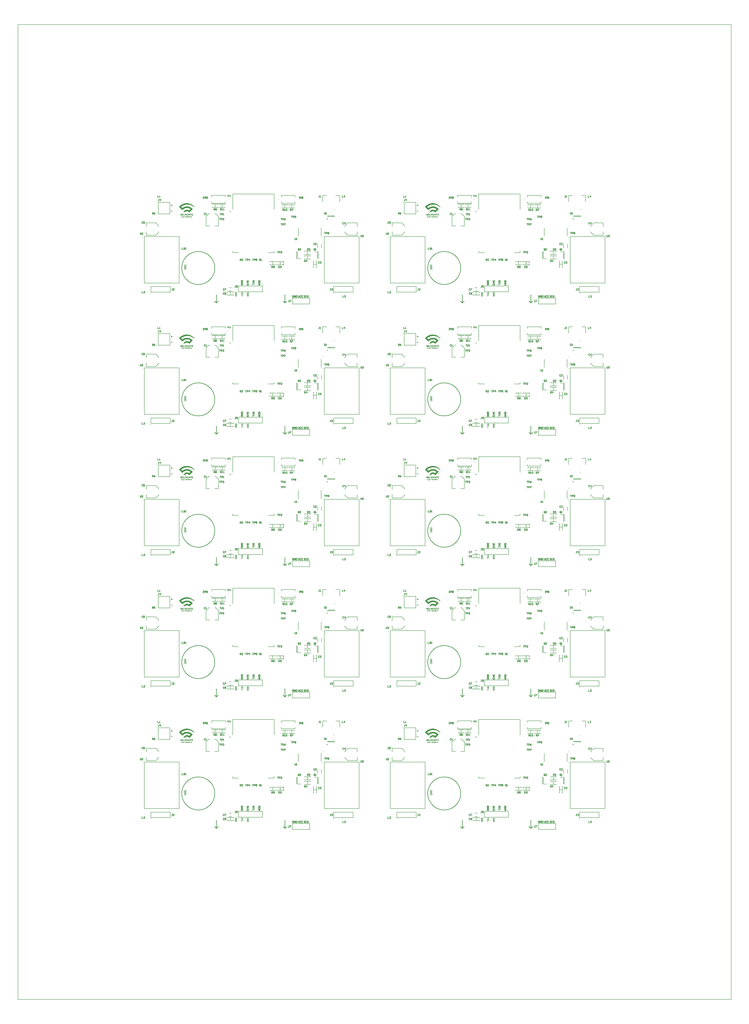
<source format=gto>
%FSTAX23Y23*%
%MOIN*%
%SFA1B1*%

%IPPOS*%
%ADD10C,0.009840*%
%ADD11C,0.007870*%
%ADD12C,0.010000*%
%ADD13C,0.005910*%
%ADD14C,0.003940*%
%ADD15C,0.005000*%
%ADD16C,0.008000*%
%LNcontrolboardv1-1*%
%LPD*%
G36*
X0292Y04663D02*
X02927D01*
Y04662*
X02932*
Y04661*
X02938*
Y0466*
X02941*
Y04659*
X02945*
Y04659*
X02948*
Y04658*
X0295*
Y04657*
X02954*
Y04656*
X02956*
Y04655*
X02958*
Y04655*
X0296*
Y04654*
X02962*
Y04653*
X02965*
Y04652*
X02966*
Y04652*
X02969*
Y04651*
X0297*
Y0465*
X02972*
Y04649*
X02974*
Y04648*
X02976*
Y04648*
X02977*
Y04647*
X02979*
Y04646*
X0298*
Y04645*
X02982*
Y04644*
X02983*
Y04644*
X02985*
Y04643*
X02987*
Y04642*
X02987*
Y04641*
X02989*
Y04641*
X02991*
Y0464*
X02992*
Y04639*
X02993*
Y04638*
X02994*
Y04637*
X02996*
Y04637*
X02997*
Y04636*
X02998*
Y04635*
X02999*
Y04634*
X03001*
Y04633*
X03002*
Y04633*
X03003*
Y04632*
X03004*
Y04631*
X03005*
Y0463*
X03006*
Y0463*
X03008*
Y04629*
X03009*
Y04628*
X03009*
Y04627*
X03011*
Y04626*
X03012*
Y04626*
X03013*
Y04625*
X03014*
Y04624*
X03015*
Y04623*
X03016*
Y04622*
X03017*
Y04622*
X03018*
Y04621*
X03019*
Y0462*
X0302*
Y04619*
X03021*
Y04619*
X03022*
Y04618*
X03023*
Y04617*
X03024*
Y04616*
X03024*
Y04615*
X03026*
Y04615*
X03027*
Y04614*
X03027*
Y04613*
X03028*
Y04612*
X03029*
Y04611*
X0303*
Y04611*
X03031*
Y0461*
X03031*
Y04609*
X03032*
Y04608*
X03033*
Y04608*
X03034*
Y04607*
X03035*
Y04606*
X03035*
Y04605*
X03036*
Y04604*
X03037*
Y04603*
X03038*
Y04601*
X03038*
Y04599*
X03038*
Y04597*
X03037*
Y04597*
X03036*
Y04596*
X03035*
Y04595*
X03031*
Y04596*
X0303*
Y04597*
X03028*
Y04597*
X03027*
Y04598*
X03027*
Y04599*
X03026*
Y046*
X03025*
Y046*
X03024*
Y04601*
X03023*
Y04602*
X03022*
Y04603*
X03021*
Y04604*
X0302*
Y04604*
X0302*
Y04605*
X03019*
Y04606*
X03017*
Y04607*
X03016*
Y04608*
X03016*
Y04608*
X03015*
Y04609*
X03013*
Y0461*
X03013*
Y04611*
X03012*
Y04611*
X0301*
Y04612*
X03009*
Y04613*
X03008*
Y04614*
X03007*
Y04615*
X03005*
Y04615*
X03005*
Y04616*
X03003*
Y04617*
X03002*
Y04618*
X03001*
Y04619*
X02999*
Y04619*
X02998*
Y0462*
X02996*
Y04621*
X02994*
Y04622*
X02993*
Y04622*
X02991*
Y04623*
X0299*
Y04624*
X02988*
Y04625*
X02987*
Y04626*
X02985*
Y04626*
X02983*
Y04627*
X02981*
Y04628*
X02979*
Y04629*
X02976*
Y0463*
X02975*
Y0463*
X02972*
Y04631*
X0297*
Y04632*
X02967*
Y04633*
X02965*
Y04633*
X02961*
Y04634*
X02958*
Y04635*
X02954*
Y04636*
X0295*
Y04637*
X02946*
Y04637*
X02939*
Y04638*
X02929*
Y04639*
X02912*
Y04638*
X02902*
Y04637*
X02896*
Y04637*
X02891*
Y04636*
X02887*
Y04635*
X02883*
Y04634*
X0288*
Y04633*
X02877*
Y04633*
X02873*
Y04632*
X0287*
Y04631*
X02868*
Y0463*
X02866*
Y0463*
X02863*
Y04629*
X02861*
Y04628*
X02859*
Y04627*
X02857*
Y04626*
X02855*
Y04626*
X02853*
Y04625*
X02851*
Y04624*
X0285*
Y04623*
X02848*
Y04622*
X02846*
Y04622*
X02844*
Y04621*
X02843*
Y0462*
X02841*
Y04619*
X0284*
Y04619*
X02839*
Y04618*
X02837*
Y04617*
X02836*
Y04616*
X02834*
Y04615*
X02833*
Y04615*
X02832*
Y04614*
X0283*
Y04613*
X02829*
Y04612*
X02828*
Y04611*
X02826*
Y04611*
X02826*
Y0461*
X02824*
Y04609*
X02823*
Y04608*
X02822*
Y04608*
X02821*
Y04607*
X02819*
Y04606*
X02818*
Y04605*
X02818*
Y04604*
X02816*
Y04604*
X02815*
Y04603*
X02815*
Y04602*
X02814*
Y04601*
X02813*
Y046*
X02812*
Y046*
X02813*
Y04599*
X02814*
Y04598*
X02815*
Y04597*
X02815*
Y04597*
X02816*
Y04596*
X02817*
Y04595*
X02818*
Y04594*
X02818*
Y04593*
X02819*
Y04593*
X0282*
Y04592*
X02821*
Y04591*
X02822*
Y0459*
X02822*
Y04589*
X02823*
Y04589*
X02824*
Y04588*
X02825*
Y04587*
X02826*
Y04586*
X02826*
Y04586*
X02827*
Y04585*
X02828*
Y04584*
X02829*
Y04583*
X02829*
Y04582*
X0283*
Y04582*
X02831*
Y04581*
X02832*
Y0458*
X02834*
Y04581*
X02835*
Y04582*
X02837*
Y04582*
X02837*
Y04583*
X02839*
Y04584*
X0284*
Y04585*
X0284*
Y04586*
X02842*
Y04586*
X02843*
Y04587*
X02844*
Y04588*
X02846*
Y04589*
X02847*
Y04589*
X02848*
Y0459*
X0285*
Y04591*
X02851*
Y04592*
X02852*
Y04593*
X02854*
Y04593*
X02855*
Y04594*
X02857*
Y04595*
X02859*
Y04596*
X02861*
Y04597*
X02862*
Y04597*
X02864*
Y04598*
X02866*
Y04599*
X02869*
Y046*
X02871*
Y046*
X02873*
Y04601*
X02875*
Y04602*
X02877*
Y04603*
X02881*
Y04604*
X02884*
Y04604*
X02888*
Y04605*
X02893*
Y04606*
X02899*
Y04607*
X02925*
Y04606*
X02932*
Y04605*
X02936*
Y04604*
X0294*
Y04604*
X02943*
Y04603*
X02946*
Y04602*
X02948*
Y04601*
X02951*
Y046*
X02953*
Y046*
X02955*
Y04599*
X02958*
Y04598*
X02959*
Y04597*
X02961*
Y04597*
X02963*
Y04596*
X02965*
Y04595*
X02966*
Y04594*
X02967*
Y04593*
X02969*
Y04593*
X0297*
Y04592*
X02972*
Y04591*
X02973*
Y0459*
X02974*
Y04589*
X02976*
Y04589*
X02977*
Y04588*
X02978*
Y04587*
X0298*
Y04586*
X02981*
Y04586*
X02982*
Y04585*
X02983*
Y04584*
X02984*
Y04583*
X02985*
Y04582*
X02987*
Y04582*
X02987*
Y04581*
X02988*
Y0458*
X0299*
Y04579*
X02991*
Y04578*
X02991*
Y04578*
X02992*
Y04577*
X02994*
Y04576*
X02994*
Y04575*
X02995*
Y04575*
X02996*
Y04574*
X02997*
Y04573*
X02998*
Y04572*
X02999*
Y04571*
X03*
Y04571*
X03001*
Y0457*
X03002*
Y04569*
X03002*
Y04568*
X03003*
Y04567*
X03004*
Y04567*
X03005*
Y04566*
X03005*
Y04565*
X03006*
Y04564*
X03007*
Y04564*
X03008*
Y04563*
X03009*
Y04559*
X03008*
Y04558*
X03007*
Y04557*
X03006*
Y04556*
X03005*
Y04556*
X03005*
Y04555*
X03004*
Y04554*
X03003*
Y04553*
X03002*
Y04553*
X03002*
Y04552*
X03001*
Y04551*
X03*
Y0455*
X02999*
Y04549*
X02998*
Y04549*
X02998*
Y04548*
X02997*
Y04547*
X02996*
Y04546*
X02995*
Y04545*
X02994*
Y04545*
X02994*
Y04544*
X02993*
Y04543*
X02992*
Y04542*
X02991*
Y04542*
X02991*
Y04541*
X0299*
Y0454*
X02989*
Y04539*
X02988*
Y04538*
X02987*
Y04538*
X02987*
Y04537*
X02986*
Y04536*
X02985*
Y04535*
X02984*
Y04534*
X02983*
Y04534*
X02983*
Y04533*
X02982*
Y04532*
X02981*
Y04531*
X0298*
Y04531*
X0298*
Y0453*
X02979*
Y04529*
X02978*
Y04528*
X02977*
Y04527*
X02976*
Y04527*
X02976*
Y04526*
X02975*
Y04525*
X02974*
Y04524*
X02973*
Y04523*
X02972*
Y04523*
X02972*
Y04522*
X02971*
Y04521*
X0297*
Y0452*
X02969*
Y0452*
X02969*
Y04519*
X02968*
Y04518*
X02967*
Y04517*
X02966*
Y04516*
X02965*
Y04516*
X02965*
Y04515*
X02964*
Y04514*
X02963*
Y04513*
X02962*
Y04512*
X02961*
Y04512*
X02961*
Y04511*
X0296*
Y0451*
X02959*
Y04509*
X02958*
Y04509*
X02958*
Y04508*
X02957*
Y04507*
X02956*
Y04506*
X02955*
Y04505*
X02954*
Y04505*
X02954*
Y04504*
X02952*
Y04503*
X0295*
Y04504*
X0295*
Y04505*
X02949*
Y04505*
X02948*
Y04506*
X02947*
Y04507*
X02947*
Y04508*
X02946*
Y04509*
X02945*
Y04509*
X02943*
Y0451*
X02943*
Y04511*
X02942*
Y04512*
X02941*
Y04512*
X0294*
Y04513*
X02939*
Y04514*
X02939*
Y04515*
X02938*
Y04516*
X02936*
Y04516*
X02936*
Y04517*
X02935*
Y04518*
X02933*
Y04519*
X02932*
Y0452*
X0293*
Y0452*
X02928*
Y04521*
X02926*
Y04522*
X02924*
Y04523*
X02921*
Y04523*
X02914*
Y04524*
X02912*
Y04523*
X02904*
Y04523*
X029*
Y04522*
X02898*
Y04521*
X02895*
Y0452*
X02894*
Y0452*
X02892*
Y04519*
X02891*
Y04518*
X02889*
Y04517*
X02888*
Y04516*
X02887*
Y04516*
X02886*
Y04515*
X02884*
Y04514*
X02884*
Y04513*
X02883*
Y04512*
X02882*
Y04512*
X02881*
Y04511*
X0288*
Y0451*
X02879*
Y04509*
X02878*
Y04509*
X02876*
Y04508*
X02869*
Y04509*
X02866*
Y04509*
X02865*
Y0451*
X02864*
Y04511*
X02863*
Y04512*
X02862*
Y04511*
X02861*
Y0451*
X0286*
Y04509*
X02859*
Y04509*
X02858*
Y04508*
X02857*
Y04507*
X02856*
Y04506*
X02855*
Y04505*
X02855*
Y04503*
X02854*
Y04501*
X02853*
Y04499*
X02852*
Y04498*
X02851*
Y04497*
X02849*
Y04501*
X0285*
Y04503*
X02851*
Y04505*
X02848*
Y04504*
X02844*
Y04505*
X02843*
Y04506*
X02844*
Y04507*
X02845*
Y04508*
X02849*
Y04509*
X02853*
Y04509*
X02854*
Y0451*
X02855*
Y04511*
X02856*
Y04512*
X02857*
Y04512*
X02858*
Y04513*
X02859*
Y04514*
X0286*
Y04515*
X02859*
Y04517*
X02859*
Y04524*
X02859*
Y04527*
X0286*
Y04528*
X02861*
Y04529*
X02862*
Y04531*
X02862*
Y04531*
X02864*
Y04532*
X02865*
Y04533*
X02866*
Y04534*
X02866*
Y04534*
X02867*
Y04535*
X02868*
Y04536*
X02869*
Y04537*
X0287*
Y04538*
X02871*
Y04538*
X02873*
Y04539*
X02873*
Y0454*
X02875*
Y04541*
X02876*
Y04542*
X02877*
Y04542*
X02879*
Y04543*
X02881*
Y04544*
X02882*
Y04545*
X02884*
Y04545*
X02886*
Y04546*
X02888*
Y04547*
X02891*
Y04548*
X02893*
Y04549*
X02896*
Y04549*
X029*
Y0455*
X02909*
Y04551*
X02917*
Y0455*
X02923*
Y04549*
X02927*
Y04549*
X0293*
Y04548*
X02932*
Y04547*
X02936*
Y04546*
X02937*
Y04545*
X02939*
Y04545*
X02941*
Y04544*
X02943*
Y04543*
X02944*
Y04542*
X02946*
Y04542*
X02947*
Y04541*
X02949*
Y0454*
X0295*
Y04539*
X0295*
Y0454*
X02951*
Y04541*
X02952*
Y04542*
X02953*
Y04542*
X02954*
Y04543*
X02954*
Y04544*
X02955*
Y04545*
X02956*
Y04545*
X02957*
Y04546*
X02958*
Y04547*
X02958*
Y04548*
X02959*
Y04549*
X0296*
Y04549*
X02961*
Y0455*
X02961*
Y04551*
X02962*
Y04552*
X02963*
Y04553*
X02964*
Y04553*
X02965*
Y04554*
X02965*
Y04555*
X02966*
Y04556*
X02967*
Y04556*
X02968*
Y04557*
X02969*
Y04558*
X02969*
Y04559*
X0297*
Y0456*
X02971*
Y04561*
X02969*
Y04562*
X02969*
Y04563*
X02967*
Y04564*
X02966*
Y04564*
X02965*
Y04565*
X02964*
Y04566*
X02962*
Y04567*
X02961*
Y04567*
X02959*
Y04568*
X02958*
Y04569*
X02957*
Y0457*
X02955*
Y04571*
X02954*
Y04571*
X02951*
Y04572*
X0295*
Y04573*
X02947*
Y04574*
X02946*
Y04575*
X02943*
Y04575*
X02941*
Y04576*
X02939*
Y04577*
X02936*
Y04578*
X02932*
Y04578*
X02928*
Y04579*
X02925*
Y0458*
X02914*
Y04581*
X02912*
Y0458*
X029*
Y04579*
X02895*
Y04578*
X02891*
Y04578*
X02888*
Y04577*
X02884*
Y04576*
X02882*
Y04575*
X02881*
Y04575*
X02878*
Y04574*
X02876*
Y04573*
X02874*
Y04572*
X02872*
Y04571*
X0287*
Y04571*
X02869*
Y0457*
X02867*
Y04569*
X02866*
Y04568*
X02865*
Y04567*
X02863*
Y04567*
X02862*
Y04566*
X0286*
Y04565*
X02859*
Y04564*
X02858*
Y04564*
X02857*
Y04563*
X02855*
Y04562*
X02855*
Y04561*
X02853*
Y0456*
X02852*
Y0456*
X02851*
Y04559*
X02851*
Y04558*
X02849*
Y04557*
X02848*
Y04556*
X02848*
Y04556*
X02847*
Y04555*
X02845*
Y04554*
X02844*
Y04553*
X02844*
Y04553*
X02843*
Y04552*
X02842*
Y04551*
X02841*
Y0455*
X0284*
Y04549*
X0284*
Y04549*
X02839*
Y04548*
X02838*
Y04547*
X02837*
Y04546*
X02836*
Y04545*
X02835*
Y04545*
X02834*
Y04544*
X02833*
Y04543*
X02831*
Y04544*
X02829*
Y04545*
X02829*
Y04545*
X02828*
Y04546*
X02827*
Y04547*
X02826*
Y04548*
X02826*
Y04549*
X02825*
Y04549*
X02824*
Y0455*
X02823*
Y04551*
X02822*
Y04552*
X02822*
Y04553*
X02821*
Y04553*
X0282*
Y04554*
X02819*
Y04555*
X02818*
Y04556*
X02818*
Y04556*
X02817*
Y04557*
X02816*
Y04558*
X02815*
Y04559*
X02815*
Y0456*
X02814*
Y0456*
X02813*
Y04561*
X02812*
Y04562*
X02811*
Y04563*
X02811*
Y04564*
X0281*
Y04564*
X02809*
Y04565*
X02808*
Y04566*
X02807*
Y04567*
X02807*
Y04567*
X02806*
Y04568*
X02805*
Y04569*
X02804*
Y0457*
X02804*
Y04571*
X02803*
Y04571*
X02802*
Y04572*
X02801*
Y04573*
X028*
Y04574*
X028*
Y04575*
X02799*
Y04575*
X02798*
Y04576*
X02797*
Y04577*
X02796*
Y04578*
X02796*
Y04578*
X02795*
Y04579*
X02794*
Y0458*
X02793*
Y04581*
X02793*
Y04582*
X02792*
Y04582*
X02791*
Y04583*
X0279*
Y04584*
X02789*
Y04585*
X02789*
Y04586*
X02788*
Y04586*
X02787*
Y04587*
X02786*
Y04588*
X02785*
Y04589*
X02785*
Y04589*
X02784*
Y0459*
X02783*
Y04591*
X02782*
Y04592*
X02782*
Y04593*
X02781*
Y04593*
X0278*
Y04594*
X02779*
Y04595*
X02778*
Y04596*
X02778*
Y04597*
X02777*
Y04597*
X02776*
Y04598*
X02775*
Y04599*
X02774*
Y04602*
X02775*
Y04603*
X02776*
Y04604*
X02777*
Y04604*
X02778*
Y04605*
X02778*
Y04606*
X02779*
Y04607*
X0278*
Y04608*
X02781*
Y04608*
X02782*
Y04609*
X02782*
Y0461*
X02783*
Y04611*
X02784*
Y04611*
X02785*
Y04612*
X02785*
Y04613*
X02786*
Y04614*
X02787*
Y04615*
X02789*
Y04615*
X02789*
Y04616*
X0279*
Y04617*
X02791*
Y04618*
X02792*
Y04619*
X02793*
Y04619*
X02794*
Y0462*
X02795*
Y04621*
X02796*
Y04622*
X02797*
Y04622*
X02798*
Y04623*
X02799*
Y04624*
X028*
Y04625*
X02801*
Y04626*
X02802*
Y04626*
X02804*
Y04627*
X02804*
Y04628*
X02805*
Y04629*
X02807*
Y0463*
X02807*
Y0463*
X02808*
Y04631*
X0281*
Y04632*
X02811*
Y04633*
X02812*
Y04633*
X02813*
Y04634*
X02815*
Y04635*
X02815*
Y04636*
X02817*
Y04637*
X02818*
Y04637*
X02819*
Y04638*
X02821*
Y04639*
X02822*
Y0464*
X02823*
Y04641*
X02825*
Y04641*
X02826*
Y04642*
X02828*
Y04643*
X02829*
Y04644*
X02831*
Y04644*
X02832*
Y04645*
X02834*
Y04646*
X02836*
Y04647*
X02837*
Y04648*
X02839*
Y04648*
X0284*
Y04649*
X02843*
Y0465*
X02844*
Y04651*
X02846*
Y04652*
X02848*
Y04652*
X02851*
Y04653*
X02852*
Y04654*
X02855*
Y04655*
X02857*
Y04655*
X02859*
Y04656*
X02862*
Y04657*
X02865*
Y04658*
X02868*
Y04659*
X02871*
Y04659*
X02875*
Y0466*
X02879*
Y04661*
X02884*
Y04662*
X02889*
Y04663*
X02897*
Y04663*
X0292*
Y04663*
G37*
G54D15*
X0Y0D02*
X12286D01*
Y16786*
X0*
Y0*
G36*
X02903Y04479D02*
X02904D01*
Y0445*
X02896*
Y04465*
X02895*
Y04465*
X02895*
Y04463*
X02894*
Y04461*
X02893*
Y04461*
X02892*
Y04459*
X02892*
Y04457*
X02891*
Y04456*
X0289*
Y04455*
X02889*
Y04454*
X02888*
Y04455*
X02887*
Y04456*
X02886*
Y04457*
X02885*
Y04459*
X02884*
Y0446*
X02884*
Y04461*
X02883*
Y04463*
X02882*
Y04465*
X02881*
Y04465*
X02881*
Y0445*
X02873*
Y04479*
X02873*
Y0448*
X02881*
Y04479*
X02881*
Y04478*
X02882*
Y04476*
X02883*
Y04475*
X02884*
Y04474*
X02884*
Y04472*
X02885*
Y04471*
X02886*
Y0447*
X02887*
Y04469*
Y04468*
X02888*
Y04467*
X02888*
Y04468*
X02889*
Y04468*
X0289*
Y0447*
X02891*
Y04472*
X02892*
Y04472*
X02892*
Y04474*
X02893*
Y04476*
X02894*
Y04476*
X02895*
Y04478*
X02895*
Y04479*
X02896*
Y0448*
X02903*
Y04479*
G37*
G36*
X02966D02*
X02967D01*
Y0445*
X0296*
Y04451*
X02959*
Y04452*
X02958*
Y04454*
X02958*
Y04454*
X02957*
Y04456*
X02956*
Y04457*
X02955*
Y04458*
X02954*
Y04459*
Y0446*
X02954*
Y04461*
X02953*
Y04462*
X02952*
Y04463*
X02951*
Y04465*
X0295*
Y04466*
X02949*
Y0445*
X02942*
Y0448*
X0295*
Y04479*
X0295*
Y04478*
X02951*
Y04476*
X02952*
Y04475*
X02953*
Y04474*
X02954*
Y04472*
X02954*
Y04472*
X02955*
Y0447*
X02956*
Y04469*
X02957*
Y04468*
X02958*
Y04466*
X02958*
Y04465*
X02959*
Y0448*
X02966*
Y04479*
G37*
G36*
X03013Y04473D02*
X03002D01*
Y04468*
X03013*
Y04461*
X03002*
Y04457*
X03013*
Y0445*
X02994*
Y0448*
X03013*
Y04473*
G37*
G36*
X02992D02*
X02985D01*
Y04472*
X02984*
Y0445*
X02977*
Y04473*
X02969*
Y04474*
Y0448*
X02992*
Y04473*
G37*
G36*
X02858Y04457D02*
X0287D01*
Y0445*
X02851*
Y04457*
Y04457*
Y0448*
X02858*
Y04457*
G37*
G36*
X02846Y04473D02*
X02834D01*
Y04468*
X02845*
Y04461*
X02834*
Y04457*
X02846*
Y0445*
X02827*
Y04472*
Y04473*
Y0448*
X02846*
Y04473*
G37*
G36*
X02815Y04479D02*
X02818D01*
Y04479*
X02819*
Y04478*
X0282*
Y04477*
X02821*
Y04476*
X02822*
Y04475*
X02822*
Y04472*
X02823*
Y0447*
X02822*
Y04467*
X02822*
Y04465*
X02822*
Y04464*
X02823*
Y04462*
X02824*
Y04456*
X02823*
Y04454*
X02822*
Y04453*
X02822*
Y04452*
X02821*
Y04451*
X02819*
Y0445*
X02818*
Y0445*
X028*
Y0448*
X02815*
Y04479*
G37*
G36*
X02925D02*
X02928D01*
Y04479*
X0293*
Y04478*
X02932*
Y04477*
X02932*
Y04476*
X02933*
Y04476*
X02934*
Y04475*
X02935*
Y04474*
X02936*
Y04473*
X02936*
Y04472*
X02937*
Y0447*
X02938*
Y04467*
X02939*
Y04461*
X02938*
Y04459*
X02937*
Y04457*
X02936*
Y04456*
X02936*
Y04454*
X02935*
Y04454*
X02934*
Y04453*
X02933*
Y04452*
X02932*
Y04451*
X02931*
Y0445*
X02929*
Y0445*
X02927*
Y04449*
X02919*
Y0445*
X02917*
Y0445*
X02915*
Y04451*
X02914*
Y04452*
X02913*
Y04453*
X02912*
Y04454*
X02911*
Y04454*
X0291*
Y04455*
X0291*
Y04457*
X02909*
Y04458*
X02908*
Y04461*
X02907*
Y04468*
X02908*
Y04471*
X02909*
Y04472*
X0291*
Y04473*
X0291*
Y04474*
X02911*
Y04476*
X02912*
Y04476*
X02914*
Y04477*
X02914*
Y04478*
X02916*
Y04479*
X02917*
Y04479*
X02921*
Y0448*
X02925*
Y04479*
G37*
G36*
X02994Y04439D02*
X02997D01*
Y04438*
X02998*
Y04437*
X02998*
Y04436*
X02999*
Y04435*
X02998*
Y04434*
X02998*
Y04433*
X02996*
Y04432*
X02995*
Y04433*
X02994*
Y04434*
X02994*
Y04435*
X02991*
Y04434*
X02991*
Y04432*
X02991*
Y04432*
X02994*
Y04431*
X02996*
Y0443*
X02997*
Y04429*
X02998*
Y04428*
X02999*
Y04427*
X03*
Y04422*
X02999*
Y04421*
X02998*
Y0442*
X02997*
Y04419*
X02995*
Y04418*
X0299*
Y04419*
X02988*
Y0442*
X02987*
Y04421*
X02986*
Y04422*
X02985*
Y04424*
X02986*
Y04424*
X02987*
Y04425*
X02989*
Y04424*
X0299*
Y04424*
X02991*
Y04423*
X02994*
Y04424*
X02995*
Y04424*
Y04425*
X02994*
Y04426*
X02993*
Y04427*
X02991*
Y04428*
X02989*
Y04428*
X02987*
Y04429*
X02987*
Y04431*
X02986*
Y04436*
X02987*
Y04437*
X02987*
Y04438*
X02988*
Y04439*
X0299*
Y04439*
X02994*
Y04439*
G37*
G36*
X02977D02*
X0298D01*
Y04438*
X0298*
Y04437*
X02981*
Y04436*
X02983*
Y04435*
X02983*
Y04434*
X02983*
Y04433*
X02982*
Y04432*
X0298*
Y04432*
X02979*
Y04433*
X02977*
Y04434*
X02976*
Y04435*
X02973*
Y04434*
X02972*
Y04433*
X02971*
Y04432*
X0297*
Y04432*
X02969*
Y04426*
X0297*
Y04425*
X02971*
Y04424*
X02972*
Y04424*
X02973*
Y04423*
X02976*
Y04424*
X02977*
Y04424*
X02979*
Y04426*
X0298*
Y04425*
X02982*
Y04424*
X02983*
Y04423*
X02983*
Y04422*
X02982*
Y04421*
X02981*
Y04421*
X0298*
Y0442*
X02979*
Y04419*
X02977*
Y04418*
X02972*
Y04419*
X0297*
Y0442*
X02969*
Y04421*
X02968*
Y04421*
X02967*
Y04422*
X02966*
Y04423*
X02965*
Y04424*
X02965*
Y04427*
X02964*
Y04431*
X02965*
Y04433*
X02965*
Y04435*
X02966*
Y04435*
X02967*
Y04436*
X02968*
Y04437*
X02969*
Y04438*
X0297*
Y04439*
X02972*
Y04439*
X02977*
Y04439*
G37*
G36*
X02872D02*
X02873D01*
Y04438*
X02875*
Y04437*
X02876*
Y04436*
X02877*
Y04435*
X02877*
Y04433*
X02876*
Y04432*
X02874*
Y04432*
X02873*
Y04432*
X02873*
Y04433*
X02872*
Y04434*
X0287*
Y04435*
X02868*
Y04434*
X02866*
Y04433*
X02865*
Y04432*
X02864*
Y04431*
X02863*
Y04427*
X02864*
Y04425*
X02865*
Y04424*
X02866*
Y04424*
X02868*
Y04423*
X0287*
Y04424*
X02872*
Y04424*
X02873*
Y04425*
X02873*
Y04426*
X02875*
Y04425*
X02876*
Y04424*
X02877*
Y04422*
X02877*
Y04421*
X02876*
Y04421*
X02875*
Y0442*
X02873*
Y04419*
X02872*
Y04418*
X02866*
Y04419*
X02864*
Y0442*
X02862*
Y04421*
X02862*
Y04421*
X02861*
Y04422*
X0286*
Y04424*
X02859*
Y04425*
X02859*
Y04432*
X02859*
Y04434*
X0286*
Y04435*
X02861*
Y04436*
X02862*
Y04437*
X02862*
Y04438*
X02864*
Y04439*
X02866*
Y04439*
X02872*
Y04439*
G37*
G36*
X02953Y04419D02*
X02949D01*
Y0442*
X02948*
Y04421*
X02947*
Y04422*
X02947*
Y04424*
X02946*
Y04424*
X02945*
Y04426*
X02944*
Y04427*
X02943*
Y04428*
X02943*
Y0443*
X02942*
Y04419*
X02936*
Y04439*
X02942*
Y04439*
X02943*
Y04437*
X02943*
Y04436*
X02944*
Y04435*
X02945*
Y04433*
X02946*
Y04432*
X02947*
Y04431*
X02947*
Y0443*
X02948*
Y04439*
X02953*
Y04419*
G37*
G36*
X02961D02*
X02957D01*
Y04423*
Y04424*
Y04439*
X02961*
Y04419*
G37*
G36*
X02907Y04439D02*
X02909D01*
Y04438*
X0291*
Y04437*
X0291*
Y04436*
X02911*
Y04435*
X02912*
Y0443*
X02911*
Y04428*
X0291*
Y04428*
X0291*
Y04427*
X02909*
Y04426*
X0291*
Y04424*
X0291*
Y04423*
X02911*
Y04422*
X02912*
Y04421*
X02913*
Y04419*
X02907*
Y04421*
X02906*
Y04421*
X02906*
Y04423*
X02905*
Y04424*
X02904*
Y04425*
X02902*
Y04419*
X02896*
Y04424*
Y04424*
Y04439*
X02907*
Y04439*
G37*
G36*
X02895Y04435D02*
Y04435D01*
X02889*
Y04419*
X02884*
Y04435*
X02879*
Y04439*
X02895*
Y04435*
G37*
G36*
X02857Y04435D02*
X02849D01*
Y04432*
X02856*
Y04427*
X02849*
Y04424*
X02857*
Y04419*
X02844*
Y04439*
X02857*
Y04435*
G37*
G36*
X02834Y04424D02*
X02842D01*
Y04419*
X02829*
Y04439*
X02834*
Y04424*
G37*
G36*
X02826Y04435D02*
X02818D01*
Y04432*
X02826*
Y04427*
X02818*
Y04424*
X02826*
Y04419*
X02814*
Y04439*
X02826*
Y04435*
G37*
G36*
X02927Y04439D02*
X02928D01*
Y04438*
X0293*
Y04437*
X02931*
Y04436*
X02932*
Y04435*
X02932*
Y04435*
X02933*
Y04433*
X02934*
Y04425*
X02933*
Y04424*
X02932*
Y04422*
X02932*
Y04421*
X02931*
Y04421*
X0293*
Y0442*
X02928*
Y04419*
X02927*
Y04418*
X02921*
Y04419*
X02919*
Y0442*
X02917*
Y04421*
X02917*
Y04421*
X02916*
Y04422*
X02915*
Y04424*
X02914*
Y04425*
X02914*
Y04432*
X02914*
Y04434*
X02915*
Y04435*
X02916*
Y04436*
X02917*
Y04437*
X02917*
Y04438*
X02919*
Y04439*
X02921*
Y04439*
X02927*
Y04439*
G37*
G36*
X07157Y04663D02*
X07164D01*
Y04662*
X07169*
Y04661*
X07175*
Y0466*
X07178*
Y04659*
X07182*
Y04659*
X07185*
Y04658*
X07188*
Y04657*
X07191*
Y04656*
X07193*
Y04655*
X07195*
Y04655*
X07197*
Y04654*
X07199*
Y04653*
X07202*
Y04652*
X07203*
Y04652*
X07206*
Y04651*
X07207*
Y0465*
X0721*
Y04649*
X07211*
Y04648*
X07213*
Y04648*
X07214*
Y04647*
X07216*
Y04646*
X07217*
Y04645*
X07219*
Y04644*
X07221*
Y04644*
X07222*
Y04643*
X07224*
Y04642*
X07224*
Y04641*
X07226*
Y04641*
X07228*
Y0464*
X07229*
Y04639*
X0723*
Y04638*
X07232*
Y04637*
X07233*
Y04637*
X07234*
Y04636*
X07235*
Y04635*
X07236*
Y04634*
X07238*
Y04633*
X07239*
Y04633*
X0724*
Y04632*
X07241*
Y04631*
X07243*
Y0463*
X07243*
Y0463*
X07245*
Y04629*
X07246*
Y04628*
X07246*
Y04627*
X07248*
Y04626*
X07249*
Y04626*
X0725*
Y04625*
X07251*
Y04624*
X07252*
Y04623*
X07253*
Y04622*
X07254*
Y04622*
X07255*
Y04621*
X07256*
Y0462*
X07257*
Y04619*
X07258*
Y04619*
X07259*
Y04618*
X0726*
Y04617*
X07261*
Y04616*
X07261*
Y04615*
X07263*
Y04615*
X07264*
Y04614*
X07265*
Y04613*
X07265*
Y04612*
X07266*
Y04611*
X07267*
Y04611*
X07268*
Y0461*
X07268*
Y04609*
X07269*
Y04608*
X0727*
Y04608*
X07271*
Y04607*
X07272*
Y04606*
X07272*
Y04605*
X07273*
Y04604*
X07274*
Y04603*
X07275*
Y04601*
X07276*
Y04599*
X07275*
Y04597*
X07274*
Y04597*
X07273*
Y04596*
X07272*
Y04595*
X07268*
Y04596*
X07267*
Y04597*
X07265*
Y04597*
X07265*
Y04598*
X07264*
Y04599*
X07263*
Y046*
X07262*
Y046*
X07261*
Y04601*
X0726*
Y04602*
X07259*
Y04603*
X07258*
Y04604*
X07257*
Y04604*
X07257*
Y04605*
X07256*
Y04606*
X07254*
Y04607*
X07254*
Y04608*
X07253*
Y04608*
X07252*
Y04609*
X0725*
Y0461*
X0725*
Y04611*
X07249*
Y04611*
X07247*
Y04612*
X07246*
Y04613*
X07245*
Y04614*
X07244*
Y04615*
X07243*
Y04615*
X07242*
Y04616*
X0724*
Y04617*
X07239*
Y04618*
X07238*
Y04619*
X07236*
Y04619*
X07235*
Y0462*
X07233*
Y04621*
X07232*
Y04622*
X0723*
Y04622*
X07228*
Y04623*
X07227*
Y04624*
X07225*
Y04625*
X07224*
Y04626*
X07222*
Y04626*
X0722*
Y04627*
X07218*
Y04628*
X07216*
Y04629*
X07213*
Y0463*
X07212*
Y0463*
X0721*
Y04631*
X07207*
Y04632*
X07204*
Y04633*
X07202*
Y04633*
X07199*
Y04634*
X07195*
Y04635*
X07191*
Y04636*
X07188*
Y04637*
X07183*
Y04637*
X07177*
Y04638*
X07166*
Y04639*
X07149*
Y04638*
X07139*
Y04637*
X07133*
Y04637*
X07128*
Y04636*
X07124*
Y04635*
X0712*
Y04634*
X07117*
Y04633*
X07114*
Y04633*
X07111*
Y04632*
X07107*
Y04631*
X07105*
Y0463*
X07103*
Y0463*
X071*
Y04629*
X07098*
Y04628*
X07096*
Y04627*
X07094*
Y04626*
X07092*
Y04626*
X0709*
Y04625*
X07089*
Y04624*
X07087*
Y04623*
X07085*
Y04622*
X07083*
Y04622*
X07081*
Y04621*
X0708*
Y0462*
X07078*
Y04619*
X07077*
Y04619*
X07076*
Y04618*
X07074*
Y04617*
X07073*
Y04616*
X07071*
Y04615*
X0707*
Y04615*
X07069*
Y04614*
X07067*
Y04613*
X07066*
Y04612*
X07065*
Y04611*
X07063*
Y04611*
X07063*
Y0461*
X07061*
Y04609*
X0706*
Y04608*
X07059*
Y04608*
X07058*
Y04607*
X07056*
Y04606*
X07056*
Y04605*
X07055*
Y04604*
X07053*
Y04604*
X07052*
Y04603*
X07052*
Y04602*
X07051*
Y04601*
X0705*
Y046*
X07049*
Y046*
X0705*
Y04599*
X07051*
Y04598*
X07052*
Y04597*
X07052*
Y04597*
X07053*
Y04596*
X07054*
Y04595*
X07055*
Y04594*
X07056*
Y04593*
X07056*
Y04593*
X07057*
Y04592*
X07058*
Y04591*
X07059*
Y0459*
X07059*
Y04589*
X0706*
Y04589*
X07061*
Y04588*
X07062*
Y04587*
X07063*
Y04586*
X07063*
Y04586*
X07064*
Y04585*
X07065*
Y04584*
X07066*
Y04583*
X07067*
Y04582*
X07067*
Y04582*
X07068*
Y04581*
X07069*
Y0458*
X07071*
Y04581*
X07072*
Y04582*
X07074*
Y04582*
X07074*
Y04583*
X07076*
Y04584*
X07077*
Y04585*
X07078*
Y04586*
X07079*
Y04586*
X0708*
Y04587*
X07081*
Y04588*
X07083*
Y04589*
X07084*
Y04589*
X07085*
Y0459*
X07087*
Y04591*
X07088*
Y04592*
X07089*
Y04593*
X07091*
Y04593*
X07092*
Y04594*
X07094*
Y04595*
X07096*
Y04596*
X07098*
Y04597*
X071*
Y04597*
X07101*
Y04598*
X07103*
Y04599*
X07106*
Y046*
X07108*
Y046*
X0711*
Y04601*
X07112*
Y04602*
X07114*
Y04603*
X07118*
Y04604*
X07122*
Y04604*
X07125*
Y04605*
X0713*
Y04606*
X07136*
Y04607*
X07162*
Y04606*
X07169*
Y04605*
X07173*
Y04604*
X07177*
Y04604*
X0718*
Y04603*
X07183*
Y04602*
X07185*
Y04601*
X07188*
Y046*
X0719*
Y046*
X07192*
Y04599*
X07195*
Y04598*
X07196*
Y04597*
X07199*
Y04597*
X072*
Y04596*
X07202*
Y04595*
X07203*
Y04594*
X07204*
Y04593*
X07206*
Y04593*
X07207*
Y04592*
X07209*
Y04591*
X0721*
Y0459*
X07211*
Y04589*
X07213*
Y04589*
X07214*
Y04588*
X07215*
Y04587*
X07217*
Y04586*
X07218*
Y04586*
X07219*
Y04585*
X07221*
Y04584*
X07221*
Y04583*
X07222*
Y04582*
X07224*
Y04582*
X07224*
Y04581*
X07225*
Y0458*
X07227*
Y04579*
X07228*
Y04578*
X07228*
Y04578*
X07229*
Y04577*
X07231*
Y04576*
X07232*
Y04575*
X07232*
Y04575*
X07233*
Y04574*
X07234*
Y04573*
X07235*
Y04572*
X07236*
Y04571*
X07237*
Y04571*
X07238*
Y0457*
X07239*
Y04569*
X07239*
Y04568*
X0724*
Y04567*
X07241*
Y04567*
X07242*
Y04566*
X07243*
Y04565*
X07243*
Y04564*
X07244*
Y04564*
X07245*
Y04563*
X07246*
Y04559*
X07245*
Y04558*
X07244*
Y04557*
X07243*
Y04556*
X07243*
Y04556*
X07242*
Y04555*
X07241*
Y04554*
X0724*
Y04553*
X07239*
Y04553*
X07239*
Y04552*
X07238*
Y04551*
X07237*
Y0455*
X07236*
Y04549*
X07235*
Y04549*
X07235*
Y04548*
X07234*
Y04547*
X07233*
Y04546*
X07232*
Y04545*
X07232*
Y04545*
X07231*
Y04544*
X0723*
Y04543*
X07229*
Y04542*
X07228*
Y04542*
X07228*
Y04541*
X07227*
Y0454*
X07226*
Y04539*
X07225*
Y04538*
X07224*
Y04538*
X07224*
Y04537*
X07223*
Y04536*
X07222*
Y04535*
X07221*
Y04534*
X07221*
Y04534*
X0722*
Y04533*
X07219*
Y04532*
X07218*
Y04531*
X07217*
Y04531*
X07217*
Y0453*
X07216*
Y04529*
X07215*
Y04528*
X07214*
Y04527*
X07213*
Y04527*
X07213*
Y04526*
X07212*
Y04525*
X07211*
Y04524*
X0721*
Y04523*
X0721*
Y04523*
X07209*
Y04522*
X07208*
Y04521*
X07207*
Y0452*
X07206*
Y0452*
X07206*
Y04519*
X07205*
Y04518*
X07204*
Y04517*
X07203*
Y04516*
X07202*
Y04516*
X07202*
Y04515*
X07201*
Y04514*
X072*
Y04513*
X07199*
Y04512*
X07199*
Y04512*
X07198*
Y04511*
X07197*
Y0451*
X07196*
Y04509*
X07195*
Y04509*
X07195*
Y04508*
X07194*
Y04507*
X07193*
Y04506*
X07192*
Y04505*
X07191*
Y04505*
X07191*
Y04504*
X07189*
Y04503*
X07188*
Y04504*
X07187*
Y04505*
X07186*
Y04505*
X07185*
Y04506*
X07184*
Y04507*
X07184*
Y04508*
X07183*
Y04509*
X07182*
Y04509*
X0718*
Y0451*
X0718*
Y04511*
X07179*
Y04512*
X07178*
Y04512*
X07177*
Y04513*
X07177*
Y04514*
X07176*
Y04515*
X07175*
Y04516*
X07173*
Y04516*
X07173*
Y04517*
X07172*
Y04518*
X0717*
Y04519*
X07169*
Y0452*
X07167*
Y0452*
X07166*
Y04521*
X07163*
Y04522*
X07161*
Y04523*
X07158*
Y04523*
X07151*
Y04524*
X07149*
Y04523*
X07141*
Y04523*
X07137*
Y04522*
X07135*
Y04521*
X07133*
Y0452*
X07131*
Y0452*
X07129*
Y04519*
X07128*
Y04518*
X07126*
Y04517*
X07125*
Y04516*
X07124*
Y04516*
X07123*
Y04515*
X07122*
Y04514*
X07121*
Y04513*
X0712*
Y04512*
X07119*
Y04512*
X07118*
Y04511*
X07117*
Y0451*
X07116*
Y04509*
X07115*
Y04509*
X07113*
Y04508*
X07106*
Y04509*
X07103*
Y04509*
X07102*
Y0451*
X07101*
Y04511*
X071*
Y04512*
X07099*
Y04511*
X07098*
Y0451*
X07097*
Y04509*
X07096*
Y04509*
X07095*
Y04508*
X07094*
Y04507*
X07093*
Y04506*
X07092*
Y04505*
X07092*
Y04503*
X07091*
Y04501*
X0709*
Y04499*
X07089*
Y04498*
X07089*
Y04497*
X07086*
Y04501*
X07087*
Y04503*
X07088*
Y04505*
X07085*
Y04504*
X07081*
Y04505*
X0708*
Y04506*
X07081*
Y04507*
X07082*
Y04508*
X07086*
Y04509*
X0709*
Y04509*
X07091*
Y0451*
X07092*
Y04511*
X07093*
Y04512*
X07094*
Y04512*
X07095*
Y04513*
X07096*
Y04514*
X07097*
Y04515*
X07096*
Y04517*
X07096*
Y04524*
X07096*
Y04527*
X07097*
Y04528*
X07098*
Y04529*
X07099*
Y04531*
X071*
Y04531*
X07101*
Y04532*
X07102*
Y04533*
X07103*
Y04534*
X07103*
Y04534*
X07104*
Y04535*
X07105*
Y04536*
X07106*
Y04537*
X07107*
Y04538*
X07108*
Y04538*
X0711*
Y04539*
X07111*
Y0454*
X07112*
Y04541*
X07113*
Y04542*
X07114*
Y04542*
X07116*
Y04543*
X07118*
Y04544*
X07119*
Y04545*
X07122*
Y04545*
X07123*
Y04546*
X07125*
Y04547*
X07128*
Y04548*
X0713*
Y04549*
X07133*
Y04549*
X07137*
Y0455*
X07146*
Y04551*
X07155*
Y0455*
X0716*
Y04549*
X07164*
Y04549*
X07167*
Y04548*
X07169*
Y04547*
X07173*
Y04546*
X07174*
Y04545*
X07177*
Y04545*
X07178*
Y04544*
X0718*
Y04543*
X07181*
Y04542*
X07183*
Y04542*
X07184*
Y04541*
X07186*
Y0454*
X07187*
Y04539*
X07188*
Y0454*
X07188*
Y04541*
X07189*
Y04542*
X0719*
Y04542*
X07191*
Y04543*
X07191*
Y04544*
X07192*
Y04545*
X07193*
Y04545*
X07194*
Y04546*
X07195*
Y04547*
X07195*
Y04548*
X07196*
Y04549*
X07197*
Y04549*
X07198*
Y0455*
X07199*
Y04551*
X07199*
Y04552*
X072*
Y04553*
X07201*
Y04553*
X07202*
Y04554*
X07202*
Y04555*
X07203*
Y04556*
X07204*
Y04556*
X07205*
Y04557*
X07206*
Y04558*
X07206*
Y04559*
X07207*
Y0456*
X07208*
Y04561*
X07206*
Y04562*
X07206*
Y04563*
X07204*
Y04564*
X07203*
Y04564*
X07202*
Y04565*
X07201*
Y04566*
X07199*
Y04567*
X07198*
Y04567*
X07196*
Y04568*
X07195*
Y04569*
X07194*
Y0457*
X07192*
Y04571*
X07191*
Y04571*
X07188*
Y04572*
X07187*
Y04573*
X07184*
Y04574*
X07183*
Y04575*
X0718*
Y04575*
X07178*
Y04576*
X07176*
Y04577*
X07173*
Y04578*
X07169*
Y04578*
X07166*
Y04579*
X07162*
Y0458*
X07151*
Y04581*
X07149*
Y0458*
X07137*
Y04579*
X07132*
Y04578*
X07128*
Y04578*
X07125*
Y04577*
X07122*
Y04576*
X07119*
Y04575*
X07118*
Y04575*
X07115*
Y04574*
X07113*
Y04573*
X07111*
Y04572*
X07109*
Y04571*
X07107*
Y04571*
X07106*
Y0457*
X07104*
Y04569*
X07103*
Y04568*
X07102*
Y04567*
X071*
Y04567*
X07099*
Y04566*
X07097*
Y04565*
X07096*
Y04564*
X07095*
Y04564*
X07094*
Y04563*
X07092*
Y04562*
X07092*
Y04561*
X0709*
Y0456*
X07089*
Y0456*
X07089*
Y04559*
X07088*
Y04558*
X07086*
Y04557*
X07085*
Y04556*
X07085*
Y04556*
X07084*
Y04555*
X07082*
Y04554*
X07081*
Y04553*
X07081*
Y04553*
X0708*
Y04552*
X07079*
Y04551*
X07078*
Y0455*
X07078*
Y04549*
X07077*
Y04549*
X07076*
Y04548*
X07075*
Y04547*
X07074*
Y04546*
X07073*
Y04545*
X07072*
Y04545*
X07071*
Y04544*
X0707*
Y04543*
X07068*
Y04544*
X07067*
Y04545*
X07066*
Y04545*
X07065*
Y04546*
X07064*
Y04547*
X07063*
Y04548*
X07063*
Y04549*
X07062*
Y04549*
X07061*
Y0455*
X0706*
Y04551*
X07059*
Y04552*
X07059*
Y04553*
X07058*
Y04553*
X07057*
Y04554*
X07056*
Y04555*
X07056*
Y04556*
X07055*
Y04556*
X07054*
Y04557*
X07053*
Y04558*
X07052*
Y04559*
X07052*
Y0456*
X07051*
Y0456*
X0705*
Y04561*
X07049*
Y04562*
X07048*
Y04563*
X07048*
Y04564*
X07047*
Y04564*
X07046*
Y04565*
X07045*
Y04566*
X07045*
Y04567*
X07044*
Y04567*
X07043*
Y04568*
X07042*
Y04569*
X07041*
Y0457*
X07041*
Y04571*
X0704*
Y04571*
X07039*
Y04572*
X07038*
Y04573*
X07037*
Y04574*
X07037*
Y04575*
X07036*
Y04575*
X07035*
Y04576*
X07034*
Y04577*
X07034*
Y04578*
X07033*
Y04578*
X07032*
Y04579*
X07031*
Y0458*
X0703*
Y04581*
X0703*
Y04582*
X07029*
Y04582*
X07028*
Y04583*
X07027*
Y04584*
X07026*
Y04585*
X07026*
Y04586*
X07025*
Y04586*
X07024*
Y04587*
X07023*
Y04588*
X07023*
Y04589*
X07022*
Y04589*
X07021*
Y0459*
X0702*
Y04591*
X07019*
Y04592*
X07019*
Y04593*
X07018*
Y04593*
X07017*
Y04594*
X07016*
Y04595*
X07015*
Y04596*
X07015*
Y04597*
X07014*
Y04597*
X07013*
Y04598*
X07012*
Y04599*
X07012*
Y04602*
X07012*
Y04603*
X07013*
Y04604*
X07014*
Y04604*
X07015*
Y04605*
X07015*
Y04606*
X07016*
Y04607*
X07017*
Y04608*
X07018*
Y04608*
X07019*
Y04609*
X07019*
Y0461*
X0702*
Y04611*
X07021*
Y04611*
X07022*
Y04612*
X07023*
Y04613*
X07023*
Y04614*
X07024*
Y04615*
X07026*
Y04615*
X07026*
Y04616*
X07027*
Y04617*
X07028*
Y04618*
X07029*
Y04619*
X0703*
Y04619*
X07031*
Y0462*
X07032*
Y04621*
X07033*
Y04622*
X07034*
Y04622*
X07035*
Y04623*
X07036*
Y04624*
X07037*
Y04625*
X07038*
Y04626*
X07039*
Y04626*
X07041*
Y04627*
X07041*
Y04628*
X07042*
Y04629*
X07044*
Y0463*
X07045*
Y0463*
X07045*
Y04631*
X07047*
Y04632*
X07048*
Y04633*
X07049*
Y04633*
X0705*
Y04634*
X07052*
Y04635*
X07052*
Y04636*
X07054*
Y04637*
X07056*
Y04637*
X07056*
Y04638*
X07058*
Y04639*
X07059*
Y0464*
X0706*
Y04641*
X07062*
Y04641*
X07063*
Y04642*
X07065*
Y04643*
X07067*
Y04644*
X07068*
Y04644*
X07069*
Y04645*
X07071*
Y04646*
X07073*
Y04647*
X07074*
Y04648*
X07076*
Y04648*
X07078*
Y04649*
X0708*
Y0465*
X07081*
Y04651*
X07083*
Y04652*
X07085*
Y04652*
X07088*
Y04653*
X07089*
Y04654*
X07092*
Y04655*
X07094*
Y04655*
X07096*
Y04656*
X071*
Y04657*
X07102*
Y04658*
X07105*
Y04659*
X07108*
Y04659*
X07112*
Y0466*
X07116*
Y04661*
X07121*
Y04662*
X07126*
Y04663*
X07134*
Y04663*
X07157*
Y04663*
G37*
G36*
X0714Y04479D02*
X07141D01*
Y0445*
X07133*
Y04465*
X07133*
Y04465*
X07132*
Y04463*
X07131*
Y04461*
X0713*
Y04461*
X07129*
Y04459*
X07129*
Y04457*
X07128*
Y04456*
X07127*
Y04455*
X07126*
Y04454*
X07125*
Y04455*
X07124*
Y04456*
X07123*
Y04457*
X07122*
Y04459*
X07122*
Y0446*
X07121*
Y04461*
X0712*
Y04463*
X07119*
Y04465*
X07118*
Y04465*
X07118*
Y0445*
X0711*
Y04479*
X07111*
Y0448*
X07118*
Y04479*
X07118*
Y04478*
X07119*
Y04476*
X0712*
Y04475*
X07121*
Y04474*
X07122*
Y04472*
X07122*
Y04471*
X07123*
Y0447*
X07124*
Y04469*
Y04468*
X07125*
Y04467*
X07125*
Y04468*
X07126*
Y04468*
X07127*
Y0447*
X07128*
Y04472*
X07129*
Y04472*
X07129*
Y04474*
X0713*
Y04476*
X07131*
Y04476*
X07132*
Y04478*
X07133*
Y04479*
X07133*
Y0448*
X0714*
Y04479*
G37*
G36*
X07203D02*
X07204D01*
Y0445*
X07197*
Y04451*
X07196*
Y04452*
X07195*
Y04454*
X07195*
Y04454*
X07194*
Y04456*
X07193*
Y04457*
X07192*
Y04458*
X07191*
Y04459*
Y0446*
X07191*
Y04461*
X0719*
Y04462*
X07189*
Y04463*
X07188*
Y04465*
X07188*
Y04466*
X07186*
Y0445*
X07179*
Y0448*
X07187*
Y04479*
X07188*
Y04478*
X07188*
Y04476*
X07189*
Y04475*
X0719*
Y04474*
X07191*
Y04472*
X07191*
Y04472*
X07192*
Y0447*
X07193*
Y04469*
X07194*
Y04468*
X07195*
Y04466*
X07195*
Y04465*
X07196*
Y0448*
X07203*
Y04479*
G37*
G36*
X0725Y04473D02*
X07239D01*
Y04468*
X0725*
Y04461*
X07239*
Y04457*
X0725*
Y0445*
X07232*
Y0448*
X0725*
Y04473*
G37*
G36*
X07229D02*
X07222D01*
Y04472*
X07221*
Y0445*
X07214*
Y04473*
X07206*
Y04474*
Y0448*
X07229*
Y04473*
G37*
G36*
X07095Y04457D02*
X07107D01*
Y0445*
X07088*
Y04457*
Y04457*
Y0448*
X07095*
Y04457*
G37*
G36*
X07083Y04473D02*
X07071D01*
Y04468*
X07082*
Y04461*
X07071*
Y04457*
X07083*
Y0445*
X07064*
Y04472*
Y04473*
Y0448*
X07083*
Y04473*
G37*
G36*
X07052Y04479D02*
X07055D01*
Y04479*
X07056*
Y04478*
X07057*
Y04477*
X07058*
Y04476*
X07059*
Y04475*
X07059*
Y04472*
X0706*
Y0447*
X07059*
Y04467*
X07059*
Y04465*
X07059*
Y04464*
X0706*
Y04462*
X07061*
Y04456*
X0706*
Y04454*
X07059*
Y04453*
X07059*
Y04452*
X07058*
Y04451*
X07056*
Y0445*
X07055*
Y0445*
X07037*
Y0448*
X07052*
Y04479*
G37*
G36*
X07162D02*
X07166D01*
Y04479*
X07167*
Y04478*
X07169*
Y04477*
X07169*
Y04476*
X0717*
Y04476*
X07171*
Y04475*
X07172*
Y04474*
X07173*
Y04473*
X07173*
Y04472*
X07174*
Y0447*
X07175*
Y04467*
X07176*
Y04461*
X07175*
Y04459*
X07174*
Y04457*
X07173*
Y04456*
X07173*
Y04454*
X07172*
Y04454*
X07171*
Y04453*
X0717*
Y04452*
X07169*
Y04451*
X07168*
Y0445*
X07166*
Y0445*
X07164*
Y04449*
X07156*
Y0445*
X07154*
Y0445*
X07152*
Y04451*
X07151*
Y04452*
X0715*
Y04453*
X07149*
Y04454*
X07148*
Y04454*
X07147*
Y04455*
X07147*
Y04457*
X07146*
Y04458*
X07145*
Y04461*
X07144*
Y04468*
X07145*
Y04471*
X07146*
Y04472*
X07147*
Y04473*
X07147*
Y04474*
X07148*
Y04476*
X07149*
Y04476*
X07151*
Y04477*
X07151*
Y04478*
X07153*
Y04479*
X07155*
Y04479*
X07158*
Y0448*
X07162*
Y04479*
G37*
G36*
X07232Y04439D02*
X07234D01*
Y04438*
X07235*
Y04437*
X07235*
Y04436*
X07236*
Y04435*
X07235*
Y04434*
X07235*
Y04433*
X07233*
Y04432*
X07232*
Y04433*
X07232*
Y04434*
X07231*
Y04435*
X07228*
Y04434*
X07228*
Y04432*
X07228*
Y04432*
X07231*
Y04431*
X07233*
Y0443*
X07234*
Y04429*
X07235*
Y04428*
X07236*
Y04427*
X07237*
Y04422*
X07236*
Y04421*
X07235*
Y0442*
X07234*
Y04419*
X07232*
Y04418*
X07227*
Y04419*
X07225*
Y0442*
X07224*
Y04421*
X07223*
Y04422*
X07222*
Y04424*
X07223*
Y04424*
X07224*
Y04425*
X07226*
Y04424*
X07227*
Y04424*
X07228*
Y04423*
X07231*
Y04424*
X07232*
Y04424*
Y04425*
X07232*
Y04426*
X0723*
Y04427*
X07228*
Y04428*
X07226*
Y04428*
X07224*
Y04429*
X07224*
Y04431*
X07223*
Y04436*
X07224*
Y04437*
X07224*
Y04438*
X07225*
Y04439*
X07227*
Y04439*
X07232*
Y04439*
G37*
G36*
X07214D02*
X07217D01*
Y04438*
X07217*
Y04437*
X07218*
Y04436*
X0722*
Y04435*
X07221*
Y04434*
X0722*
Y04433*
X07219*
Y04432*
X07217*
Y04432*
X07216*
Y04433*
X07214*
Y04434*
X07213*
Y04435*
X0721*
Y04434*
X07209*
Y04433*
X07208*
Y04432*
X07207*
Y04432*
X07206*
Y04426*
X07207*
Y04425*
X07208*
Y04424*
X07209*
Y04424*
X0721*
Y04423*
X07213*
Y04424*
X07214*
Y04424*
X07216*
Y04426*
X07217*
Y04425*
X07219*
Y04424*
X07221*
Y04423*
X0722*
Y04422*
X07219*
Y04421*
X07218*
Y04421*
X07217*
Y0442*
X07216*
Y04419*
X07214*
Y04418*
X07209*
Y04419*
X07207*
Y0442*
X07206*
Y04421*
X07205*
Y04421*
X07204*
Y04422*
X07203*
Y04423*
X07202*
Y04424*
X07202*
Y04427*
X07201*
Y04431*
X07202*
Y04433*
X07202*
Y04435*
X07203*
Y04435*
X07204*
Y04436*
X07205*
Y04437*
X07206*
Y04438*
X07207*
Y04439*
X07209*
Y04439*
X07214*
Y04439*
G37*
G36*
X07109D02*
X07111D01*
Y04438*
X07112*
Y04437*
X07113*
Y04436*
X07114*
Y04435*
X07114*
Y04433*
X07113*
Y04432*
X07111*
Y04432*
X07111*
Y04432*
X0711*
Y04433*
X07109*
Y04434*
X07107*
Y04435*
X07105*
Y04434*
X07103*
Y04433*
X07102*
Y04432*
X07101*
Y04431*
X071*
Y04427*
X07101*
Y04425*
X07102*
Y04424*
X07103*
Y04424*
X07105*
Y04423*
X07107*
Y04424*
X07109*
Y04424*
X0711*
Y04425*
X07111*
Y04426*
X07112*
Y04425*
X07113*
Y04424*
X07114*
Y04422*
X07114*
Y04421*
X07113*
Y04421*
X07112*
Y0442*
X07111*
Y04419*
X07109*
Y04418*
X07103*
Y04419*
X07101*
Y0442*
X071*
Y04421*
X07099*
Y04421*
X07098*
Y04422*
X07097*
Y04424*
X07096*
Y04425*
X07096*
Y04432*
X07096*
Y04434*
X07097*
Y04435*
X07098*
Y04436*
X07099*
Y04437*
X071*
Y04438*
X07101*
Y04439*
X07103*
Y04439*
X07109*
Y04439*
G37*
G36*
X0719Y04419D02*
X07186D01*
Y0442*
X07185*
Y04421*
X07184*
Y04422*
X07184*
Y04424*
X07183*
Y04424*
X07182*
Y04426*
X07181*
Y04427*
X0718*
Y04428*
X0718*
Y0443*
X07179*
Y04419*
X07173*
Y04439*
X07179*
Y04439*
X0718*
Y04437*
X0718*
Y04436*
X07181*
Y04435*
X07182*
Y04433*
X07183*
Y04432*
X07184*
Y04431*
X07184*
Y0443*
X07185*
Y04439*
X0719*
Y04419*
G37*
G36*
X07199D02*
X07194D01*
Y04423*
Y04424*
Y04439*
X07199*
Y04419*
G37*
G36*
X07144Y04439D02*
X07146D01*
Y04438*
X07147*
Y04437*
X07147*
Y04436*
X07148*
Y04435*
X07149*
Y0443*
X07148*
Y04428*
X07147*
Y04428*
X07147*
Y04427*
X07146*
Y04426*
X07147*
Y04424*
X07147*
Y04423*
X07148*
Y04422*
X07149*
Y04421*
X0715*
Y04419*
X07144*
Y04421*
X07144*
Y04421*
X07143*
Y04423*
X07142*
Y04424*
X07141*
Y04425*
X07139*
Y04419*
X07133*
Y04424*
Y04424*
Y04439*
X07144*
Y04439*
G37*
G36*
X07132Y04435D02*
Y04435D01*
X07126*
Y04419*
X07122*
Y04435*
X07116*
Y04439*
X07132*
Y04435*
G37*
G36*
X07094Y04435D02*
X07086D01*
Y04432*
X07093*
Y04427*
X07086*
Y04424*
X07094*
Y04419*
X07081*
Y04439*
X07094*
Y04435*
G37*
G36*
X07071Y04424D02*
X07079D01*
Y04419*
X07067*
Y04439*
X07071*
Y04424*
G37*
G36*
X07063Y04435D02*
X07056D01*
Y04432*
X07063*
Y04427*
X07056*
Y04424*
X07063*
Y04419*
X07051*
Y04439*
X07063*
Y04435*
G37*
G36*
X07164Y04439D02*
X07166D01*
Y04438*
X07167*
Y04437*
X07168*
Y04436*
X07169*
Y04435*
X07169*
Y04435*
X0717*
Y04433*
X07171*
Y04425*
X0717*
Y04424*
X07169*
Y04422*
X07169*
Y04421*
X07168*
Y04421*
X07167*
Y0442*
X07166*
Y04419*
X07164*
Y04418*
X07158*
Y04419*
X07156*
Y0442*
X07155*
Y04421*
X07154*
Y04421*
X07153*
Y04422*
X07152*
Y04424*
X07151*
Y04425*
X07151*
Y04432*
X07151*
Y04434*
X07152*
Y04435*
X07153*
Y04436*
X07154*
Y04437*
X07155*
Y04438*
X07156*
Y04439*
X07158*
Y04439*
X07164*
Y04439*
G37*
G36*
X0292Y06925D02*
X02927D01*
Y06924*
X02932*
Y06923*
X02938*
Y06922*
X02941*
Y06921*
X02945*
Y06921*
X02948*
Y0692*
X0295*
Y06919*
X02954*
Y06918*
X02956*
Y06917*
X02958*
Y06917*
X0296*
Y06916*
X02962*
Y06915*
X02965*
Y06914*
X02966*
Y06914*
X02969*
Y06913*
X0297*
Y06912*
X02972*
Y06911*
X02974*
Y0691*
X02976*
Y0691*
X02977*
Y06909*
X02979*
Y06908*
X0298*
Y06907*
X02982*
Y06906*
X02983*
Y06906*
X02985*
Y06905*
X02987*
Y06904*
X02987*
Y06903*
X02989*
Y06903*
X02991*
Y06902*
X02992*
Y06901*
X02993*
Y069*
X02994*
Y06899*
X02996*
Y06899*
X02997*
Y06898*
X02998*
Y06897*
X02999*
Y06896*
X03001*
Y06895*
X03002*
Y06895*
X03003*
Y06894*
X03004*
Y06893*
X03005*
Y06892*
X03006*
Y06892*
X03008*
Y06891*
X03009*
Y0689*
X03009*
Y06889*
X03011*
Y06888*
X03012*
Y06888*
X03013*
Y06887*
X03014*
Y06886*
X03015*
Y06885*
X03016*
Y06884*
X03017*
Y06884*
X03018*
Y06883*
X03019*
Y06882*
X0302*
Y06881*
X03021*
Y06881*
X03022*
Y0688*
X03023*
Y06879*
X03024*
Y06878*
X03024*
Y06877*
X03026*
Y06877*
X03027*
Y06876*
X03027*
Y06875*
X03028*
Y06874*
X03029*
Y06873*
X0303*
Y06873*
X03031*
Y06872*
X03031*
Y06871*
X03032*
Y0687*
X03033*
Y0687*
X03034*
Y06869*
X03035*
Y06868*
X03035*
Y06867*
X03036*
Y06866*
X03037*
Y06865*
X03038*
Y06863*
X03038*
Y06861*
X03038*
Y06859*
X03037*
Y06859*
X03036*
Y06858*
X03035*
Y06857*
X03031*
Y06858*
X0303*
Y06859*
X03028*
Y06859*
X03027*
Y0686*
X03027*
Y06861*
X03026*
Y06862*
X03025*
Y06862*
X03024*
Y06863*
X03023*
Y06864*
X03022*
Y06865*
X03021*
Y06866*
X0302*
Y06866*
X0302*
Y06867*
X03019*
Y06868*
X03017*
Y06869*
X03016*
Y0687*
X03016*
Y0687*
X03015*
Y06871*
X03013*
Y06872*
X03013*
Y06873*
X03012*
Y06873*
X0301*
Y06874*
X03009*
Y06875*
X03008*
Y06876*
X03007*
Y06877*
X03005*
Y06877*
X03005*
Y06878*
X03003*
Y06879*
X03002*
Y0688*
X03001*
Y06881*
X02999*
Y06881*
X02998*
Y06882*
X02996*
Y06883*
X02994*
Y06884*
X02993*
Y06884*
X02991*
Y06885*
X0299*
Y06886*
X02988*
Y06887*
X02987*
Y06888*
X02985*
Y06888*
X02983*
Y06889*
X02981*
Y0689*
X02979*
Y06891*
X02976*
Y06892*
X02975*
Y06892*
X02972*
Y06893*
X0297*
Y06894*
X02967*
Y06895*
X02965*
Y06895*
X02961*
Y06896*
X02958*
Y06897*
X02954*
Y06898*
X0295*
Y06899*
X02946*
Y06899*
X02939*
Y069*
X02929*
Y06901*
X02912*
Y069*
X02902*
Y06899*
X02896*
Y06899*
X02891*
Y06898*
X02887*
Y06897*
X02883*
Y06896*
X0288*
Y06895*
X02877*
Y06895*
X02873*
Y06894*
X0287*
Y06893*
X02868*
Y06892*
X02866*
Y06892*
X02863*
Y06891*
X02861*
Y0689*
X02859*
Y06889*
X02857*
Y06888*
X02855*
Y06888*
X02853*
Y06887*
X02851*
Y06886*
X0285*
Y06885*
X02848*
Y06884*
X02846*
Y06884*
X02844*
Y06883*
X02843*
Y06882*
X02841*
Y06881*
X0284*
Y06881*
X02839*
Y0688*
X02837*
Y06879*
X02836*
Y06878*
X02834*
Y06877*
X02833*
Y06877*
X02832*
Y06876*
X0283*
Y06875*
X02829*
Y06874*
X02828*
Y06873*
X02826*
Y06873*
X02826*
Y06872*
X02824*
Y06871*
X02823*
Y0687*
X02822*
Y0687*
X02821*
Y06869*
X02819*
Y06868*
X02818*
Y06867*
X02818*
Y06866*
X02816*
Y06866*
X02815*
Y06865*
X02815*
Y06864*
X02814*
Y06863*
X02813*
Y06862*
X02812*
Y06862*
X02813*
Y06861*
X02814*
Y0686*
X02815*
Y06859*
X02815*
Y06859*
X02816*
Y06858*
X02817*
Y06857*
X02818*
Y06856*
X02818*
Y06855*
X02819*
Y06855*
X0282*
Y06854*
X02821*
Y06853*
X02822*
Y06852*
X02822*
Y06851*
X02823*
Y06851*
X02824*
Y0685*
X02825*
Y06849*
X02826*
Y06848*
X02826*
Y06848*
X02827*
Y06847*
X02828*
Y06846*
X02829*
Y06845*
X02829*
Y06844*
X0283*
Y06844*
X02831*
Y06843*
X02832*
Y06842*
X02834*
Y06843*
X02835*
Y06844*
X02837*
Y06844*
X02837*
Y06845*
X02839*
Y06846*
X0284*
Y06847*
X0284*
Y06848*
X02842*
Y06848*
X02843*
Y06849*
X02844*
Y0685*
X02846*
Y06851*
X02847*
Y06851*
X02848*
Y06852*
X0285*
Y06853*
X02851*
Y06854*
X02852*
Y06855*
X02854*
Y06855*
X02855*
Y06856*
X02857*
Y06857*
X02859*
Y06858*
X02861*
Y06859*
X02862*
Y06859*
X02864*
Y0686*
X02866*
Y06861*
X02869*
Y06862*
X02871*
Y06862*
X02873*
Y06863*
X02875*
Y06864*
X02877*
Y06865*
X02881*
Y06866*
X02884*
Y06866*
X02888*
Y06867*
X02893*
Y06868*
X02899*
Y06869*
X02925*
Y06868*
X02932*
Y06867*
X02936*
Y06866*
X0294*
Y06866*
X02943*
Y06865*
X02946*
Y06864*
X02948*
Y06863*
X02951*
Y06862*
X02953*
Y06862*
X02955*
Y06861*
X02958*
Y0686*
X02959*
Y06859*
X02961*
Y06859*
X02963*
Y06858*
X02965*
Y06857*
X02966*
Y06856*
X02967*
Y06855*
X02969*
Y06855*
X0297*
Y06854*
X02972*
Y06853*
X02973*
Y06852*
X02974*
Y06851*
X02976*
Y06851*
X02977*
Y0685*
X02978*
Y06849*
X0298*
Y06848*
X02981*
Y06848*
X02982*
Y06847*
X02983*
Y06846*
X02984*
Y06845*
X02985*
Y06844*
X02987*
Y06844*
X02987*
Y06843*
X02988*
Y06842*
X0299*
Y06841*
X02991*
Y0684*
X02991*
Y0684*
X02992*
Y06839*
X02994*
Y06838*
X02994*
Y06837*
X02995*
Y06837*
X02996*
Y06836*
X02997*
Y06835*
X02998*
Y06834*
X02999*
Y06833*
X03*
Y06833*
X03001*
Y06832*
X03002*
Y06831*
X03002*
Y0683*
X03003*
Y06829*
X03004*
Y06829*
X03005*
Y06828*
X03005*
Y06827*
X03006*
Y06826*
X03007*
Y06826*
X03008*
Y06825*
X03009*
Y06821*
X03008*
Y0682*
X03007*
Y06819*
X03006*
Y06818*
X03005*
Y06818*
X03005*
Y06817*
X03004*
Y06816*
X03003*
Y06815*
X03002*
Y06815*
X03002*
Y06814*
X03001*
Y06813*
X03*
Y06812*
X02999*
Y06811*
X02998*
Y06811*
X02998*
Y0681*
X02997*
Y06809*
X02996*
Y06808*
X02995*
Y06807*
X02994*
Y06807*
X02994*
Y06806*
X02993*
Y06805*
X02992*
Y06804*
X02991*
Y06804*
X02991*
Y06803*
X0299*
Y06802*
X02989*
Y06801*
X02988*
Y068*
X02987*
Y068*
X02987*
Y06799*
X02986*
Y06798*
X02985*
Y06797*
X02984*
Y06796*
X02983*
Y06796*
X02983*
Y06795*
X02982*
Y06794*
X02981*
Y06793*
X0298*
Y06793*
X0298*
Y06792*
X02979*
Y06791*
X02978*
Y0679*
X02977*
Y06789*
X02976*
Y06789*
X02976*
Y06788*
X02975*
Y06787*
X02974*
Y06786*
X02973*
Y06785*
X02972*
Y06785*
X02972*
Y06784*
X02971*
Y06783*
X0297*
Y06782*
X02969*
Y06782*
X02969*
Y06781*
X02968*
Y0678*
X02967*
Y06779*
X02966*
Y06778*
X02965*
Y06778*
X02965*
Y06777*
X02964*
Y06776*
X02963*
Y06775*
X02962*
Y06774*
X02961*
Y06774*
X02961*
Y06773*
X0296*
Y06772*
X02959*
Y06771*
X02958*
Y06771*
X02958*
Y0677*
X02957*
Y06769*
X02956*
Y06768*
X02955*
Y06767*
X02954*
Y06767*
X02954*
Y06766*
X02952*
Y06765*
X0295*
Y06766*
X0295*
Y06767*
X02949*
Y06767*
X02948*
Y06768*
X02947*
Y06769*
X02947*
Y0677*
X02946*
Y06771*
X02945*
Y06771*
X02943*
Y06772*
X02943*
Y06773*
X02942*
Y06774*
X02941*
Y06774*
X0294*
Y06775*
X02939*
Y06776*
X02939*
Y06777*
X02938*
Y06778*
X02936*
Y06778*
X02936*
Y06779*
X02935*
Y0678*
X02933*
Y06781*
X02932*
Y06782*
X0293*
Y06782*
X02928*
Y06783*
X02926*
Y06784*
X02924*
Y06785*
X02921*
Y06785*
X02914*
Y06786*
X02912*
Y06785*
X02904*
Y06785*
X029*
Y06784*
X02898*
Y06783*
X02895*
Y06782*
X02894*
Y06782*
X02892*
Y06781*
X02891*
Y0678*
X02889*
Y06779*
X02888*
Y06778*
X02887*
Y06778*
X02886*
Y06777*
X02884*
Y06776*
X02884*
Y06775*
X02883*
Y06774*
X02882*
Y06774*
X02881*
Y06773*
X0288*
Y06772*
X02879*
Y06771*
X02878*
Y06771*
X02876*
Y0677*
X02869*
Y06771*
X02866*
Y06771*
X02865*
Y06772*
X02864*
Y06773*
X02863*
Y06774*
X02862*
Y06773*
X02861*
Y06772*
X0286*
Y06771*
X02859*
Y06771*
X02858*
Y0677*
X02857*
Y06769*
X02856*
Y06768*
X02855*
Y06767*
X02855*
Y06765*
X02854*
Y06763*
X02853*
Y06761*
X02852*
Y0676*
X02851*
Y06759*
X02849*
Y06763*
X0285*
Y06765*
X02851*
Y06767*
X02848*
Y06766*
X02844*
Y06767*
X02843*
Y06768*
X02844*
Y06769*
X02845*
Y0677*
X02849*
Y06771*
X02853*
Y06771*
X02854*
Y06772*
X02855*
Y06773*
X02856*
Y06774*
X02857*
Y06774*
X02858*
Y06775*
X02859*
Y06776*
X0286*
Y06777*
X02859*
Y06779*
X02859*
Y06786*
X02859*
Y06789*
X0286*
Y0679*
X02861*
Y06791*
X02862*
Y06793*
X02862*
Y06793*
X02864*
Y06794*
X02865*
Y06795*
X02866*
Y06796*
X02866*
Y06796*
X02867*
Y06797*
X02868*
Y06798*
X02869*
Y06799*
X0287*
Y068*
X02871*
Y068*
X02873*
Y06801*
X02873*
Y06802*
X02875*
Y06803*
X02876*
Y06804*
X02877*
Y06804*
X02879*
Y06805*
X02881*
Y06806*
X02882*
Y06807*
X02884*
Y06807*
X02886*
Y06808*
X02888*
Y06809*
X02891*
Y0681*
X02893*
Y06811*
X02896*
Y06811*
X029*
Y06812*
X02909*
Y06813*
X02917*
Y06812*
X02923*
Y06811*
X02927*
Y06811*
X0293*
Y0681*
X02932*
Y06809*
X02936*
Y06808*
X02937*
Y06807*
X02939*
Y06807*
X02941*
Y06806*
X02943*
Y06805*
X02944*
Y06804*
X02946*
Y06804*
X02947*
Y06803*
X02949*
Y06802*
X0295*
Y06801*
X0295*
Y06802*
X02951*
Y06803*
X02952*
Y06804*
X02953*
Y06804*
X02954*
Y06805*
X02954*
Y06806*
X02955*
Y06807*
X02956*
Y06807*
X02957*
Y06808*
X02958*
Y06809*
X02958*
Y0681*
X02959*
Y06811*
X0296*
Y06811*
X02961*
Y06812*
X02961*
Y06813*
X02962*
Y06814*
X02963*
Y06815*
X02964*
Y06815*
X02965*
Y06816*
X02965*
Y06817*
X02966*
Y06818*
X02967*
Y06818*
X02968*
Y06819*
X02969*
Y0682*
X02969*
Y06821*
X0297*
Y06822*
X02971*
Y06823*
X02969*
Y06824*
X02969*
Y06825*
X02967*
Y06826*
X02966*
Y06826*
X02965*
Y06827*
X02964*
Y06828*
X02962*
Y06829*
X02961*
Y06829*
X02959*
Y0683*
X02958*
Y06831*
X02957*
Y06832*
X02955*
Y06833*
X02954*
Y06833*
X02951*
Y06834*
X0295*
Y06835*
X02947*
Y06836*
X02946*
Y06837*
X02943*
Y06837*
X02941*
Y06838*
X02939*
Y06839*
X02936*
Y0684*
X02932*
Y0684*
X02928*
Y06841*
X02925*
Y06842*
X02914*
Y06843*
X02912*
Y06842*
X029*
Y06841*
X02895*
Y0684*
X02891*
Y0684*
X02888*
Y06839*
X02884*
Y06838*
X02882*
Y06837*
X02881*
Y06837*
X02878*
Y06836*
X02876*
Y06835*
X02874*
Y06834*
X02872*
Y06833*
X0287*
Y06833*
X02869*
Y06832*
X02867*
Y06831*
X02866*
Y0683*
X02865*
Y06829*
X02863*
Y06829*
X02862*
Y06828*
X0286*
Y06827*
X02859*
Y06826*
X02858*
Y06826*
X02857*
Y06825*
X02855*
Y06824*
X02855*
Y06823*
X02853*
Y06822*
X02852*
Y06822*
X02851*
Y06821*
X02851*
Y0682*
X02849*
Y06819*
X02848*
Y06818*
X02848*
Y06818*
X02847*
Y06817*
X02845*
Y06816*
X02844*
Y06815*
X02844*
Y06815*
X02843*
Y06814*
X02842*
Y06813*
X02841*
Y06812*
X0284*
Y06811*
X0284*
Y06811*
X02839*
Y0681*
X02838*
Y06809*
X02837*
Y06808*
X02836*
Y06807*
X02835*
Y06807*
X02834*
Y06806*
X02833*
Y06805*
X02831*
Y06806*
X02829*
Y06807*
X02829*
Y06807*
X02828*
Y06808*
X02827*
Y06809*
X02826*
Y0681*
X02826*
Y06811*
X02825*
Y06811*
X02824*
Y06812*
X02823*
Y06813*
X02822*
Y06814*
X02822*
Y06815*
X02821*
Y06815*
X0282*
Y06816*
X02819*
Y06817*
X02818*
Y06818*
X02818*
Y06818*
X02817*
Y06819*
X02816*
Y0682*
X02815*
Y06821*
X02815*
Y06822*
X02814*
Y06822*
X02813*
Y06823*
X02812*
Y06824*
X02811*
Y06825*
X02811*
Y06826*
X0281*
Y06826*
X02809*
Y06827*
X02808*
Y06828*
X02807*
Y06829*
X02807*
Y06829*
X02806*
Y0683*
X02805*
Y06831*
X02804*
Y06832*
X02804*
Y06833*
X02803*
Y06833*
X02802*
Y06834*
X02801*
Y06835*
X028*
Y06836*
X028*
Y06837*
X02799*
Y06837*
X02798*
Y06838*
X02797*
Y06839*
X02796*
Y0684*
X02796*
Y0684*
X02795*
Y06841*
X02794*
Y06842*
X02793*
Y06843*
X02793*
Y06844*
X02792*
Y06844*
X02791*
Y06845*
X0279*
Y06846*
X02789*
Y06847*
X02789*
Y06848*
X02788*
Y06848*
X02787*
Y06849*
X02786*
Y0685*
X02785*
Y06851*
X02785*
Y06851*
X02784*
Y06852*
X02783*
Y06853*
X02782*
Y06854*
X02782*
Y06855*
X02781*
Y06855*
X0278*
Y06856*
X02779*
Y06857*
X02778*
Y06858*
X02778*
Y06859*
X02777*
Y06859*
X02776*
Y0686*
X02775*
Y06861*
X02774*
Y06864*
X02775*
Y06865*
X02776*
Y06866*
X02777*
Y06866*
X02778*
Y06867*
X02778*
Y06868*
X02779*
Y06869*
X0278*
Y0687*
X02781*
Y0687*
X02782*
Y06871*
X02782*
Y06872*
X02783*
Y06873*
X02784*
Y06873*
X02785*
Y06874*
X02785*
Y06875*
X02786*
Y06876*
X02787*
Y06877*
X02789*
Y06877*
X02789*
Y06878*
X0279*
Y06879*
X02791*
Y0688*
X02792*
Y06881*
X02793*
Y06881*
X02794*
Y06882*
X02795*
Y06883*
X02796*
Y06884*
X02797*
Y06884*
X02798*
Y06885*
X02799*
Y06886*
X028*
Y06887*
X02801*
Y06888*
X02802*
Y06888*
X02804*
Y06889*
X02804*
Y0689*
X02805*
Y06891*
X02807*
Y06892*
X02807*
Y06892*
X02808*
Y06893*
X0281*
Y06894*
X02811*
Y06895*
X02812*
Y06895*
X02813*
Y06896*
X02815*
Y06897*
X02815*
Y06898*
X02817*
Y06899*
X02818*
Y06899*
X02819*
Y069*
X02821*
Y06901*
X02822*
Y06902*
X02823*
Y06903*
X02825*
Y06903*
X02826*
Y06904*
X02828*
Y06905*
X02829*
Y06906*
X02831*
Y06906*
X02832*
Y06907*
X02834*
Y06908*
X02836*
Y06909*
X02837*
Y0691*
X02839*
Y0691*
X0284*
Y06911*
X02843*
Y06912*
X02844*
Y06913*
X02846*
Y06914*
X02848*
Y06914*
X02851*
Y06915*
X02852*
Y06916*
X02855*
Y06917*
X02857*
Y06917*
X02859*
Y06918*
X02862*
Y06919*
X02865*
Y0692*
X02868*
Y06921*
X02871*
Y06921*
X02875*
Y06922*
X02879*
Y06923*
X02884*
Y06924*
X02889*
Y06925*
X02897*
Y06925*
X0292*
Y06925*
G37*
G36*
X02903Y06741D02*
X02904D01*
Y06712*
X02896*
Y06727*
X02895*
Y06727*
X02895*
Y06725*
X02894*
Y06723*
X02893*
Y06723*
X02892*
Y06721*
X02892*
Y06719*
X02891*
Y06718*
X0289*
Y06717*
X02889*
Y06716*
X02888*
Y06717*
X02887*
Y06718*
X02886*
Y06719*
X02885*
Y06721*
X02884*
Y06722*
X02884*
Y06723*
X02883*
Y06725*
X02882*
Y06727*
X02881*
Y06727*
X02881*
Y06712*
X02873*
Y06741*
X02873*
Y06742*
X02881*
Y06741*
X02881*
Y0674*
X02882*
Y06738*
X02883*
Y06737*
X02884*
Y06736*
X02884*
Y06734*
X02885*
Y06733*
X02886*
Y06732*
X02887*
Y06731*
Y0673*
X02888*
Y06729*
X02888*
Y0673*
X02889*
Y0673*
X0289*
Y06732*
X02891*
Y06734*
X02892*
Y06734*
X02892*
Y06736*
X02893*
Y06738*
X02894*
Y06738*
X02895*
Y0674*
X02895*
Y06741*
X02896*
Y06742*
X02903*
Y06741*
G37*
G36*
X02966D02*
X02967D01*
Y06712*
X0296*
Y06713*
X02959*
Y06714*
X02958*
Y06716*
X02958*
Y06716*
X02957*
Y06718*
X02956*
Y06719*
X02955*
Y0672*
X02954*
Y06721*
Y06722*
X02954*
Y06723*
X02953*
Y06724*
X02952*
Y06725*
X02951*
Y06727*
X0295*
Y06728*
X02949*
Y06712*
X02942*
Y06742*
X0295*
Y06741*
X0295*
Y0674*
X02951*
Y06738*
X02952*
Y06737*
X02953*
Y06736*
X02954*
Y06734*
X02954*
Y06734*
X02955*
Y06732*
X02956*
Y06731*
X02957*
Y0673*
X02958*
Y06728*
X02958*
Y06727*
X02959*
Y06742*
X02966*
Y06741*
G37*
G36*
X03013Y06735D02*
X03002D01*
Y0673*
X03013*
Y06723*
X03002*
Y06719*
X03013*
Y06712*
X02994*
Y06742*
X03013*
Y06735*
G37*
G36*
X02992D02*
X02985D01*
Y06734*
X02984*
Y06712*
X02977*
Y06735*
X02969*
Y06736*
Y06742*
X02992*
Y06735*
G37*
G36*
X02858Y06719D02*
X0287D01*
Y06712*
X02851*
Y06719*
Y06719*
Y06742*
X02858*
Y06719*
G37*
G36*
X02846Y06735D02*
X02834D01*
Y0673*
X02845*
Y06723*
X02834*
Y06719*
X02846*
Y06712*
X02827*
Y06734*
Y06735*
Y06742*
X02846*
Y06735*
G37*
G36*
X02815Y06741D02*
X02818D01*
Y06741*
X02819*
Y0674*
X0282*
Y06739*
X02821*
Y06738*
X02822*
Y06737*
X02822*
Y06734*
X02823*
Y06732*
X02822*
Y06729*
X02822*
Y06727*
X02822*
Y06726*
X02823*
Y06724*
X02824*
Y06718*
X02823*
Y06716*
X02822*
Y06715*
X02822*
Y06714*
X02821*
Y06713*
X02819*
Y06712*
X02818*
Y06712*
X028*
Y06742*
X02815*
Y06741*
G37*
G36*
X02925D02*
X02928D01*
Y06741*
X0293*
Y0674*
X02932*
Y06739*
X02932*
Y06738*
X02933*
Y06738*
X02934*
Y06737*
X02935*
Y06736*
X02936*
Y06735*
X02936*
Y06734*
X02937*
Y06732*
X02938*
Y06729*
X02939*
Y06723*
X02938*
Y06721*
X02937*
Y06719*
X02936*
Y06718*
X02936*
Y06716*
X02935*
Y06716*
X02934*
Y06715*
X02933*
Y06714*
X02932*
Y06713*
X02931*
Y06712*
X02929*
Y06712*
X02927*
Y06711*
X02919*
Y06712*
X02917*
Y06712*
X02915*
Y06713*
X02914*
Y06714*
X02913*
Y06715*
X02912*
Y06716*
X02911*
Y06716*
X0291*
Y06717*
X0291*
Y06719*
X02909*
Y0672*
X02908*
Y06723*
X02907*
Y0673*
X02908*
Y06733*
X02909*
Y06734*
X0291*
Y06735*
X0291*
Y06736*
X02911*
Y06738*
X02912*
Y06738*
X02914*
Y06739*
X02914*
Y0674*
X02916*
Y06741*
X02917*
Y06741*
X02921*
Y06742*
X02925*
Y06741*
G37*
G36*
X02994Y06701D02*
X02997D01*
Y067*
X02998*
Y06699*
X02998*
Y06698*
X02999*
Y06697*
X02998*
Y06696*
X02998*
Y06695*
X02996*
Y06694*
X02995*
Y06695*
X02994*
Y06696*
X02994*
Y06697*
X02991*
Y06696*
X02991*
Y06694*
X02991*
Y06694*
X02994*
Y06693*
X02996*
Y06692*
X02997*
Y06691*
X02998*
Y0669*
X02999*
Y06689*
X03*
Y06684*
X02999*
Y06683*
X02998*
Y06682*
X02997*
Y06681*
X02995*
Y0668*
X0299*
Y06681*
X02988*
Y06682*
X02987*
Y06683*
X02986*
Y06684*
X02985*
Y06686*
X02986*
Y06686*
X02987*
Y06687*
X02989*
Y06686*
X0299*
Y06686*
X02991*
Y06685*
X02994*
Y06686*
X02995*
Y06686*
Y06687*
X02994*
Y06688*
X02993*
Y06689*
X02991*
Y0669*
X02989*
Y0669*
X02987*
Y06691*
X02987*
Y06693*
X02986*
Y06698*
X02987*
Y06699*
X02987*
Y067*
X02988*
Y06701*
X0299*
Y06701*
X02994*
Y06701*
G37*
G36*
X02977D02*
X0298D01*
Y067*
X0298*
Y06699*
X02981*
Y06698*
X02983*
Y06697*
X02983*
Y06696*
X02983*
Y06695*
X02982*
Y06694*
X0298*
Y06694*
X02979*
Y06695*
X02977*
Y06696*
X02976*
Y06697*
X02973*
Y06696*
X02972*
Y06695*
X02971*
Y06694*
X0297*
Y06694*
X02969*
Y06688*
X0297*
Y06687*
X02971*
Y06686*
X02972*
Y06686*
X02973*
Y06685*
X02976*
Y06686*
X02977*
Y06686*
X02979*
Y06688*
X0298*
Y06687*
X02982*
Y06686*
X02983*
Y06685*
X02983*
Y06684*
X02982*
Y06683*
X02981*
Y06683*
X0298*
Y06682*
X02979*
Y06681*
X02977*
Y0668*
X02972*
Y06681*
X0297*
Y06682*
X02969*
Y06683*
X02968*
Y06683*
X02967*
Y06684*
X02966*
Y06685*
X02965*
Y06686*
X02965*
Y06689*
X02964*
Y06693*
X02965*
Y06695*
X02965*
Y06697*
X02966*
Y06697*
X02967*
Y06698*
X02968*
Y06699*
X02969*
Y067*
X0297*
Y06701*
X02972*
Y06701*
X02977*
Y06701*
G37*
G36*
X02872D02*
X02873D01*
Y067*
X02875*
Y06699*
X02876*
Y06698*
X02877*
Y06697*
X02877*
Y06695*
X02876*
Y06694*
X02874*
Y06694*
X02873*
Y06694*
X02873*
Y06695*
X02872*
Y06696*
X0287*
Y06697*
X02868*
Y06696*
X02866*
Y06695*
X02865*
Y06694*
X02864*
Y06693*
X02863*
Y06689*
X02864*
Y06687*
X02865*
Y06686*
X02866*
Y06686*
X02868*
Y06685*
X0287*
Y06686*
X02872*
Y06686*
X02873*
Y06687*
X02873*
Y06688*
X02875*
Y06687*
X02876*
Y06686*
X02877*
Y06684*
X02877*
Y06683*
X02876*
Y06683*
X02875*
Y06682*
X02873*
Y06681*
X02872*
Y0668*
X02866*
Y06681*
X02864*
Y06682*
X02862*
Y06683*
X02862*
Y06683*
X02861*
Y06684*
X0286*
Y06686*
X02859*
Y06687*
X02859*
Y06694*
X02859*
Y06696*
X0286*
Y06697*
X02861*
Y06698*
X02862*
Y06699*
X02862*
Y067*
X02864*
Y06701*
X02866*
Y06701*
X02872*
Y06701*
G37*
G36*
X02953Y06681D02*
X02949D01*
Y06682*
X02948*
Y06683*
X02947*
Y06684*
X02947*
Y06686*
X02946*
Y06686*
X02945*
Y06688*
X02944*
Y06689*
X02943*
Y0669*
X02943*
Y06692*
X02942*
Y06681*
X02936*
Y06701*
X02942*
Y06701*
X02943*
Y06699*
X02943*
Y06698*
X02944*
Y06697*
X02945*
Y06695*
X02946*
Y06694*
X02947*
Y06693*
X02947*
Y06692*
X02948*
Y06701*
X02953*
Y06681*
G37*
G36*
X02961D02*
X02957D01*
Y06685*
Y06686*
Y06701*
X02961*
Y06681*
G37*
G36*
X02907Y06701D02*
X02909D01*
Y067*
X0291*
Y06699*
X0291*
Y06698*
X02911*
Y06697*
X02912*
Y06692*
X02911*
Y0669*
X0291*
Y0669*
X0291*
Y06689*
X02909*
Y06688*
X0291*
Y06686*
X0291*
Y06685*
X02911*
Y06684*
X02912*
Y06683*
X02913*
Y06681*
X02907*
Y06683*
X02906*
Y06683*
X02906*
Y06685*
X02905*
Y06686*
X02904*
Y06687*
X02902*
Y06681*
X02896*
Y06686*
Y06686*
Y06701*
X02907*
Y06701*
G37*
G36*
X02895Y06697D02*
Y06697D01*
X02889*
Y06681*
X02884*
Y06697*
X02879*
Y06701*
X02895*
Y06697*
G37*
G36*
X02857Y06697D02*
X02849D01*
Y06694*
X02856*
Y06689*
X02849*
Y06686*
X02857*
Y06681*
X02844*
Y06701*
X02857*
Y06697*
G37*
G36*
X02834Y06686D02*
X02842D01*
Y06681*
X02829*
Y06701*
X02834*
Y06686*
G37*
G36*
X02826Y06697D02*
X02818D01*
Y06694*
X02826*
Y06689*
X02818*
Y06686*
X02826*
Y06681*
X02814*
Y06701*
X02826*
Y06697*
G37*
G36*
X02927Y06701D02*
X02928D01*
Y067*
X0293*
Y06699*
X02931*
Y06698*
X02932*
Y06697*
X02932*
Y06697*
X02933*
Y06695*
X02934*
Y06687*
X02933*
Y06686*
X02932*
Y06684*
X02932*
Y06683*
X02931*
Y06683*
X0293*
Y06682*
X02928*
Y06681*
X02927*
Y0668*
X02921*
Y06681*
X02919*
Y06682*
X02917*
Y06683*
X02917*
Y06683*
X02916*
Y06684*
X02915*
Y06686*
X02914*
Y06687*
X02914*
Y06694*
X02914*
Y06696*
X02915*
Y06697*
X02916*
Y06698*
X02917*
Y06699*
X02917*
Y067*
X02919*
Y06701*
X02921*
Y06701*
X02927*
Y06701*
G37*
G36*
X07157Y06925D02*
X07164D01*
Y06924*
X07169*
Y06923*
X07175*
Y06922*
X07178*
Y06921*
X07182*
Y06921*
X07185*
Y0692*
X07188*
Y06919*
X07191*
Y06918*
X07193*
Y06917*
X07195*
Y06917*
X07197*
Y06916*
X07199*
Y06915*
X07202*
Y06914*
X07203*
Y06914*
X07206*
Y06913*
X07207*
Y06912*
X0721*
Y06911*
X07211*
Y0691*
X07213*
Y0691*
X07214*
Y06909*
X07216*
Y06908*
X07217*
Y06907*
X07219*
Y06906*
X07221*
Y06906*
X07222*
Y06905*
X07224*
Y06904*
X07224*
Y06903*
X07226*
Y06903*
X07228*
Y06902*
X07229*
Y06901*
X0723*
Y069*
X07232*
Y06899*
X07233*
Y06899*
X07234*
Y06898*
X07235*
Y06897*
X07236*
Y06896*
X07238*
Y06895*
X07239*
Y06895*
X0724*
Y06894*
X07241*
Y06893*
X07243*
Y06892*
X07243*
Y06892*
X07245*
Y06891*
X07246*
Y0689*
X07246*
Y06889*
X07248*
Y06888*
X07249*
Y06888*
X0725*
Y06887*
X07251*
Y06886*
X07252*
Y06885*
X07253*
Y06884*
X07254*
Y06884*
X07255*
Y06883*
X07256*
Y06882*
X07257*
Y06881*
X07258*
Y06881*
X07259*
Y0688*
X0726*
Y06879*
X07261*
Y06878*
X07261*
Y06877*
X07263*
Y06877*
X07264*
Y06876*
X07265*
Y06875*
X07265*
Y06874*
X07266*
Y06873*
X07267*
Y06873*
X07268*
Y06872*
X07268*
Y06871*
X07269*
Y0687*
X0727*
Y0687*
X07271*
Y06869*
X07272*
Y06868*
X07272*
Y06867*
X07273*
Y06866*
X07274*
Y06865*
X07275*
Y06863*
X07276*
Y06861*
X07275*
Y06859*
X07274*
Y06859*
X07273*
Y06858*
X07272*
Y06857*
X07268*
Y06858*
X07267*
Y06859*
X07265*
Y06859*
X07265*
Y0686*
X07264*
Y06861*
X07263*
Y06862*
X07262*
Y06862*
X07261*
Y06863*
X0726*
Y06864*
X07259*
Y06865*
X07258*
Y06866*
X07257*
Y06866*
X07257*
Y06867*
X07256*
Y06868*
X07254*
Y06869*
X07254*
Y0687*
X07253*
Y0687*
X07252*
Y06871*
X0725*
Y06872*
X0725*
Y06873*
X07249*
Y06873*
X07247*
Y06874*
X07246*
Y06875*
X07245*
Y06876*
X07244*
Y06877*
X07243*
Y06877*
X07242*
Y06878*
X0724*
Y06879*
X07239*
Y0688*
X07238*
Y06881*
X07236*
Y06881*
X07235*
Y06882*
X07233*
Y06883*
X07232*
Y06884*
X0723*
Y06884*
X07228*
Y06885*
X07227*
Y06886*
X07225*
Y06887*
X07224*
Y06888*
X07222*
Y06888*
X0722*
Y06889*
X07218*
Y0689*
X07216*
Y06891*
X07213*
Y06892*
X07212*
Y06892*
X0721*
Y06893*
X07207*
Y06894*
X07204*
Y06895*
X07202*
Y06895*
X07199*
Y06896*
X07195*
Y06897*
X07191*
Y06898*
X07188*
Y06899*
X07183*
Y06899*
X07177*
Y069*
X07166*
Y06901*
X07149*
Y069*
X07139*
Y06899*
X07133*
Y06899*
X07128*
Y06898*
X07124*
Y06897*
X0712*
Y06896*
X07117*
Y06895*
X07114*
Y06895*
X07111*
Y06894*
X07107*
Y06893*
X07105*
Y06892*
X07103*
Y06892*
X071*
Y06891*
X07098*
Y0689*
X07096*
Y06889*
X07094*
Y06888*
X07092*
Y06888*
X0709*
Y06887*
X07089*
Y06886*
X07087*
Y06885*
X07085*
Y06884*
X07083*
Y06884*
X07081*
Y06883*
X0708*
Y06882*
X07078*
Y06881*
X07077*
Y06881*
X07076*
Y0688*
X07074*
Y06879*
X07073*
Y06878*
X07071*
Y06877*
X0707*
Y06877*
X07069*
Y06876*
X07067*
Y06875*
X07066*
Y06874*
X07065*
Y06873*
X07063*
Y06873*
X07063*
Y06872*
X07061*
Y06871*
X0706*
Y0687*
X07059*
Y0687*
X07058*
Y06869*
X07056*
Y06868*
X07056*
Y06867*
X07055*
Y06866*
X07053*
Y06866*
X07052*
Y06865*
X07052*
Y06864*
X07051*
Y06863*
X0705*
Y06862*
X07049*
Y06862*
X0705*
Y06861*
X07051*
Y0686*
X07052*
Y06859*
X07052*
Y06859*
X07053*
Y06858*
X07054*
Y06857*
X07055*
Y06856*
X07056*
Y06855*
X07056*
Y06855*
X07057*
Y06854*
X07058*
Y06853*
X07059*
Y06852*
X07059*
Y06851*
X0706*
Y06851*
X07061*
Y0685*
X07062*
Y06849*
X07063*
Y06848*
X07063*
Y06848*
X07064*
Y06847*
X07065*
Y06846*
X07066*
Y06845*
X07067*
Y06844*
X07067*
Y06844*
X07068*
Y06843*
X07069*
Y06842*
X07071*
Y06843*
X07072*
Y06844*
X07074*
Y06844*
X07074*
Y06845*
X07076*
Y06846*
X07077*
Y06847*
X07078*
Y06848*
X07079*
Y06848*
X0708*
Y06849*
X07081*
Y0685*
X07083*
Y06851*
X07084*
Y06851*
X07085*
Y06852*
X07087*
Y06853*
X07088*
Y06854*
X07089*
Y06855*
X07091*
Y06855*
X07092*
Y06856*
X07094*
Y06857*
X07096*
Y06858*
X07098*
Y06859*
X071*
Y06859*
X07101*
Y0686*
X07103*
Y06861*
X07106*
Y06862*
X07108*
Y06862*
X0711*
Y06863*
X07112*
Y06864*
X07114*
Y06865*
X07118*
Y06866*
X07122*
Y06866*
X07125*
Y06867*
X0713*
Y06868*
X07136*
Y06869*
X07162*
Y06868*
X07169*
Y06867*
X07173*
Y06866*
X07177*
Y06866*
X0718*
Y06865*
X07183*
Y06864*
X07185*
Y06863*
X07188*
Y06862*
X0719*
Y06862*
X07192*
Y06861*
X07195*
Y0686*
X07196*
Y06859*
X07199*
Y06859*
X072*
Y06858*
X07202*
Y06857*
X07203*
Y06856*
X07204*
Y06855*
X07206*
Y06855*
X07207*
Y06854*
X07209*
Y06853*
X0721*
Y06852*
X07211*
Y06851*
X07213*
Y06851*
X07214*
Y0685*
X07215*
Y06849*
X07217*
Y06848*
X07218*
Y06848*
X07219*
Y06847*
X07221*
Y06846*
X07221*
Y06845*
X07222*
Y06844*
X07224*
Y06844*
X07224*
Y06843*
X07225*
Y06842*
X07227*
Y06841*
X07228*
Y0684*
X07228*
Y0684*
X07229*
Y06839*
X07231*
Y06838*
X07232*
Y06837*
X07232*
Y06837*
X07233*
Y06836*
X07234*
Y06835*
X07235*
Y06834*
X07236*
Y06833*
X07237*
Y06833*
X07238*
Y06832*
X07239*
Y06831*
X07239*
Y0683*
X0724*
Y06829*
X07241*
Y06829*
X07242*
Y06828*
X07243*
Y06827*
X07243*
Y06826*
X07244*
Y06826*
X07245*
Y06825*
X07246*
Y06821*
X07245*
Y0682*
X07244*
Y06819*
X07243*
Y06818*
X07243*
Y06818*
X07242*
Y06817*
X07241*
Y06816*
X0724*
Y06815*
X07239*
Y06815*
X07239*
Y06814*
X07238*
Y06813*
X07237*
Y06812*
X07236*
Y06811*
X07235*
Y06811*
X07235*
Y0681*
X07234*
Y06809*
X07233*
Y06808*
X07232*
Y06807*
X07232*
Y06807*
X07231*
Y06806*
X0723*
Y06805*
X07229*
Y06804*
X07228*
Y06804*
X07228*
Y06803*
X07227*
Y06802*
X07226*
Y06801*
X07225*
Y068*
X07224*
Y068*
X07224*
Y06799*
X07223*
Y06798*
X07222*
Y06797*
X07221*
Y06796*
X07221*
Y06796*
X0722*
Y06795*
X07219*
Y06794*
X07218*
Y06793*
X07217*
Y06793*
X07217*
Y06792*
X07216*
Y06791*
X07215*
Y0679*
X07214*
Y06789*
X07213*
Y06789*
X07213*
Y06788*
X07212*
Y06787*
X07211*
Y06786*
X0721*
Y06785*
X0721*
Y06785*
X07209*
Y06784*
X07208*
Y06783*
X07207*
Y06782*
X07206*
Y06782*
X07206*
Y06781*
X07205*
Y0678*
X07204*
Y06779*
X07203*
Y06778*
X07202*
Y06778*
X07202*
Y06777*
X07201*
Y06776*
X072*
Y06775*
X07199*
Y06774*
X07199*
Y06774*
X07198*
Y06773*
X07197*
Y06772*
X07196*
Y06771*
X07195*
Y06771*
X07195*
Y0677*
X07194*
Y06769*
X07193*
Y06768*
X07192*
Y06767*
X07191*
Y06767*
X07191*
Y06766*
X07189*
Y06765*
X07188*
Y06766*
X07187*
Y06767*
X07186*
Y06767*
X07185*
Y06768*
X07184*
Y06769*
X07184*
Y0677*
X07183*
Y06771*
X07182*
Y06771*
X0718*
Y06772*
X0718*
Y06773*
X07179*
Y06774*
X07178*
Y06774*
X07177*
Y06775*
X07177*
Y06776*
X07176*
Y06777*
X07175*
Y06778*
X07173*
Y06778*
X07173*
Y06779*
X07172*
Y0678*
X0717*
Y06781*
X07169*
Y06782*
X07167*
Y06782*
X07166*
Y06783*
X07163*
Y06784*
X07161*
Y06785*
X07158*
Y06785*
X07151*
Y06786*
X07149*
Y06785*
X07141*
Y06785*
X07137*
Y06784*
X07135*
Y06783*
X07133*
Y06782*
X07131*
Y06782*
X07129*
Y06781*
X07128*
Y0678*
X07126*
Y06779*
X07125*
Y06778*
X07124*
Y06778*
X07123*
Y06777*
X07122*
Y06776*
X07121*
Y06775*
X0712*
Y06774*
X07119*
Y06774*
X07118*
Y06773*
X07117*
Y06772*
X07116*
Y06771*
X07115*
Y06771*
X07113*
Y0677*
X07106*
Y06771*
X07103*
Y06771*
X07102*
Y06772*
X07101*
Y06773*
X071*
Y06774*
X07099*
Y06773*
X07098*
Y06772*
X07097*
Y06771*
X07096*
Y06771*
X07095*
Y0677*
X07094*
Y06769*
X07093*
Y06768*
X07092*
Y06767*
X07092*
Y06765*
X07091*
Y06763*
X0709*
Y06761*
X07089*
Y0676*
X07089*
Y06759*
X07086*
Y06763*
X07087*
Y06765*
X07088*
Y06767*
X07085*
Y06766*
X07081*
Y06767*
X0708*
Y06768*
X07081*
Y06769*
X07082*
Y0677*
X07086*
Y06771*
X0709*
Y06771*
X07091*
Y06772*
X07092*
Y06773*
X07093*
Y06774*
X07094*
Y06774*
X07095*
Y06775*
X07096*
Y06776*
X07097*
Y06777*
X07096*
Y06779*
X07096*
Y06786*
X07096*
Y06789*
X07097*
Y0679*
X07098*
Y06791*
X07099*
Y06793*
X071*
Y06793*
X07101*
Y06794*
X07102*
Y06795*
X07103*
Y06796*
X07103*
Y06796*
X07104*
Y06797*
X07105*
Y06798*
X07106*
Y06799*
X07107*
Y068*
X07108*
Y068*
X0711*
Y06801*
X07111*
Y06802*
X07112*
Y06803*
X07113*
Y06804*
X07114*
Y06804*
X07116*
Y06805*
X07118*
Y06806*
X07119*
Y06807*
X07122*
Y06807*
X07123*
Y06808*
X07125*
Y06809*
X07128*
Y0681*
X0713*
Y06811*
X07133*
Y06811*
X07137*
Y06812*
X07146*
Y06813*
X07155*
Y06812*
X0716*
Y06811*
X07164*
Y06811*
X07167*
Y0681*
X07169*
Y06809*
X07173*
Y06808*
X07174*
Y06807*
X07177*
Y06807*
X07178*
Y06806*
X0718*
Y06805*
X07181*
Y06804*
X07183*
Y06804*
X07184*
Y06803*
X07186*
Y06802*
X07187*
Y06801*
X07188*
Y06802*
X07188*
Y06803*
X07189*
Y06804*
X0719*
Y06804*
X07191*
Y06805*
X07191*
Y06806*
X07192*
Y06807*
X07193*
Y06807*
X07194*
Y06808*
X07195*
Y06809*
X07195*
Y0681*
X07196*
Y06811*
X07197*
Y06811*
X07198*
Y06812*
X07199*
Y06813*
X07199*
Y06814*
X072*
Y06815*
X07201*
Y06815*
X07202*
Y06816*
X07202*
Y06817*
X07203*
Y06818*
X07204*
Y06818*
X07205*
Y06819*
X07206*
Y0682*
X07206*
Y06821*
X07207*
Y06822*
X07208*
Y06823*
X07206*
Y06824*
X07206*
Y06825*
X07204*
Y06826*
X07203*
Y06826*
X07202*
Y06827*
X07201*
Y06828*
X07199*
Y06829*
X07198*
Y06829*
X07196*
Y0683*
X07195*
Y06831*
X07194*
Y06832*
X07192*
Y06833*
X07191*
Y06833*
X07188*
Y06834*
X07187*
Y06835*
X07184*
Y06836*
X07183*
Y06837*
X0718*
Y06837*
X07178*
Y06838*
X07176*
Y06839*
X07173*
Y0684*
X07169*
Y0684*
X07166*
Y06841*
X07162*
Y06842*
X07151*
Y06843*
X07149*
Y06842*
X07137*
Y06841*
X07132*
Y0684*
X07128*
Y0684*
X07125*
Y06839*
X07122*
Y06838*
X07119*
Y06837*
X07118*
Y06837*
X07115*
Y06836*
X07113*
Y06835*
X07111*
Y06834*
X07109*
Y06833*
X07107*
Y06833*
X07106*
Y06832*
X07104*
Y06831*
X07103*
Y0683*
X07102*
Y06829*
X071*
Y06829*
X07099*
Y06828*
X07097*
Y06827*
X07096*
Y06826*
X07095*
Y06826*
X07094*
Y06825*
X07092*
Y06824*
X07092*
Y06823*
X0709*
Y06822*
X07089*
Y06822*
X07089*
Y06821*
X07088*
Y0682*
X07086*
Y06819*
X07085*
Y06818*
X07085*
Y06818*
X07084*
Y06817*
X07082*
Y06816*
X07081*
Y06815*
X07081*
Y06815*
X0708*
Y06814*
X07079*
Y06813*
X07078*
Y06812*
X07078*
Y06811*
X07077*
Y06811*
X07076*
Y0681*
X07075*
Y06809*
X07074*
Y06808*
X07073*
Y06807*
X07072*
Y06807*
X07071*
Y06806*
X0707*
Y06805*
X07068*
Y06806*
X07067*
Y06807*
X07066*
Y06807*
X07065*
Y06808*
X07064*
Y06809*
X07063*
Y0681*
X07063*
Y06811*
X07062*
Y06811*
X07061*
Y06812*
X0706*
Y06813*
X07059*
Y06814*
X07059*
Y06815*
X07058*
Y06815*
X07057*
Y06816*
X07056*
Y06817*
X07056*
Y06818*
X07055*
Y06818*
X07054*
Y06819*
X07053*
Y0682*
X07052*
Y06821*
X07052*
Y06822*
X07051*
Y06822*
X0705*
Y06823*
X07049*
Y06824*
X07048*
Y06825*
X07048*
Y06826*
X07047*
Y06826*
X07046*
Y06827*
X07045*
Y06828*
X07045*
Y06829*
X07044*
Y06829*
X07043*
Y0683*
X07042*
Y06831*
X07041*
Y06832*
X07041*
Y06833*
X0704*
Y06833*
X07039*
Y06834*
X07038*
Y06835*
X07037*
Y06836*
X07037*
Y06837*
X07036*
Y06837*
X07035*
Y06838*
X07034*
Y06839*
X07034*
Y0684*
X07033*
Y0684*
X07032*
Y06841*
X07031*
Y06842*
X0703*
Y06843*
X0703*
Y06844*
X07029*
Y06844*
X07028*
Y06845*
X07027*
Y06846*
X07026*
Y06847*
X07026*
Y06848*
X07025*
Y06848*
X07024*
Y06849*
X07023*
Y0685*
X07023*
Y06851*
X07022*
Y06851*
X07021*
Y06852*
X0702*
Y06853*
X07019*
Y06854*
X07019*
Y06855*
X07018*
Y06855*
X07017*
Y06856*
X07016*
Y06857*
X07015*
Y06858*
X07015*
Y06859*
X07014*
Y06859*
X07013*
Y0686*
X07012*
Y06861*
X07012*
Y06864*
X07012*
Y06865*
X07013*
Y06866*
X07014*
Y06866*
X07015*
Y06867*
X07015*
Y06868*
X07016*
Y06869*
X07017*
Y0687*
X07018*
Y0687*
X07019*
Y06871*
X07019*
Y06872*
X0702*
Y06873*
X07021*
Y06873*
X07022*
Y06874*
X07023*
Y06875*
X07023*
Y06876*
X07024*
Y06877*
X07026*
Y06877*
X07026*
Y06878*
X07027*
Y06879*
X07028*
Y0688*
X07029*
Y06881*
X0703*
Y06881*
X07031*
Y06882*
X07032*
Y06883*
X07033*
Y06884*
X07034*
Y06884*
X07035*
Y06885*
X07036*
Y06886*
X07037*
Y06887*
X07038*
Y06888*
X07039*
Y06888*
X07041*
Y06889*
X07041*
Y0689*
X07042*
Y06891*
X07044*
Y06892*
X07045*
Y06892*
X07045*
Y06893*
X07047*
Y06894*
X07048*
Y06895*
X07049*
Y06895*
X0705*
Y06896*
X07052*
Y06897*
X07052*
Y06898*
X07054*
Y06899*
X07056*
Y06899*
X07056*
Y069*
X07058*
Y06901*
X07059*
Y06902*
X0706*
Y06903*
X07062*
Y06903*
X07063*
Y06904*
X07065*
Y06905*
X07067*
Y06906*
X07068*
Y06906*
X07069*
Y06907*
X07071*
Y06908*
X07073*
Y06909*
X07074*
Y0691*
X07076*
Y0691*
X07078*
Y06911*
X0708*
Y06912*
X07081*
Y06913*
X07083*
Y06914*
X07085*
Y06914*
X07088*
Y06915*
X07089*
Y06916*
X07092*
Y06917*
X07094*
Y06917*
X07096*
Y06918*
X071*
Y06919*
X07102*
Y0692*
X07105*
Y06921*
X07108*
Y06921*
X07112*
Y06922*
X07116*
Y06923*
X07121*
Y06924*
X07126*
Y06925*
X07134*
Y06925*
X07157*
Y06925*
G37*
G36*
X0714Y06741D02*
X07141D01*
Y06712*
X07133*
Y06727*
X07133*
Y06727*
X07132*
Y06725*
X07131*
Y06723*
X0713*
Y06723*
X07129*
Y06721*
X07129*
Y06719*
X07128*
Y06718*
X07127*
Y06717*
X07126*
Y06716*
X07125*
Y06717*
X07124*
Y06718*
X07123*
Y06719*
X07122*
Y06721*
X07122*
Y06722*
X07121*
Y06723*
X0712*
Y06725*
X07119*
Y06727*
X07118*
Y06727*
X07118*
Y06712*
X0711*
Y06741*
X07111*
Y06742*
X07118*
Y06741*
X07118*
Y0674*
X07119*
Y06738*
X0712*
Y06737*
X07121*
Y06736*
X07122*
Y06734*
X07122*
Y06733*
X07123*
Y06732*
X07124*
Y06731*
Y0673*
X07125*
Y06729*
X07125*
Y0673*
X07126*
Y0673*
X07127*
Y06732*
X07128*
Y06734*
X07129*
Y06734*
X07129*
Y06736*
X0713*
Y06738*
X07131*
Y06738*
X07132*
Y0674*
X07133*
Y06741*
X07133*
Y06742*
X0714*
Y06741*
G37*
G36*
X07203D02*
X07204D01*
Y06712*
X07197*
Y06713*
X07196*
Y06714*
X07195*
Y06716*
X07195*
Y06716*
X07194*
Y06718*
X07193*
Y06719*
X07192*
Y0672*
X07191*
Y06721*
Y06722*
X07191*
Y06723*
X0719*
Y06724*
X07189*
Y06725*
X07188*
Y06727*
X07188*
Y06728*
X07186*
Y06712*
X07179*
Y06742*
X07187*
Y06741*
X07188*
Y0674*
X07188*
Y06738*
X07189*
Y06737*
X0719*
Y06736*
X07191*
Y06734*
X07191*
Y06734*
X07192*
Y06732*
X07193*
Y06731*
X07194*
Y0673*
X07195*
Y06728*
X07195*
Y06727*
X07196*
Y06742*
X07203*
Y06741*
G37*
G36*
X0725Y06735D02*
X07239D01*
Y0673*
X0725*
Y06723*
X07239*
Y06719*
X0725*
Y06712*
X07232*
Y06742*
X0725*
Y06735*
G37*
G36*
X07229D02*
X07222D01*
Y06734*
X07221*
Y06712*
X07214*
Y06735*
X07206*
Y06736*
Y06742*
X07229*
Y06735*
G37*
G36*
X07095Y06719D02*
X07107D01*
Y06712*
X07088*
Y06719*
Y06719*
Y06742*
X07095*
Y06719*
G37*
G36*
X07083Y06735D02*
X07071D01*
Y0673*
X07082*
Y06723*
X07071*
Y06719*
X07083*
Y06712*
X07064*
Y06734*
Y06735*
Y06742*
X07083*
Y06735*
G37*
G36*
X07052Y06741D02*
X07055D01*
Y06741*
X07056*
Y0674*
X07057*
Y06739*
X07058*
Y06738*
X07059*
Y06737*
X07059*
Y06734*
X0706*
Y06732*
X07059*
Y06729*
X07059*
Y06727*
X07059*
Y06726*
X0706*
Y06724*
X07061*
Y06718*
X0706*
Y06716*
X07059*
Y06715*
X07059*
Y06714*
X07058*
Y06713*
X07056*
Y06712*
X07055*
Y06712*
X07037*
Y06742*
X07052*
Y06741*
G37*
G36*
X07162D02*
X07166D01*
Y06741*
X07167*
Y0674*
X07169*
Y06739*
X07169*
Y06738*
X0717*
Y06738*
X07171*
Y06737*
X07172*
Y06736*
X07173*
Y06735*
X07173*
Y06734*
X07174*
Y06732*
X07175*
Y06729*
X07176*
Y06723*
X07175*
Y06721*
X07174*
Y06719*
X07173*
Y06718*
X07173*
Y06716*
X07172*
Y06716*
X07171*
Y06715*
X0717*
Y06714*
X07169*
Y06713*
X07168*
Y06712*
X07166*
Y06712*
X07164*
Y06711*
X07156*
Y06712*
X07154*
Y06712*
X07152*
Y06713*
X07151*
Y06714*
X0715*
Y06715*
X07149*
Y06716*
X07148*
Y06716*
X07147*
Y06717*
X07147*
Y06719*
X07146*
Y0672*
X07145*
Y06723*
X07144*
Y0673*
X07145*
Y06733*
X07146*
Y06734*
X07147*
Y06735*
X07147*
Y06736*
X07148*
Y06738*
X07149*
Y06738*
X07151*
Y06739*
X07151*
Y0674*
X07153*
Y06741*
X07155*
Y06741*
X07158*
Y06742*
X07162*
Y06741*
G37*
G36*
X07232Y06701D02*
X07234D01*
Y067*
X07235*
Y06699*
X07235*
Y06698*
X07236*
Y06697*
X07235*
Y06696*
X07235*
Y06695*
X07233*
Y06694*
X07232*
Y06695*
X07232*
Y06696*
X07231*
Y06697*
X07228*
Y06696*
X07228*
Y06694*
X07228*
Y06694*
X07231*
Y06693*
X07233*
Y06692*
X07234*
Y06691*
X07235*
Y0669*
X07236*
Y06689*
X07237*
Y06684*
X07236*
Y06683*
X07235*
Y06682*
X07234*
Y06681*
X07232*
Y0668*
X07227*
Y06681*
X07225*
Y06682*
X07224*
Y06683*
X07223*
Y06684*
X07222*
Y06686*
X07223*
Y06686*
X07224*
Y06687*
X07226*
Y06686*
X07227*
Y06686*
X07228*
Y06685*
X07231*
Y06686*
X07232*
Y06686*
Y06687*
X07232*
Y06688*
X0723*
Y06689*
X07228*
Y0669*
X07226*
Y0669*
X07224*
Y06691*
X07224*
Y06693*
X07223*
Y06698*
X07224*
Y06699*
X07224*
Y067*
X07225*
Y06701*
X07227*
Y06701*
X07232*
Y06701*
G37*
G36*
X07214D02*
X07217D01*
Y067*
X07217*
Y06699*
X07218*
Y06698*
X0722*
Y06697*
X07221*
Y06696*
X0722*
Y06695*
X07219*
Y06694*
X07217*
Y06694*
X07216*
Y06695*
X07214*
Y06696*
X07213*
Y06697*
X0721*
Y06696*
X07209*
Y06695*
X07208*
Y06694*
X07207*
Y06694*
X07206*
Y06688*
X07207*
Y06687*
X07208*
Y06686*
X07209*
Y06686*
X0721*
Y06685*
X07213*
Y06686*
X07214*
Y06686*
X07216*
Y06688*
X07217*
Y06687*
X07219*
Y06686*
X07221*
Y06685*
X0722*
Y06684*
X07219*
Y06683*
X07218*
Y06683*
X07217*
Y06682*
X07216*
Y06681*
X07214*
Y0668*
X07209*
Y06681*
X07207*
Y06682*
X07206*
Y06683*
X07205*
Y06683*
X07204*
Y06684*
X07203*
Y06685*
X07202*
Y06686*
X07202*
Y06689*
X07201*
Y06693*
X07202*
Y06695*
X07202*
Y06697*
X07203*
Y06697*
X07204*
Y06698*
X07205*
Y06699*
X07206*
Y067*
X07207*
Y06701*
X07209*
Y06701*
X07214*
Y06701*
G37*
G36*
X07109D02*
X07111D01*
Y067*
X07112*
Y06699*
X07113*
Y06698*
X07114*
Y06697*
X07114*
Y06695*
X07113*
Y06694*
X07111*
Y06694*
X07111*
Y06694*
X0711*
Y06695*
X07109*
Y06696*
X07107*
Y06697*
X07105*
Y06696*
X07103*
Y06695*
X07102*
Y06694*
X07101*
Y06693*
X071*
Y06689*
X07101*
Y06687*
X07102*
Y06686*
X07103*
Y06686*
X07105*
Y06685*
X07107*
Y06686*
X07109*
Y06686*
X0711*
Y06687*
X07111*
Y06688*
X07112*
Y06687*
X07113*
Y06686*
X07114*
Y06684*
X07114*
Y06683*
X07113*
Y06683*
X07112*
Y06682*
X07111*
Y06681*
X07109*
Y0668*
X07103*
Y06681*
X07101*
Y06682*
X071*
Y06683*
X07099*
Y06683*
X07098*
Y06684*
X07097*
Y06686*
X07096*
Y06687*
X07096*
Y06694*
X07096*
Y06696*
X07097*
Y06697*
X07098*
Y06698*
X07099*
Y06699*
X071*
Y067*
X07101*
Y06701*
X07103*
Y06701*
X07109*
Y06701*
G37*
G36*
X0719Y06681D02*
X07186D01*
Y06682*
X07185*
Y06683*
X07184*
Y06684*
X07184*
Y06686*
X07183*
Y06686*
X07182*
Y06688*
X07181*
Y06689*
X0718*
Y0669*
X0718*
Y06692*
X07179*
Y06681*
X07173*
Y06701*
X07179*
Y06701*
X0718*
Y06699*
X0718*
Y06698*
X07181*
Y06697*
X07182*
Y06695*
X07183*
Y06694*
X07184*
Y06693*
X07184*
Y06692*
X07185*
Y06701*
X0719*
Y06681*
G37*
G36*
X07199D02*
X07194D01*
Y06685*
Y06686*
Y06701*
X07199*
Y06681*
G37*
G36*
X07144Y06701D02*
X07146D01*
Y067*
X07147*
Y06699*
X07147*
Y06698*
X07148*
Y06697*
X07149*
Y06692*
X07148*
Y0669*
X07147*
Y0669*
X07147*
Y06689*
X07146*
Y06688*
X07147*
Y06686*
X07147*
Y06685*
X07148*
Y06684*
X07149*
Y06683*
X0715*
Y06681*
X07144*
Y06683*
X07144*
Y06683*
X07143*
Y06685*
X07142*
Y06686*
X07141*
Y06687*
X07139*
Y06681*
X07133*
Y06686*
Y06686*
Y06701*
X07144*
Y06701*
G37*
G36*
X07132Y06697D02*
Y06697D01*
X07126*
Y06681*
X07122*
Y06697*
X07116*
Y06701*
X07132*
Y06697*
G37*
G36*
X07094Y06697D02*
X07086D01*
Y06694*
X07093*
Y06689*
X07086*
Y06686*
X07094*
Y06681*
X07081*
Y06701*
X07094*
Y06697*
G37*
G36*
X07071Y06686D02*
X07079D01*
Y06681*
X07067*
Y06701*
X07071*
Y06686*
G37*
G36*
X07063Y06697D02*
X07056D01*
Y06694*
X07063*
Y06689*
X07056*
Y06686*
X07063*
Y06681*
X07051*
Y06701*
X07063*
Y06697*
G37*
G36*
X07164Y06701D02*
X07166D01*
Y067*
X07167*
Y06699*
X07168*
Y06698*
X07169*
Y06697*
X07169*
Y06697*
X0717*
Y06695*
X07171*
Y06687*
X0717*
Y06686*
X07169*
Y06684*
X07169*
Y06683*
X07168*
Y06683*
X07167*
Y06682*
X07166*
Y06681*
X07164*
Y0668*
X07158*
Y06681*
X07156*
Y06682*
X07155*
Y06683*
X07154*
Y06683*
X07153*
Y06684*
X07152*
Y06686*
X07151*
Y06687*
X07151*
Y06694*
X07151*
Y06696*
X07152*
Y06697*
X07153*
Y06698*
X07154*
Y06699*
X07155*
Y067*
X07156*
Y06701*
X07158*
Y06701*
X07164*
Y06701*
G37*
G36*
X0292Y09186D02*
X02927D01*
Y09185*
X02932*
Y09184*
X02938*
Y09183*
X02941*
Y09182*
X02945*
Y09182*
X02948*
Y09181*
X0295*
Y0918*
X02954*
Y09179*
X02956*
Y09179*
X02958*
Y09178*
X0296*
Y09177*
X02962*
Y09176*
X02965*
Y09175*
X02966*
Y09175*
X02969*
Y09174*
X0297*
Y09173*
X02972*
Y09172*
X02974*
Y09171*
X02976*
Y09171*
X02977*
Y0917*
X02979*
Y09169*
X0298*
Y09168*
X02982*
Y09168*
X02983*
Y09167*
X02985*
Y09166*
X02987*
Y09165*
X02987*
Y09164*
X02989*
Y09164*
X02991*
Y09163*
X02992*
Y09162*
X02993*
Y09161*
X02994*
Y0916*
X02996*
Y0916*
X02997*
Y09159*
X02998*
Y09158*
X02999*
Y09157*
X03001*
Y09157*
X03002*
Y09156*
X03003*
Y09155*
X03004*
Y09154*
X03005*
Y09153*
X03006*
Y09153*
X03008*
Y09152*
X03009*
Y09151*
X03009*
Y0915*
X03011*
Y09149*
X03012*
Y09149*
X03013*
Y09148*
X03014*
Y09147*
X03015*
Y09146*
X03016*
Y09146*
X03017*
Y09145*
X03018*
Y09144*
X03019*
Y09143*
X0302*
Y09142*
X03021*
Y09142*
X03022*
Y09141*
X03023*
Y0914*
X03024*
Y09139*
X03024*
Y09138*
X03026*
Y09138*
X03027*
Y09137*
X03027*
Y09136*
X03028*
Y09135*
X03029*
Y09135*
X0303*
Y09134*
X03031*
Y09133*
X03031*
Y09132*
X03032*
Y09131*
X03033*
Y09131*
X03034*
Y0913*
X03035*
Y09129*
X03035*
Y09128*
X03036*
Y09127*
X03037*
Y09126*
X03038*
Y09124*
X03038*
Y09122*
X03038*
Y0912*
X03037*
Y0912*
X03036*
Y09119*
X03035*
Y09118*
X03031*
Y09119*
X0303*
Y0912*
X03028*
Y0912*
X03027*
Y09121*
X03027*
Y09122*
X03026*
Y09123*
X03025*
Y09124*
X03024*
Y09124*
X03023*
Y09125*
X03022*
Y09126*
X03021*
Y09127*
X0302*
Y09127*
X0302*
Y09128*
X03019*
Y09129*
X03017*
Y0913*
X03016*
Y09131*
X03016*
Y09131*
X03015*
Y09132*
X03013*
Y09133*
X03013*
Y09134*
X03012*
Y09135*
X0301*
Y09135*
X03009*
Y09136*
X03008*
Y09137*
X03007*
Y09138*
X03005*
Y09138*
X03005*
Y09139*
X03003*
Y0914*
X03002*
Y09141*
X03001*
Y09142*
X02999*
Y09142*
X02998*
Y09143*
X02996*
Y09144*
X02994*
Y09145*
X02993*
Y09146*
X02991*
Y09146*
X0299*
Y09147*
X02988*
Y09148*
X02987*
Y09149*
X02985*
Y09149*
X02983*
Y0915*
X02981*
Y09151*
X02979*
Y09152*
X02976*
Y09153*
X02975*
Y09153*
X02972*
Y09154*
X0297*
Y09155*
X02967*
Y09156*
X02965*
Y09157*
X02961*
Y09157*
X02958*
Y09158*
X02954*
Y09159*
X0295*
Y0916*
X02946*
Y0916*
X02939*
Y09161*
X02929*
Y09162*
X02912*
Y09161*
X02902*
Y0916*
X02896*
Y0916*
X02891*
Y09159*
X02887*
Y09158*
X02883*
Y09157*
X0288*
Y09157*
X02877*
Y09156*
X02873*
Y09155*
X0287*
Y09154*
X02868*
Y09153*
X02866*
Y09153*
X02863*
Y09152*
X02861*
Y09151*
X02859*
Y0915*
X02857*
Y09149*
X02855*
Y09149*
X02853*
Y09148*
X02851*
Y09147*
X0285*
Y09146*
X02848*
Y09146*
X02846*
Y09145*
X02844*
Y09144*
X02843*
Y09143*
X02841*
Y09142*
X0284*
Y09142*
X02839*
Y09141*
X02837*
Y0914*
X02836*
Y09139*
X02834*
Y09138*
X02833*
Y09138*
X02832*
Y09137*
X0283*
Y09136*
X02829*
Y09135*
X02828*
Y09135*
X02826*
Y09134*
X02826*
Y09133*
X02824*
Y09132*
X02823*
Y09131*
X02822*
Y09131*
X02821*
Y0913*
X02819*
Y09129*
X02818*
Y09128*
X02818*
Y09127*
X02816*
Y09127*
X02815*
Y09126*
X02815*
Y09125*
X02814*
Y09124*
X02813*
Y09124*
X02812*
Y09123*
X02813*
Y09122*
X02814*
Y09121*
X02815*
Y0912*
X02815*
Y0912*
X02816*
Y09119*
X02817*
Y09118*
X02818*
Y09117*
X02818*
Y09116*
X02819*
Y09116*
X0282*
Y09115*
X02821*
Y09114*
X02822*
Y09113*
X02822*
Y09113*
X02823*
Y09112*
X02824*
Y09111*
X02825*
Y0911*
X02826*
Y09109*
X02826*
Y09109*
X02827*
Y09108*
X02828*
Y09107*
X02829*
Y09106*
X02829*
Y09105*
X0283*
Y09105*
X02831*
Y09104*
X02832*
Y09103*
X02834*
Y09104*
X02835*
Y09105*
X02837*
Y09105*
X02837*
Y09106*
X02839*
Y09107*
X0284*
Y09108*
X0284*
Y09109*
X02842*
Y09109*
X02843*
Y0911*
X02844*
Y09111*
X02846*
Y09112*
X02847*
Y09113*
X02848*
Y09113*
X0285*
Y09114*
X02851*
Y09115*
X02852*
Y09116*
X02854*
Y09116*
X02855*
Y09117*
X02857*
Y09118*
X02859*
Y09119*
X02861*
Y0912*
X02862*
Y0912*
X02864*
Y09121*
X02866*
Y09122*
X02869*
Y09123*
X02871*
Y09124*
X02873*
Y09124*
X02875*
Y09125*
X02877*
Y09126*
X02881*
Y09127*
X02884*
Y09127*
X02888*
Y09128*
X02893*
Y09129*
X02899*
Y0913*
X02925*
Y09129*
X02932*
Y09128*
X02936*
Y09127*
X0294*
Y09127*
X02943*
Y09126*
X02946*
Y09125*
X02948*
Y09124*
X02951*
Y09124*
X02953*
Y09123*
X02955*
Y09122*
X02958*
Y09121*
X02959*
Y0912*
X02961*
Y0912*
X02963*
Y09119*
X02965*
Y09118*
X02966*
Y09117*
X02967*
Y09116*
X02969*
Y09116*
X0297*
Y09115*
X02972*
Y09114*
X02973*
Y09113*
X02974*
Y09113*
X02976*
Y09112*
X02977*
Y09111*
X02978*
Y0911*
X0298*
Y09109*
X02981*
Y09109*
X02982*
Y09108*
X02983*
Y09107*
X02984*
Y09106*
X02985*
Y09105*
X02987*
Y09105*
X02987*
Y09104*
X02988*
Y09103*
X0299*
Y09102*
X02991*
Y09102*
X02991*
Y09101*
X02992*
Y091*
X02994*
Y09099*
X02994*
Y09098*
X02995*
Y09098*
X02996*
Y09097*
X02997*
Y09096*
X02998*
Y09095*
X02999*
Y09094*
X03*
Y09094*
X03001*
Y09093*
X03002*
Y09092*
X03002*
Y09091*
X03003*
Y09091*
X03004*
Y0909*
X03005*
Y09089*
X03005*
Y09088*
X03006*
Y09087*
X03007*
Y09087*
X03008*
Y09086*
X03009*
Y09082*
X03008*
Y09081*
X03007*
Y0908*
X03006*
Y0908*
X03005*
Y09079*
X03005*
Y09078*
X03004*
Y09077*
X03003*
Y09076*
X03002*
Y09076*
X03002*
Y09075*
X03001*
Y09074*
X03*
Y09073*
X02999*
Y09072*
X02998*
Y09072*
X02998*
Y09071*
X02997*
Y0907*
X02996*
Y09069*
X02995*
Y09069*
X02994*
Y09068*
X02994*
Y09067*
X02993*
Y09066*
X02992*
Y09065*
X02991*
Y09065*
X02991*
Y09064*
X0299*
Y09063*
X02989*
Y09062*
X02988*
Y09061*
X02987*
Y09061*
X02987*
Y0906*
X02986*
Y09059*
X02985*
Y09058*
X02984*
Y09058*
X02983*
Y09057*
X02983*
Y09056*
X02982*
Y09055*
X02981*
Y09054*
X0298*
Y09054*
X0298*
Y09053*
X02979*
Y09052*
X02978*
Y09051*
X02977*
Y0905*
X02976*
Y0905*
X02976*
Y09049*
X02975*
Y09048*
X02974*
Y09047*
X02973*
Y09047*
X02972*
Y09046*
X02972*
Y09045*
X02971*
Y09044*
X0297*
Y09043*
X02969*
Y09043*
X02969*
Y09042*
X02968*
Y09041*
X02967*
Y0904*
X02966*
Y09039*
X02965*
Y09039*
X02965*
Y09038*
X02964*
Y09037*
X02963*
Y09036*
X02962*
Y09036*
X02961*
Y09035*
X02961*
Y09034*
X0296*
Y09033*
X02959*
Y09032*
X02958*
Y09032*
X02958*
Y09031*
X02957*
Y0903*
X02956*
Y09029*
X02955*
Y09028*
X02954*
Y09028*
X02954*
Y09027*
X02952*
Y09026*
X0295*
Y09027*
X0295*
Y09028*
X02949*
Y09028*
X02948*
Y09029*
X02947*
Y0903*
X02947*
Y09031*
X02946*
Y09032*
X02945*
Y09032*
X02943*
Y09033*
X02943*
Y09034*
X02942*
Y09035*
X02941*
Y09036*
X0294*
Y09036*
X02939*
Y09037*
X02939*
Y09038*
X02938*
Y09039*
X02936*
Y09039*
X02936*
Y0904*
X02935*
Y09041*
X02933*
Y09042*
X02932*
Y09043*
X0293*
Y09043*
X02928*
Y09044*
X02926*
Y09045*
X02924*
Y09046*
X02921*
Y09047*
X02914*
Y09047*
X02912*
Y09047*
X02904*
Y09046*
X029*
Y09045*
X02898*
Y09044*
X02895*
Y09043*
X02894*
Y09043*
X02892*
Y09042*
X02891*
Y09041*
X02889*
Y0904*
X02888*
Y09039*
X02887*
Y09039*
X02886*
Y09038*
X02884*
Y09037*
X02884*
Y09036*
X02883*
Y09036*
X02882*
Y09035*
X02881*
Y09034*
X0288*
Y09033*
X02879*
Y09032*
X02878*
Y09032*
X02876*
Y09031*
X02869*
Y09032*
X02866*
Y09032*
X02865*
Y09033*
X02864*
Y09034*
X02863*
Y09035*
X02862*
Y09034*
X02861*
Y09033*
X0286*
Y09032*
X02859*
Y09032*
X02858*
Y09031*
X02857*
Y0903*
X02856*
Y09029*
X02855*
Y09028*
X02855*
Y09026*
X02854*
Y09024*
X02853*
Y09022*
X02852*
Y09021*
X02851*
Y0902*
X02849*
Y09024*
X0285*
Y09026*
X02851*
Y09028*
X02848*
Y09027*
X02844*
Y09028*
X02843*
Y09029*
X02844*
Y0903*
X02845*
Y09031*
X02849*
Y09032*
X02853*
Y09032*
X02854*
Y09033*
X02855*
Y09034*
X02856*
Y09035*
X02857*
Y09036*
X02858*
Y09036*
X02859*
Y09037*
X0286*
Y09038*
X02859*
Y0904*
X02859*
Y09047*
X02859*
Y0905*
X0286*
Y09051*
X02861*
Y09052*
X02862*
Y09054*
X02862*
Y09054*
X02864*
Y09055*
X02865*
Y09056*
X02866*
Y09057*
X02866*
Y09058*
X02867*
Y09058*
X02868*
Y09059*
X02869*
Y0906*
X0287*
Y09061*
X02871*
Y09061*
X02873*
Y09062*
X02873*
Y09063*
X02875*
Y09064*
X02876*
Y09065*
X02877*
Y09065*
X02879*
Y09066*
X02881*
Y09067*
X02882*
Y09068*
X02884*
Y09069*
X02886*
Y09069*
X02888*
Y0907*
X02891*
Y09071*
X02893*
Y09072*
X02896*
Y09072*
X029*
Y09073*
X02909*
Y09074*
X02917*
Y09073*
X02923*
Y09072*
X02927*
Y09072*
X0293*
Y09071*
X02932*
Y0907*
X02936*
Y09069*
X02937*
Y09069*
X02939*
Y09068*
X02941*
Y09067*
X02943*
Y09066*
X02944*
Y09065*
X02946*
Y09065*
X02947*
Y09064*
X02949*
Y09063*
X0295*
Y09062*
X0295*
Y09063*
X02951*
Y09064*
X02952*
Y09065*
X02953*
Y09065*
X02954*
Y09066*
X02954*
Y09067*
X02955*
Y09068*
X02956*
Y09069*
X02957*
Y09069*
X02958*
Y0907*
X02958*
Y09071*
X02959*
Y09072*
X0296*
Y09072*
X02961*
Y09073*
X02961*
Y09074*
X02962*
Y09075*
X02963*
Y09076*
X02964*
Y09076*
X02965*
Y09077*
X02965*
Y09078*
X02966*
Y09079*
X02967*
Y0908*
X02968*
Y0908*
X02969*
Y09081*
X02969*
Y09082*
X0297*
Y09083*
X02971*
Y09084*
X02969*
Y09085*
X02969*
Y09086*
X02967*
Y09087*
X02966*
Y09087*
X02965*
Y09088*
X02964*
Y09089*
X02962*
Y0909*
X02961*
Y09091*
X02959*
Y09091*
X02958*
Y09092*
X02957*
Y09093*
X02955*
Y09094*
X02954*
Y09094*
X02951*
Y09095*
X0295*
Y09096*
X02947*
Y09097*
X02946*
Y09098*
X02943*
Y09098*
X02941*
Y09099*
X02939*
Y091*
X02936*
Y09101*
X02932*
Y09102*
X02928*
Y09102*
X02925*
Y09103*
X02914*
Y09104*
X02912*
Y09103*
X029*
Y09102*
X02895*
Y09102*
X02891*
Y09101*
X02888*
Y091*
X02884*
Y09099*
X02882*
Y09098*
X02881*
Y09098*
X02878*
Y09097*
X02876*
Y09096*
X02874*
Y09095*
X02872*
Y09094*
X0287*
Y09094*
X02869*
Y09093*
X02867*
Y09092*
X02866*
Y09091*
X02865*
Y09091*
X02863*
Y0909*
X02862*
Y09089*
X0286*
Y09088*
X02859*
Y09087*
X02858*
Y09087*
X02857*
Y09086*
X02855*
Y09085*
X02855*
Y09084*
X02853*
Y09083*
X02852*
Y09083*
X02851*
Y09082*
X02851*
Y09081*
X02849*
Y0908*
X02848*
Y0908*
X02848*
Y09079*
X02847*
Y09078*
X02845*
Y09077*
X02844*
Y09076*
X02844*
Y09076*
X02843*
Y09075*
X02842*
Y09074*
X02841*
Y09073*
X0284*
Y09072*
X0284*
Y09072*
X02839*
Y09071*
X02838*
Y0907*
X02837*
Y09069*
X02836*
Y09069*
X02835*
Y09068*
X02834*
Y09067*
X02833*
Y09066*
X02831*
Y09067*
X02829*
Y09068*
X02829*
Y09069*
X02828*
Y09069*
X02827*
Y0907*
X02826*
Y09071*
X02826*
Y09072*
X02825*
Y09072*
X02824*
Y09073*
X02823*
Y09074*
X02822*
Y09075*
X02822*
Y09076*
X02821*
Y09076*
X0282*
Y09077*
X02819*
Y09078*
X02818*
Y09079*
X02818*
Y0908*
X02817*
Y0908*
X02816*
Y09081*
X02815*
Y09082*
X02815*
Y09083*
X02814*
Y09083*
X02813*
Y09084*
X02812*
Y09085*
X02811*
Y09086*
X02811*
Y09087*
X0281*
Y09087*
X02809*
Y09088*
X02808*
Y09089*
X02807*
Y0909*
X02807*
Y09091*
X02806*
Y09091*
X02805*
Y09092*
X02804*
Y09093*
X02804*
Y09094*
X02803*
Y09094*
X02802*
Y09095*
X02801*
Y09096*
X028*
Y09097*
X028*
Y09098*
X02799*
Y09098*
X02798*
Y09099*
X02797*
Y091*
X02796*
Y09101*
X02796*
Y09102*
X02795*
Y09102*
X02794*
Y09103*
X02793*
Y09104*
X02793*
Y09105*
X02792*
Y09105*
X02791*
Y09106*
X0279*
Y09107*
X02789*
Y09108*
X02789*
Y09109*
X02788*
Y09109*
X02787*
Y0911*
X02786*
Y09111*
X02785*
Y09112*
X02785*
Y09113*
X02784*
Y09113*
X02783*
Y09114*
X02782*
Y09115*
X02782*
Y09116*
X02781*
Y09116*
X0278*
Y09117*
X02779*
Y09118*
X02778*
Y09119*
X02778*
Y0912*
X02777*
Y0912*
X02776*
Y09121*
X02775*
Y09122*
X02774*
Y09125*
X02775*
Y09126*
X02776*
Y09127*
X02777*
Y09127*
X02778*
Y09128*
X02778*
Y09129*
X02779*
Y0913*
X0278*
Y09131*
X02781*
Y09131*
X02782*
Y09132*
X02782*
Y09133*
X02783*
Y09134*
X02784*
Y09135*
X02785*
Y09135*
X02785*
Y09136*
X02786*
Y09137*
X02787*
Y09138*
X02789*
Y09138*
X02789*
Y09139*
X0279*
Y0914*
X02791*
Y09141*
X02792*
Y09142*
X02793*
Y09142*
X02794*
Y09143*
X02795*
Y09144*
X02796*
Y09145*
X02797*
Y09146*
X02798*
Y09146*
X02799*
Y09147*
X028*
Y09148*
X02801*
Y09149*
X02802*
Y09149*
X02804*
Y0915*
X02804*
Y09151*
X02805*
Y09152*
X02807*
Y09153*
X02807*
Y09153*
X02808*
Y09154*
X0281*
Y09155*
X02811*
Y09156*
X02812*
Y09157*
X02813*
Y09157*
X02815*
Y09158*
X02815*
Y09159*
X02817*
Y0916*
X02818*
Y0916*
X02819*
Y09161*
X02821*
Y09162*
X02822*
Y09163*
X02823*
Y09164*
X02825*
Y09164*
X02826*
Y09165*
X02828*
Y09166*
X02829*
Y09167*
X02831*
Y09168*
X02832*
Y09168*
X02834*
Y09169*
X02836*
Y0917*
X02837*
Y09171*
X02839*
Y09171*
X0284*
Y09172*
X02843*
Y09173*
X02844*
Y09174*
X02846*
Y09175*
X02848*
Y09175*
X02851*
Y09176*
X02852*
Y09177*
X02855*
Y09178*
X02857*
Y09179*
X02859*
Y09179*
X02862*
Y0918*
X02865*
Y09181*
X02868*
Y09182*
X02871*
Y09182*
X02875*
Y09183*
X02879*
Y09184*
X02884*
Y09185*
X02889*
Y09186*
X02897*
Y09186*
X0292*
Y09186*
G37*
G36*
X02903Y09003D02*
X02904D01*
Y08973*
X02896*
Y08988*
X02895*
Y08988*
X02895*
Y08986*
X02894*
Y08984*
X02893*
Y08984*
X02892*
Y08982*
X02892*
Y08981*
X02891*
Y08979*
X0289*
Y08978*
X02889*
Y08977*
X02888*
Y08978*
X02887*
Y08979*
X02886*
Y08981*
X02885*
Y08982*
X02884*
Y08983*
X02884*
Y08984*
X02883*
Y08986*
X02882*
Y08988*
X02881*
Y08988*
X02881*
Y08973*
X02873*
Y09003*
X02873*
Y09003*
X02881*
Y09002*
X02881*
Y09001*
X02882*
Y08999*
X02883*
Y08998*
X02884*
Y08997*
X02884*
Y08995*
X02885*
Y08994*
X02886*
Y08993*
X02887*
Y08992*
Y08992*
X02888*
Y0899*
X02888*
Y08991*
X02889*
Y08992*
X0289*
Y08993*
X02891*
Y08995*
X02892*
Y08995*
X02892*
Y08997*
X02893*
Y08999*
X02894*
Y08999*
X02895*
Y09001*
X02895*
Y09003*
X02896*
Y09003*
X02903*
Y09003*
G37*
G36*
X02966D02*
X02967D01*
Y08973*
X0296*
Y08974*
X02959*
Y08975*
X02958*
Y08977*
X02958*
Y08977*
X02957*
Y08979*
X02956*
Y08981*
X02955*
Y08981*
X02954*
Y08982*
Y08983*
X02954*
Y08984*
X02953*
Y08985*
X02952*
Y08986*
X02951*
Y08988*
X0295*
Y08989*
X02949*
Y08973*
X02942*
Y09003*
X0295*
Y09002*
X0295*
Y09001*
X02951*
Y08999*
X02952*
Y08998*
X02953*
Y08997*
X02954*
Y08995*
X02954*
Y08995*
X02955*
Y08993*
X02956*
Y08992*
X02957*
Y08991*
X02958*
Y08989*
X02958*
Y08988*
X02959*
Y09003*
X02966*
Y09003*
G37*
G36*
X03013Y08996D02*
X03002D01*
Y08992*
X03013*
Y08984*
X03002*
Y0898*
X03013*
Y08973*
X02994*
Y09003*
X03013*
Y08996*
G37*
G36*
X02992D02*
X02985D01*
Y08995*
X02984*
Y08973*
X02977*
Y08996*
X02969*
Y08997*
Y09003*
X02992*
Y08996*
G37*
G36*
X02858Y0898D02*
X0287D01*
Y08973*
X02851*
Y0898*
Y08981*
Y09003*
X02858*
Y0898*
G37*
G36*
X02846Y08996D02*
X02834D01*
Y08992*
X02845*
Y08984*
X02834*
Y0898*
X02846*
Y08973*
X02827*
Y08995*
Y08996*
Y09003*
X02846*
Y08996*
G37*
G36*
X02815Y09003D02*
X02818D01*
Y09002*
X02819*
Y09001*
X0282*
Y09*
X02821*
Y08999*
X02822*
Y08998*
X02822*
Y08995*
X02823*
Y08993*
X02822*
Y0899*
X02822*
Y08988*
X02822*
Y08987*
X02823*
Y08985*
X02824*
Y08979*
X02823*
Y08977*
X02822*
Y08976*
X02822*
Y08975*
X02821*
Y08974*
X02819*
Y08973*
X02818*
Y08973*
X028*
Y09003*
X02815*
Y09003*
G37*
G36*
X02925D02*
X02928D01*
Y09002*
X0293*
Y09001*
X02932*
Y09*
X02932*
Y08999*
X02933*
Y08999*
X02934*
Y08998*
X02935*
Y08997*
X02936*
Y08996*
X02936*
Y08995*
X02937*
Y08993*
X02938*
Y0899*
X02939*
Y08984*
X02938*
Y08982*
X02937*
Y08981*
X02936*
Y08979*
X02936*
Y08977*
X02935*
Y08977*
X02934*
Y08976*
X02933*
Y08975*
X02932*
Y08974*
X02931*
Y08973*
X02929*
Y08973*
X02927*
Y08972*
X02919*
Y08973*
X02917*
Y08973*
X02915*
Y08974*
X02914*
Y08975*
X02913*
Y08976*
X02912*
Y08977*
X02911*
Y08977*
X0291*
Y08978*
X0291*
Y0898*
X02909*
Y08981*
X02908*
Y08984*
X02907*
Y08991*
X02908*
Y08994*
X02909*
Y08995*
X0291*
Y08996*
X0291*
Y08997*
X02911*
Y08999*
X02912*
Y08999*
X02914*
Y09*
X02914*
Y09001*
X02916*
Y09002*
X02917*
Y09003*
X02921*
Y09003*
X02925*
Y09003*
G37*
G36*
X02994Y08962D02*
X02997D01*
Y08961*
X02998*
Y0896*
X02998*
Y08959*
X02999*
Y08958*
X02998*
Y08957*
X02998*
Y08956*
X02996*
Y08955*
X02995*
Y08956*
X02994*
Y08957*
X02994*
Y08958*
X02991*
Y08957*
X02991*
Y08955*
X02991*
Y08955*
X02994*
Y08954*
X02996*
Y08953*
X02997*
Y08952*
X02998*
Y08951*
X02999*
Y0895*
X03*
Y08945*
X02999*
Y08944*
X02998*
Y08943*
X02997*
Y08942*
X02995*
Y08941*
X0299*
Y08942*
X02988*
Y08943*
X02987*
Y08944*
X02986*
Y08945*
X02985*
Y08947*
X02986*
Y08948*
X02987*
Y08948*
X02989*
Y08948*
X0299*
Y08947*
X02991*
Y08946*
X02994*
Y08947*
X02995*
Y08948*
Y08948*
X02994*
Y08949*
X02993*
Y0895*
X02991*
Y08951*
X02989*
Y08951*
X02987*
Y08952*
X02987*
Y08954*
X02986*
Y08959*
X02987*
Y0896*
X02987*
Y08961*
X02988*
Y08962*
X0299*
Y08962*
X02994*
Y08962*
G37*
G36*
X02977D02*
X0298D01*
Y08961*
X0298*
Y0896*
X02981*
Y08959*
X02983*
Y08958*
X02983*
Y08957*
X02983*
Y08956*
X02982*
Y08955*
X0298*
Y08955*
X02979*
Y08956*
X02977*
Y08957*
X02976*
Y08958*
X02973*
Y08957*
X02972*
Y08956*
X02971*
Y08955*
X0297*
Y08955*
X02969*
Y08949*
X0297*
Y08948*
X02971*
Y08948*
X02972*
Y08947*
X02973*
Y08946*
X02976*
Y08947*
X02977*
Y08948*
X02979*
Y08949*
X0298*
Y08948*
X02982*
Y08948*
X02983*
Y08946*
X02983*
Y08945*
X02982*
Y08944*
X02981*
Y08944*
X0298*
Y08943*
X02979*
Y08942*
X02977*
Y08941*
X02972*
Y08942*
X0297*
Y08943*
X02969*
Y08944*
X02968*
Y08944*
X02967*
Y08945*
X02966*
Y08946*
X02965*
Y08948*
X02965*
Y0895*
X02964*
Y08954*
X02965*
Y08956*
X02965*
Y08958*
X02966*
Y08959*
X02967*
Y08959*
X02968*
Y0896*
X02969*
Y08961*
X0297*
Y08962*
X02972*
Y08962*
X02977*
Y08962*
G37*
G36*
X02872D02*
X02873D01*
Y08961*
X02875*
Y0896*
X02876*
Y08959*
X02877*
Y08959*
X02877*
Y08956*
X02876*
Y08955*
X02874*
Y08955*
X02873*
Y08955*
X02873*
Y08956*
X02872*
Y08957*
X0287*
Y08958*
X02868*
Y08957*
X02866*
Y08956*
X02865*
Y08955*
X02864*
Y08954*
X02863*
Y0895*
X02864*
Y08948*
X02865*
Y08948*
X02866*
Y08947*
X02868*
Y08946*
X0287*
Y08947*
X02872*
Y08948*
X02873*
Y08948*
X02873*
Y08949*
X02875*
Y08948*
X02876*
Y08948*
X02877*
Y08945*
X02877*
Y08944*
X02876*
Y08944*
X02875*
Y08943*
X02873*
Y08942*
X02872*
Y08941*
X02866*
Y08942*
X02864*
Y08943*
X02862*
Y08944*
X02862*
Y08944*
X02861*
Y08945*
X0286*
Y08947*
X02859*
Y08948*
X02859*
Y08955*
X02859*
Y08957*
X0286*
Y08959*
X02861*
Y08959*
X02862*
Y0896*
X02862*
Y08961*
X02864*
Y08962*
X02866*
Y08962*
X02872*
Y08962*
G37*
G36*
X02953Y08942D02*
X02949D01*
Y08943*
X02948*
Y08944*
X02947*
Y08945*
X02947*
Y08947*
X02946*
Y08948*
X02945*
Y08949*
X02944*
Y0895*
X02943*
Y08951*
X02943*
Y08953*
X02942*
Y08942*
X02936*
Y08962*
X02942*
Y08962*
X02943*
Y0896*
X02943*
Y08959*
X02944*
Y08958*
X02945*
Y08956*
X02946*
Y08955*
X02947*
Y08954*
X02947*
Y08953*
X02948*
Y08962*
X02953*
Y08942*
G37*
G36*
X02961D02*
X02957D01*
Y08946*
Y08947*
Y08962*
X02961*
Y08942*
G37*
G36*
X02907Y08962D02*
X02909D01*
Y08961*
X0291*
Y0896*
X0291*
Y08959*
X02911*
Y08958*
X02912*
Y08953*
X02911*
Y08951*
X0291*
Y08951*
X0291*
Y0895*
X02909*
Y08949*
X0291*
Y08948*
X0291*
Y08946*
X02911*
Y08945*
X02912*
Y08944*
X02913*
Y08942*
X02907*
Y08944*
X02906*
Y08944*
X02906*
Y08946*
X02905*
Y08948*
X02904*
Y08948*
X02902*
Y08942*
X02896*
Y08947*
Y08948*
Y08962*
X02907*
Y08962*
G37*
G36*
X02895Y08959D02*
Y08958D01*
X02889*
Y08942*
X02884*
Y08958*
X02879*
Y08962*
X02895*
Y08959*
G37*
G36*
X02857Y08958D02*
X02849D01*
Y08955*
X02856*
Y0895*
X02849*
Y08947*
X02857*
Y08942*
X02844*
Y08962*
X02857*
Y08958*
G37*
G36*
X02834Y08947D02*
X02842D01*
Y08942*
X02829*
Y08962*
X02834*
Y08947*
G37*
G36*
X02826Y08958D02*
X02818D01*
Y08955*
X02826*
Y0895*
X02818*
Y08947*
X02826*
Y08942*
X02814*
Y08962*
X02826*
Y08958*
G37*
G36*
X02927Y08962D02*
X02928D01*
Y08961*
X0293*
Y0896*
X02931*
Y08959*
X02932*
Y08959*
X02932*
Y08958*
X02933*
Y08956*
X02934*
Y08948*
X02933*
Y08947*
X02932*
Y08945*
X02932*
Y08944*
X02931*
Y08944*
X0293*
Y08943*
X02928*
Y08942*
X02927*
Y08941*
X02921*
Y08942*
X02919*
Y08943*
X02917*
Y08944*
X02917*
Y08944*
X02916*
Y08945*
X02915*
Y08947*
X02914*
Y08948*
X02914*
Y08955*
X02914*
Y08957*
X02915*
Y08959*
X02916*
Y08959*
X02917*
Y0896*
X02917*
Y08961*
X02919*
Y08962*
X02921*
Y08962*
X02927*
Y08962*
G37*
G36*
X07157Y09186D02*
X07164D01*
Y09185*
X07169*
Y09184*
X07175*
Y09183*
X07178*
Y09182*
X07182*
Y09182*
X07185*
Y09181*
X07188*
Y0918*
X07191*
Y09179*
X07193*
Y09179*
X07195*
Y09178*
X07197*
Y09177*
X07199*
Y09176*
X07202*
Y09175*
X07203*
Y09175*
X07206*
Y09174*
X07207*
Y09173*
X0721*
Y09172*
X07211*
Y09171*
X07213*
Y09171*
X07214*
Y0917*
X07216*
Y09169*
X07217*
Y09168*
X07219*
Y09168*
X07221*
Y09167*
X07222*
Y09166*
X07224*
Y09165*
X07224*
Y09164*
X07226*
Y09164*
X07228*
Y09163*
X07229*
Y09162*
X0723*
Y09161*
X07232*
Y0916*
X07233*
Y0916*
X07234*
Y09159*
X07235*
Y09158*
X07236*
Y09157*
X07238*
Y09157*
X07239*
Y09156*
X0724*
Y09155*
X07241*
Y09154*
X07243*
Y09153*
X07243*
Y09153*
X07245*
Y09152*
X07246*
Y09151*
X07246*
Y0915*
X07248*
Y09149*
X07249*
Y09149*
X0725*
Y09148*
X07251*
Y09147*
X07252*
Y09146*
X07253*
Y09146*
X07254*
Y09145*
X07255*
Y09144*
X07256*
Y09143*
X07257*
Y09142*
X07258*
Y09142*
X07259*
Y09141*
X0726*
Y0914*
X07261*
Y09139*
X07261*
Y09138*
X07263*
Y09138*
X07264*
Y09137*
X07265*
Y09136*
X07265*
Y09135*
X07266*
Y09135*
X07267*
Y09134*
X07268*
Y09133*
X07268*
Y09132*
X07269*
Y09131*
X0727*
Y09131*
X07271*
Y0913*
X07272*
Y09129*
X07272*
Y09128*
X07273*
Y09127*
X07274*
Y09126*
X07275*
Y09124*
X07276*
Y09122*
X07275*
Y0912*
X07274*
Y0912*
X07273*
Y09119*
X07272*
Y09118*
X07268*
Y09119*
X07267*
Y0912*
X07265*
Y0912*
X07265*
Y09121*
X07264*
Y09122*
X07263*
Y09123*
X07262*
Y09124*
X07261*
Y09124*
X0726*
Y09125*
X07259*
Y09126*
X07258*
Y09127*
X07257*
Y09127*
X07257*
Y09128*
X07256*
Y09129*
X07254*
Y0913*
X07254*
Y09131*
X07253*
Y09131*
X07252*
Y09132*
X0725*
Y09133*
X0725*
Y09134*
X07249*
Y09135*
X07247*
Y09135*
X07246*
Y09136*
X07245*
Y09137*
X07244*
Y09138*
X07243*
Y09138*
X07242*
Y09139*
X0724*
Y0914*
X07239*
Y09141*
X07238*
Y09142*
X07236*
Y09142*
X07235*
Y09143*
X07233*
Y09144*
X07232*
Y09145*
X0723*
Y09146*
X07228*
Y09146*
X07227*
Y09147*
X07225*
Y09148*
X07224*
Y09149*
X07222*
Y09149*
X0722*
Y0915*
X07218*
Y09151*
X07216*
Y09152*
X07213*
Y09153*
X07212*
Y09153*
X0721*
Y09154*
X07207*
Y09155*
X07204*
Y09156*
X07202*
Y09157*
X07199*
Y09157*
X07195*
Y09158*
X07191*
Y09159*
X07188*
Y0916*
X07183*
Y0916*
X07177*
Y09161*
X07166*
Y09162*
X07149*
Y09161*
X07139*
Y0916*
X07133*
Y0916*
X07128*
Y09159*
X07124*
Y09158*
X0712*
Y09157*
X07117*
Y09157*
X07114*
Y09156*
X07111*
Y09155*
X07107*
Y09154*
X07105*
Y09153*
X07103*
Y09153*
X071*
Y09152*
X07098*
Y09151*
X07096*
Y0915*
X07094*
Y09149*
X07092*
Y09149*
X0709*
Y09148*
X07089*
Y09147*
X07087*
Y09146*
X07085*
Y09146*
X07083*
Y09145*
X07081*
Y09144*
X0708*
Y09143*
X07078*
Y09142*
X07077*
Y09142*
X07076*
Y09141*
X07074*
Y0914*
X07073*
Y09139*
X07071*
Y09138*
X0707*
Y09138*
X07069*
Y09137*
X07067*
Y09136*
X07066*
Y09135*
X07065*
Y09135*
X07063*
Y09134*
X07063*
Y09133*
X07061*
Y09132*
X0706*
Y09131*
X07059*
Y09131*
X07058*
Y0913*
X07056*
Y09129*
X07056*
Y09128*
X07055*
Y09127*
X07053*
Y09127*
X07052*
Y09126*
X07052*
Y09125*
X07051*
Y09124*
X0705*
Y09124*
X07049*
Y09123*
X0705*
Y09122*
X07051*
Y09121*
X07052*
Y0912*
X07052*
Y0912*
X07053*
Y09119*
X07054*
Y09118*
X07055*
Y09117*
X07056*
Y09116*
X07056*
Y09116*
X07057*
Y09115*
X07058*
Y09114*
X07059*
Y09113*
X07059*
Y09113*
X0706*
Y09112*
X07061*
Y09111*
X07062*
Y0911*
X07063*
Y09109*
X07063*
Y09109*
X07064*
Y09108*
X07065*
Y09107*
X07066*
Y09106*
X07067*
Y09105*
X07067*
Y09105*
X07068*
Y09104*
X07069*
Y09103*
X07071*
Y09104*
X07072*
Y09105*
X07074*
Y09105*
X07074*
Y09106*
X07076*
Y09107*
X07077*
Y09108*
X07078*
Y09109*
X07079*
Y09109*
X0708*
Y0911*
X07081*
Y09111*
X07083*
Y09112*
X07084*
Y09113*
X07085*
Y09113*
X07087*
Y09114*
X07088*
Y09115*
X07089*
Y09116*
X07091*
Y09116*
X07092*
Y09117*
X07094*
Y09118*
X07096*
Y09119*
X07098*
Y0912*
X071*
Y0912*
X07101*
Y09121*
X07103*
Y09122*
X07106*
Y09123*
X07108*
Y09124*
X0711*
Y09124*
X07112*
Y09125*
X07114*
Y09126*
X07118*
Y09127*
X07122*
Y09127*
X07125*
Y09128*
X0713*
Y09129*
X07136*
Y0913*
X07162*
Y09129*
X07169*
Y09128*
X07173*
Y09127*
X07177*
Y09127*
X0718*
Y09126*
X07183*
Y09125*
X07185*
Y09124*
X07188*
Y09124*
X0719*
Y09123*
X07192*
Y09122*
X07195*
Y09121*
X07196*
Y0912*
X07199*
Y0912*
X072*
Y09119*
X07202*
Y09118*
X07203*
Y09117*
X07204*
Y09116*
X07206*
Y09116*
X07207*
Y09115*
X07209*
Y09114*
X0721*
Y09113*
X07211*
Y09113*
X07213*
Y09112*
X07214*
Y09111*
X07215*
Y0911*
X07217*
Y09109*
X07218*
Y09109*
X07219*
Y09108*
X07221*
Y09107*
X07221*
Y09106*
X07222*
Y09105*
X07224*
Y09105*
X07224*
Y09104*
X07225*
Y09103*
X07227*
Y09102*
X07228*
Y09102*
X07228*
Y09101*
X07229*
Y091*
X07231*
Y09099*
X07232*
Y09098*
X07232*
Y09098*
X07233*
Y09097*
X07234*
Y09096*
X07235*
Y09095*
X07236*
Y09094*
X07237*
Y09094*
X07238*
Y09093*
X07239*
Y09092*
X07239*
Y09091*
X0724*
Y09091*
X07241*
Y0909*
X07242*
Y09089*
X07243*
Y09088*
X07243*
Y09087*
X07244*
Y09087*
X07245*
Y09086*
X07246*
Y09082*
X07245*
Y09081*
X07244*
Y0908*
X07243*
Y0908*
X07243*
Y09079*
X07242*
Y09078*
X07241*
Y09077*
X0724*
Y09076*
X07239*
Y09076*
X07239*
Y09075*
X07238*
Y09074*
X07237*
Y09073*
X07236*
Y09072*
X07235*
Y09072*
X07235*
Y09071*
X07234*
Y0907*
X07233*
Y09069*
X07232*
Y09069*
X07232*
Y09068*
X07231*
Y09067*
X0723*
Y09066*
X07229*
Y09065*
X07228*
Y09065*
X07228*
Y09064*
X07227*
Y09063*
X07226*
Y09062*
X07225*
Y09061*
X07224*
Y09061*
X07224*
Y0906*
X07223*
Y09059*
X07222*
Y09058*
X07221*
Y09058*
X07221*
Y09057*
X0722*
Y09056*
X07219*
Y09055*
X07218*
Y09054*
X07217*
Y09054*
X07217*
Y09053*
X07216*
Y09052*
X07215*
Y09051*
X07214*
Y0905*
X07213*
Y0905*
X07213*
Y09049*
X07212*
Y09048*
X07211*
Y09047*
X0721*
Y09047*
X0721*
Y09046*
X07209*
Y09045*
X07208*
Y09044*
X07207*
Y09043*
X07206*
Y09043*
X07206*
Y09042*
X07205*
Y09041*
X07204*
Y0904*
X07203*
Y09039*
X07202*
Y09039*
X07202*
Y09038*
X07201*
Y09037*
X072*
Y09036*
X07199*
Y09036*
X07199*
Y09035*
X07198*
Y09034*
X07197*
Y09033*
X07196*
Y09032*
X07195*
Y09032*
X07195*
Y09031*
X07194*
Y0903*
X07193*
Y09029*
X07192*
Y09028*
X07191*
Y09028*
X07191*
Y09027*
X07189*
Y09026*
X07188*
Y09027*
X07187*
Y09028*
X07186*
Y09028*
X07185*
Y09029*
X07184*
Y0903*
X07184*
Y09031*
X07183*
Y09032*
X07182*
Y09032*
X0718*
Y09033*
X0718*
Y09034*
X07179*
Y09035*
X07178*
Y09036*
X07177*
Y09036*
X07177*
Y09037*
X07176*
Y09038*
X07175*
Y09039*
X07173*
Y09039*
X07173*
Y0904*
X07172*
Y09041*
X0717*
Y09042*
X07169*
Y09043*
X07167*
Y09043*
X07166*
Y09044*
X07163*
Y09045*
X07161*
Y09046*
X07158*
Y09047*
X07151*
Y09047*
X07149*
Y09047*
X07141*
Y09046*
X07137*
Y09045*
X07135*
Y09044*
X07133*
Y09043*
X07131*
Y09043*
X07129*
Y09042*
X07128*
Y09041*
X07126*
Y0904*
X07125*
Y09039*
X07124*
Y09039*
X07123*
Y09038*
X07122*
Y09037*
X07121*
Y09036*
X0712*
Y09036*
X07119*
Y09035*
X07118*
Y09034*
X07117*
Y09033*
X07116*
Y09032*
X07115*
Y09032*
X07113*
Y09031*
X07106*
Y09032*
X07103*
Y09032*
X07102*
Y09033*
X07101*
Y09034*
X071*
Y09035*
X07099*
Y09034*
X07098*
Y09033*
X07097*
Y09032*
X07096*
Y09032*
X07095*
Y09031*
X07094*
Y0903*
X07093*
Y09029*
X07092*
Y09028*
X07092*
Y09026*
X07091*
Y09024*
X0709*
Y09022*
X07089*
Y09021*
X07089*
Y0902*
X07086*
Y09024*
X07087*
Y09026*
X07088*
Y09028*
X07085*
Y09027*
X07081*
Y09028*
X0708*
Y09029*
X07081*
Y0903*
X07082*
Y09031*
X07086*
Y09032*
X0709*
Y09032*
X07091*
Y09033*
X07092*
Y09034*
X07093*
Y09035*
X07094*
Y09036*
X07095*
Y09036*
X07096*
Y09037*
X07097*
Y09038*
X07096*
Y0904*
X07096*
Y09047*
X07096*
Y0905*
X07097*
Y09051*
X07098*
Y09052*
X07099*
Y09054*
X071*
Y09054*
X07101*
Y09055*
X07102*
Y09056*
X07103*
Y09057*
X07103*
Y09058*
X07104*
Y09058*
X07105*
Y09059*
X07106*
Y0906*
X07107*
Y09061*
X07108*
Y09061*
X0711*
Y09062*
X07111*
Y09063*
X07112*
Y09064*
X07113*
Y09065*
X07114*
Y09065*
X07116*
Y09066*
X07118*
Y09067*
X07119*
Y09068*
X07122*
Y09069*
X07123*
Y09069*
X07125*
Y0907*
X07128*
Y09071*
X0713*
Y09072*
X07133*
Y09072*
X07137*
Y09073*
X07146*
Y09074*
X07155*
Y09073*
X0716*
Y09072*
X07164*
Y09072*
X07167*
Y09071*
X07169*
Y0907*
X07173*
Y09069*
X07174*
Y09069*
X07177*
Y09068*
X07178*
Y09067*
X0718*
Y09066*
X07181*
Y09065*
X07183*
Y09065*
X07184*
Y09064*
X07186*
Y09063*
X07187*
Y09062*
X07188*
Y09063*
X07188*
Y09064*
X07189*
Y09065*
X0719*
Y09065*
X07191*
Y09066*
X07191*
Y09067*
X07192*
Y09068*
X07193*
Y09069*
X07194*
Y09069*
X07195*
Y0907*
X07195*
Y09071*
X07196*
Y09072*
X07197*
Y09072*
X07198*
Y09073*
X07199*
Y09074*
X07199*
Y09075*
X072*
Y09076*
X07201*
Y09076*
X07202*
Y09077*
X07202*
Y09078*
X07203*
Y09079*
X07204*
Y0908*
X07205*
Y0908*
X07206*
Y09081*
X07206*
Y09082*
X07207*
Y09083*
X07208*
Y09084*
X07206*
Y09085*
X07206*
Y09086*
X07204*
Y09087*
X07203*
Y09087*
X07202*
Y09088*
X07201*
Y09089*
X07199*
Y0909*
X07198*
Y09091*
X07196*
Y09091*
X07195*
Y09092*
X07194*
Y09093*
X07192*
Y09094*
X07191*
Y09094*
X07188*
Y09095*
X07187*
Y09096*
X07184*
Y09097*
X07183*
Y09098*
X0718*
Y09098*
X07178*
Y09099*
X07176*
Y091*
X07173*
Y09101*
X07169*
Y09102*
X07166*
Y09102*
X07162*
Y09103*
X07151*
Y09104*
X07149*
Y09103*
X07137*
Y09102*
X07132*
Y09102*
X07128*
Y09101*
X07125*
Y091*
X07122*
Y09099*
X07119*
Y09098*
X07118*
Y09098*
X07115*
Y09097*
X07113*
Y09096*
X07111*
Y09095*
X07109*
Y09094*
X07107*
Y09094*
X07106*
Y09093*
X07104*
Y09092*
X07103*
Y09091*
X07102*
Y09091*
X071*
Y0909*
X07099*
Y09089*
X07097*
Y09088*
X07096*
Y09087*
X07095*
Y09087*
X07094*
Y09086*
X07092*
Y09085*
X07092*
Y09084*
X0709*
Y09083*
X07089*
Y09083*
X07089*
Y09082*
X07088*
Y09081*
X07086*
Y0908*
X07085*
Y0908*
X07085*
Y09079*
X07084*
Y09078*
X07082*
Y09077*
X07081*
Y09076*
X07081*
Y09076*
X0708*
Y09075*
X07079*
Y09074*
X07078*
Y09073*
X07078*
Y09072*
X07077*
Y09072*
X07076*
Y09071*
X07075*
Y0907*
X07074*
Y09069*
X07073*
Y09069*
X07072*
Y09068*
X07071*
Y09067*
X0707*
Y09066*
X07068*
Y09067*
X07067*
Y09068*
X07066*
Y09069*
X07065*
Y09069*
X07064*
Y0907*
X07063*
Y09071*
X07063*
Y09072*
X07062*
Y09072*
X07061*
Y09073*
X0706*
Y09074*
X07059*
Y09075*
X07059*
Y09076*
X07058*
Y09076*
X07057*
Y09077*
X07056*
Y09078*
X07056*
Y09079*
X07055*
Y0908*
X07054*
Y0908*
X07053*
Y09081*
X07052*
Y09082*
X07052*
Y09083*
X07051*
Y09083*
X0705*
Y09084*
X07049*
Y09085*
X07048*
Y09086*
X07048*
Y09087*
X07047*
Y09087*
X07046*
Y09088*
X07045*
Y09089*
X07045*
Y0909*
X07044*
Y09091*
X07043*
Y09091*
X07042*
Y09092*
X07041*
Y09093*
X07041*
Y09094*
X0704*
Y09094*
X07039*
Y09095*
X07038*
Y09096*
X07037*
Y09097*
X07037*
Y09098*
X07036*
Y09098*
X07035*
Y09099*
X07034*
Y091*
X07034*
Y09101*
X07033*
Y09102*
X07032*
Y09102*
X07031*
Y09103*
X0703*
Y09104*
X0703*
Y09105*
X07029*
Y09105*
X07028*
Y09106*
X07027*
Y09107*
X07026*
Y09108*
X07026*
Y09109*
X07025*
Y09109*
X07024*
Y0911*
X07023*
Y09111*
X07023*
Y09112*
X07022*
Y09113*
X07021*
Y09113*
X0702*
Y09114*
X07019*
Y09115*
X07019*
Y09116*
X07018*
Y09116*
X07017*
Y09117*
X07016*
Y09118*
X07015*
Y09119*
X07015*
Y0912*
X07014*
Y0912*
X07013*
Y09121*
X07012*
Y09122*
X07012*
Y09125*
X07012*
Y09126*
X07013*
Y09127*
X07014*
Y09127*
X07015*
Y09128*
X07015*
Y09129*
X07016*
Y0913*
X07017*
Y09131*
X07018*
Y09131*
X07019*
Y09132*
X07019*
Y09133*
X0702*
Y09134*
X07021*
Y09135*
X07022*
Y09135*
X07023*
Y09136*
X07023*
Y09137*
X07024*
Y09138*
X07026*
Y09138*
X07026*
Y09139*
X07027*
Y0914*
X07028*
Y09141*
X07029*
Y09142*
X0703*
Y09142*
X07031*
Y09143*
X07032*
Y09144*
X07033*
Y09145*
X07034*
Y09146*
X07035*
Y09146*
X07036*
Y09147*
X07037*
Y09148*
X07038*
Y09149*
X07039*
Y09149*
X07041*
Y0915*
X07041*
Y09151*
X07042*
Y09152*
X07044*
Y09153*
X07045*
Y09153*
X07045*
Y09154*
X07047*
Y09155*
X07048*
Y09156*
X07049*
Y09157*
X0705*
Y09157*
X07052*
Y09158*
X07052*
Y09159*
X07054*
Y0916*
X07056*
Y0916*
X07056*
Y09161*
X07058*
Y09162*
X07059*
Y09163*
X0706*
Y09164*
X07062*
Y09164*
X07063*
Y09165*
X07065*
Y09166*
X07067*
Y09167*
X07068*
Y09168*
X07069*
Y09168*
X07071*
Y09169*
X07073*
Y0917*
X07074*
Y09171*
X07076*
Y09171*
X07078*
Y09172*
X0708*
Y09173*
X07081*
Y09174*
X07083*
Y09175*
X07085*
Y09175*
X07088*
Y09176*
X07089*
Y09177*
X07092*
Y09178*
X07094*
Y09179*
X07096*
Y09179*
X071*
Y0918*
X07102*
Y09181*
X07105*
Y09182*
X07108*
Y09182*
X07112*
Y09183*
X07116*
Y09184*
X07121*
Y09185*
X07126*
Y09186*
X07134*
Y09186*
X07157*
Y09186*
G37*
G36*
X0714Y09003D02*
X07141D01*
Y08973*
X07133*
Y08988*
X07133*
Y08988*
X07132*
Y08986*
X07131*
Y08984*
X0713*
Y08984*
X07129*
Y08982*
X07129*
Y08981*
X07128*
Y08979*
X07127*
Y08978*
X07126*
Y08977*
X07125*
Y08978*
X07124*
Y08979*
X07123*
Y08981*
X07122*
Y08982*
X07122*
Y08983*
X07121*
Y08984*
X0712*
Y08986*
X07119*
Y08988*
X07118*
Y08988*
X07118*
Y08973*
X0711*
Y09003*
X07111*
Y09003*
X07118*
Y09002*
X07118*
Y09001*
X07119*
Y08999*
X0712*
Y08998*
X07121*
Y08997*
X07122*
Y08995*
X07122*
Y08994*
X07123*
Y08993*
X07124*
Y08992*
Y08992*
X07125*
Y0899*
X07125*
Y08991*
X07126*
Y08992*
X07127*
Y08993*
X07128*
Y08995*
X07129*
Y08995*
X07129*
Y08997*
X0713*
Y08999*
X07131*
Y08999*
X07132*
Y09001*
X07133*
Y09003*
X07133*
Y09003*
X0714*
Y09003*
G37*
G36*
X07203D02*
X07204D01*
Y08973*
X07197*
Y08974*
X07196*
Y08975*
X07195*
Y08977*
X07195*
Y08977*
X07194*
Y08979*
X07193*
Y08981*
X07192*
Y08981*
X07191*
Y08982*
Y08983*
X07191*
Y08984*
X0719*
Y08985*
X07189*
Y08986*
X07188*
Y08988*
X07188*
Y08989*
X07186*
Y08973*
X07179*
Y09003*
X07187*
Y09002*
X07188*
Y09001*
X07188*
Y08999*
X07189*
Y08998*
X0719*
Y08997*
X07191*
Y08995*
X07191*
Y08995*
X07192*
Y08993*
X07193*
Y08992*
X07194*
Y08991*
X07195*
Y08989*
X07195*
Y08988*
X07196*
Y09003*
X07203*
Y09003*
G37*
G36*
X0725Y08996D02*
X07239D01*
Y08992*
X0725*
Y08984*
X07239*
Y0898*
X0725*
Y08973*
X07232*
Y09003*
X0725*
Y08996*
G37*
G36*
X07229D02*
X07222D01*
Y08995*
X07221*
Y08973*
X07214*
Y08996*
X07206*
Y08997*
Y09003*
X07229*
Y08996*
G37*
G36*
X07095Y0898D02*
X07107D01*
Y08973*
X07088*
Y0898*
Y08981*
Y09003*
X07095*
Y0898*
G37*
G36*
X07083Y08996D02*
X07071D01*
Y08992*
X07082*
Y08984*
X07071*
Y0898*
X07083*
Y08973*
X07064*
Y08995*
Y08996*
Y09003*
X07083*
Y08996*
G37*
G36*
X07052Y09003D02*
X07055D01*
Y09002*
X07056*
Y09001*
X07057*
Y09*
X07058*
Y08999*
X07059*
Y08998*
X07059*
Y08995*
X0706*
Y08993*
X07059*
Y0899*
X07059*
Y08988*
X07059*
Y08987*
X0706*
Y08985*
X07061*
Y08979*
X0706*
Y08977*
X07059*
Y08976*
X07059*
Y08975*
X07058*
Y08974*
X07056*
Y08973*
X07055*
Y08973*
X07037*
Y09003*
X07052*
Y09003*
G37*
G36*
X07162D02*
X07166D01*
Y09002*
X07167*
Y09001*
X07169*
Y09*
X07169*
Y08999*
X0717*
Y08999*
X07171*
Y08998*
X07172*
Y08997*
X07173*
Y08996*
X07173*
Y08995*
X07174*
Y08993*
X07175*
Y0899*
X07176*
Y08984*
X07175*
Y08982*
X07174*
Y08981*
X07173*
Y08979*
X07173*
Y08977*
X07172*
Y08977*
X07171*
Y08976*
X0717*
Y08975*
X07169*
Y08974*
X07168*
Y08973*
X07166*
Y08973*
X07164*
Y08972*
X07156*
Y08973*
X07154*
Y08973*
X07152*
Y08974*
X07151*
Y08975*
X0715*
Y08976*
X07149*
Y08977*
X07148*
Y08977*
X07147*
Y08978*
X07147*
Y0898*
X07146*
Y08981*
X07145*
Y08984*
X07144*
Y08991*
X07145*
Y08994*
X07146*
Y08995*
X07147*
Y08996*
X07147*
Y08997*
X07148*
Y08999*
X07149*
Y08999*
X07151*
Y09*
X07151*
Y09001*
X07153*
Y09002*
X07155*
Y09003*
X07158*
Y09003*
X07162*
Y09003*
G37*
G36*
X07232Y08962D02*
X07234D01*
Y08961*
X07235*
Y0896*
X07235*
Y08959*
X07236*
Y08958*
X07235*
Y08957*
X07235*
Y08956*
X07233*
Y08955*
X07232*
Y08956*
X07232*
Y08957*
X07231*
Y08958*
X07228*
Y08957*
X07228*
Y08955*
X07228*
Y08955*
X07231*
Y08954*
X07233*
Y08953*
X07234*
Y08952*
X07235*
Y08951*
X07236*
Y0895*
X07237*
Y08945*
X07236*
Y08944*
X07235*
Y08943*
X07234*
Y08942*
X07232*
Y08941*
X07227*
Y08942*
X07225*
Y08943*
X07224*
Y08944*
X07223*
Y08945*
X07222*
Y08947*
X07223*
Y08948*
X07224*
Y08948*
X07226*
Y08948*
X07227*
Y08947*
X07228*
Y08946*
X07231*
Y08947*
X07232*
Y08948*
Y08948*
X07232*
Y08949*
X0723*
Y0895*
X07228*
Y08951*
X07226*
Y08951*
X07224*
Y08952*
X07224*
Y08954*
X07223*
Y08959*
X07224*
Y0896*
X07224*
Y08961*
X07225*
Y08962*
X07227*
Y08962*
X07232*
Y08962*
G37*
G36*
X07214D02*
X07217D01*
Y08961*
X07217*
Y0896*
X07218*
Y08959*
X0722*
Y08958*
X07221*
Y08957*
X0722*
Y08956*
X07219*
Y08955*
X07217*
Y08955*
X07216*
Y08956*
X07214*
Y08957*
X07213*
Y08958*
X0721*
Y08957*
X07209*
Y08956*
X07208*
Y08955*
X07207*
Y08955*
X07206*
Y08949*
X07207*
Y08948*
X07208*
Y08948*
X07209*
Y08947*
X0721*
Y08946*
X07213*
Y08947*
X07214*
Y08948*
X07216*
Y08949*
X07217*
Y08948*
X07219*
Y08948*
X07221*
Y08946*
X0722*
Y08945*
X07219*
Y08944*
X07218*
Y08944*
X07217*
Y08943*
X07216*
Y08942*
X07214*
Y08941*
X07209*
Y08942*
X07207*
Y08943*
X07206*
Y08944*
X07205*
Y08944*
X07204*
Y08945*
X07203*
Y08946*
X07202*
Y08948*
X07202*
Y0895*
X07201*
Y08954*
X07202*
Y08956*
X07202*
Y08958*
X07203*
Y08959*
X07204*
Y08959*
X07205*
Y0896*
X07206*
Y08961*
X07207*
Y08962*
X07209*
Y08962*
X07214*
Y08962*
G37*
G36*
X07109D02*
X07111D01*
Y08961*
X07112*
Y0896*
X07113*
Y08959*
X07114*
Y08959*
X07114*
Y08956*
X07113*
Y08955*
X07111*
Y08955*
X07111*
Y08955*
X0711*
Y08956*
X07109*
Y08957*
X07107*
Y08958*
X07105*
Y08957*
X07103*
Y08956*
X07102*
Y08955*
X07101*
Y08954*
X071*
Y0895*
X07101*
Y08948*
X07102*
Y08948*
X07103*
Y08947*
X07105*
Y08946*
X07107*
Y08947*
X07109*
Y08948*
X0711*
Y08948*
X07111*
Y08949*
X07112*
Y08948*
X07113*
Y08948*
X07114*
Y08945*
X07114*
Y08944*
X07113*
Y08944*
X07112*
Y08943*
X07111*
Y08942*
X07109*
Y08941*
X07103*
Y08942*
X07101*
Y08943*
X071*
Y08944*
X07099*
Y08944*
X07098*
Y08945*
X07097*
Y08947*
X07096*
Y08948*
X07096*
Y08955*
X07096*
Y08957*
X07097*
Y08959*
X07098*
Y08959*
X07099*
Y0896*
X071*
Y08961*
X07101*
Y08962*
X07103*
Y08962*
X07109*
Y08962*
G37*
G36*
X0719Y08942D02*
X07186D01*
Y08943*
X07185*
Y08944*
X07184*
Y08945*
X07184*
Y08947*
X07183*
Y08948*
X07182*
Y08949*
X07181*
Y0895*
X0718*
Y08951*
X0718*
Y08953*
X07179*
Y08942*
X07173*
Y08962*
X07179*
Y08962*
X0718*
Y0896*
X0718*
Y08959*
X07181*
Y08958*
X07182*
Y08956*
X07183*
Y08955*
X07184*
Y08954*
X07184*
Y08953*
X07185*
Y08962*
X0719*
Y08942*
G37*
G36*
X07199D02*
X07194D01*
Y08946*
Y08947*
Y08962*
X07199*
Y08942*
G37*
G36*
X07144Y08962D02*
X07146D01*
Y08961*
X07147*
Y0896*
X07147*
Y08959*
X07148*
Y08958*
X07149*
Y08953*
X07148*
Y08951*
X07147*
Y08951*
X07147*
Y0895*
X07146*
Y08949*
X07147*
Y08948*
X07147*
Y08946*
X07148*
Y08945*
X07149*
Y08944*
X0715*
Y08942*
X07144*
Y08944*
X07144*
Y08944*
X07143*
Y08946*
X07142*
Y08948*
X07141*
Y08948*
X07139*
Y08942*
X07133*
Y08947*
Y08948*
Y08962*
X07144*
Y08962*
G37*
G36*
X07132Y08959D02*
Y08958D01*
X07126*
Y08942*
X07122*
Y08958*
X07116*
Y08962*
X07132*
Y08959*
G37*
G36*
X07094Y08958D02*
X07086D01*
Y08955*
X07093*
Y0895*
X07086*
Y08947*
X07094*
Y08942*
X07081*
Y08962*
X07094*
Y08958*
G37*
G36*
X07071Y08947D02*
X07079D01*
Y08942*
X07067*
Y08962*
X07071*
Y08947*
G37*
G36*
X07063Y08958D02*
X07056D01*
Y08955*
X07063*
Y0895*
X07056*
Y08947*
X07063*
Y08942*
X07051*
Y08962*
X07063*
Y08958*
G37*
G36*
X07164Y08962D02*
X07166D01*
Y08961*
X07167*
Y0896*
X07168*
Y08959*
X07169*
Y08959*
X07169*
Y08958*
X0717*
Y08956*
X07171*
Y08948*
X0717*
Y08947*
X07169*
Y08945*
X07169*
Y08944*
X07168*
Y08944*
X07167*
Y08943*
X07166*
Y08942*
X07164*
Y08941*
X07158*
Y08942*
X07156*
Y08943*
X07155*
Y08944*
X07154*
Y08944*
X07153*
Y08945*
X07152*
Y08947*
X07151*
Y08948*
X07151*
Y08955*
X07151*
Y08957*
X07152*
Y08959*
X07153*
Y08959*
X07154*
Y0896*
X07155*
Y08961*
X07156*
Y08962*
X07158*
Y08962*
X07164*
Y08962*
G37*
G36*
X0292Y11448D02*
X02927D01*
Y11447*
X02932*
Y11446*
X02938*
Y11445*
X02941*
Y11444*
X02945*
Y11444*
X02948*
Y11443*
X0295*
Y11442*
X02954*
Y11441*
X02956*
Y11441*
X02958*
Y1144*
X0296*
Y11439*
X02962*
Y11438*
X02965*
Y11437*
X02966*
Y11437*
X02969*
Y11436*
X0297*
Y11435*
X02972*
Y11434*
X02974*
Y11433*
X02976*
Y11433*
X02977*
Y11432*
X02979*
Y11431*
X0298*
Y1143*
X02982*
Y1143*
X02983*
Y11429*
X02985*
Y11428*
X02987*
Y11427*
X02987*
Y11426*
X02989*
Y11426*
X02991*
Y11425*
X02992*
Y11424*
X02993*
Y11423*
X02994*
Y11422*
X02996*
Y11422*
X02997*
Y11421*
X02998*
Y1142*
X02999*
Y11419*
X03001*
Y11419*
X03002*
Y11418*
X03003*
Y11417*
X03004*
Y11416*
X03005*
Y11415*
X03006*
Y11415*
X03008*
Y11414*
X03009*
Y11413*
X03009*
Y11412*
X03011*
Y11411*
X03012*
Y11411*
X03013*
Y1141*
X03014*
Y11409*
X03015*
Y11408*
X03016*
Y11408*
X03017*
Y11407*
X03018*
Y11406*
X03019*
Y11405*
X0302*
Y11404*
X03021*
Y11404*
X03022*
Y11403*
X03023*
Y11402*
X03024*
Y11401*
X03024*
Y114*
X03026*
Y114*
X03027*
Y11399*
X03027*
Y11398*
X03028*
Y11397*
X03029*
Y11397*
X0303*
Y11396*
X03031*
Y11395*
X03031*
Y11394*
X03032*
Y11393*
X03033*
Y11393*
X03034*
Y11392*
X03035*
Y11391*
X03035*
Y1139*
X03036*
Y11389*
X03037*
Y11388*
X03038*
Y11386*
X03038*
Y11384*
X03038*
Y11382*
X03037*
Y11382*
X03036*
Y11381*
X03035*
Y1138*
X03031*
Y11381*
X0303*
Y11382*
X03028*
Y11382*
X03027*
Y11383*
X03027*
Y11384*
X03026*
Y11385*
X03025*
Y11386*
X03024*
Y11386*
X03023*
Y11387*
X03022*
Y11388*
X03021*
Y11389*
X0302*
Y11389*
X0302*
Y1139*
X03019*
Y11391*
X03017*
Y11392*
X03016*
Y11393*
X03016*
Y11393*
X03015*
Y11394*
X03013*
Y11395*
X03013*
Y11396*
X03012*
Y11397*
X0301*
Y11397*
X03009*
Y11398*
X03008*
Y11399*
X03007*
Y114*
X03005*
Y114*
X03005*
Y11401*
X03003*
Y11402*
X03002*
Y11403*
X03001*
Y11404*
X02999*
Y11404*
X02998*
Y11405*
X02996*
Y11406*
X02994*
Y11407*
X02993*
Y11408*
X02991*
Y11408*
X0299*
Y11409*
X02988*
Y1141*
X02987*
Y11411*
X02985*
Y11411*
X02983*
Y11412*
X02981*
Y11413*
X02979*
Y11414*
X02976*
Y11415*
X02975*
Y11415*
X02972*
Y11416*
X0297*
Y11417*
X02967*
Y11418*
X02965*
Y11419*
X02961*
Y11419*
X02958*
Y1142*
X02954*
Y11421*
X0295*
Y11422*
X02946*
Y11422*
X02939*
Y11423*
X02929*
Y11424*
X02912*
Y11423*
X02902*
Y11422*
X02896*
Y11422*
X02891*
Y11421*
X02887*
Y1142*
X02883*
Y11419*
X0288*
Y11419*
X02877*
Y11418*
X02873*
Y11417*
X0287*
Y11416*
X02868*
Y11415*
X02866*
Y11415*
X02863*
Y11414*
X02861*
Y11413*
X02859*
Y11412*
X02857*
Y11411*
X02855*
Y11411*
X02853*
Y1141*
X02851*
Y11409*
X0285*
Y11408*
X02848*
Y11408*
X02846*
Y11407*
X02844*
Y11406*
X02843*
Y11405*
X02841*
Y11404*
X0284*
Y11404*
X02839*
Y11403*
X02837*
Y11402*
X02836*
Y11401*
X02834*
Y114*
X02833*
Y114*
X02832*
Y11399*
X0283*
Y11398*
X02829*
Y11397*
X02828*
Y11397*
X02826*
Y11396*
X02826*
Y11395*
X02824*
Y11394*
X02823*
Y11393*
X02822*
Y11393*
X02821*
Y11392*
X02819*
Y11391*
X02818*
Y1139*
X02818*
Y11389*
X02816*
Y11389*
X02815*
Y11388*
X02815*
Y11387*
X02814*
Y11386*
X02813*
Y11386*
X02812*
Y11385*
X02813*
Y11384*
X02814*
Y11383*
X02815*
Y11382*
X02815*
Y11382*
X02816*
Y11381*
X02817*
Y1138*
X02818*
Y11379*
X02818*
Y11378*
X02819*
Y11378*
X0282*
Y11377*
X02821*
Y11376*
X02822*
Y11375*
X02822*
Y11375*
X02823*
Y11374*
X02824*
Y11373*
X02825*
Y11372*
X02826*
Y11371*
X02826*
Y11371*
X02827*
Y1137*
X02828*
Y11369*
X02829*
Y11368*
X02829*
Y11367*
X0283*
Y11367*
X02831*
Y11366*
X02832*
Y11365*
X02834*
Y11366*
X02835*
Y11367*
X02837*
Y11367*
X02837*
Y11368*
X02839*
Y11369*
X0284*
Y1137*
X0284*
Y11371*
X02842*
Y11371*
X02843*
Y11372*
X02844*
Y11373*
X02846*
Y11374*
X02847*
Y11375*
X02848*
Y11375*
X0285*
Y11376*
X02851*
Y11377*
X02852*
Y11378*
X02854*
Y11378*
X02855*
Y11379*
X02857*
Y1138*
X02859*
Y11381*
X02861*
Y11382*
X02862*
Y11382*
X02864*
Y11383*
X02866*
Y11384*
X02869*
Y11385*
X02871*
Y11386*
X02873*
Y11386*
X02875*
Y11387*
X02877*
Y11388*
X02881*
Y11389*
X02884*
Y11389*
X02888*
Y1139*
X02893*
Y11391*
X02899*
Y11392*
X02925*
Y11391*
X02932*
Y1139*
X02936*
Y11389*
X0294*
Y11389*
X02943*
Y11388*
X02946*
Y11387*
X02948*
Y11386*
X02951*
Y11386*
X02953*
Y11385*
X02955*
Y11384*
X02958*
Y11383*
X02959*
Y11382*
X02961*
Y11382*
X02963*
Y11381*
X02965*
Y1138*
X02966*
Y11379*
X02967*
Y11378*
X02969*
Y11378*
X0297*
Y11377*
X02972*
Y11376*
X02973*
Y11375*
X02974*
Y11375*
X02976*
Y11374*
X02977*
Y11373*
X02978*
Y11372*
X0298*
Y11371*
X02981*
Y11371*
X02982*
Y1137*
X02983*
Y11369*
X02984*
Y11368*
X02985*
Y11367*
X02987*
Y11367*
X02987*
Y11366*
X02988*
Y11365*
X0299*
Y11364*
X02991*
Y11364*
X02991*
Y11363*
X02992*
Y11362*
X02994*
Y11361*
X02994*
Y1136*
X02995*
Y1136*
X02996*
Y11359*
X02997*
Y11358*
X02998*
Y11357*
X02999*
Y11356*
X03*
Y11356*
X03001*
Y11355*
X03002*
Y11354*
X03002*
Y11353*
X03003*
Y11353*
X03004*
Y11352*
X03005*
Y11351*
X03005*
Y1135*
X03006*
Y11349*
X03007*
Y11349*
X03008*
Y11348*
X03009*
Y11344*
X03008*
Y11343*
X03007*
Y11342*
X03006*
Y11342*
X03005*
Y11341*
X03005*
Y1134*
X03004*
Y11339*
X03003*
Y11338*
X03002*
Y11338*
X03002*
Y11337*
X03001*
Y11336*
X03*
Y11335*
X02999*
Y11334*
X02998*
Y11334*
X02998*
Y11333*
X02997*
Y11332*
X02996*
Y11331*
X02995*
Y11331*
X02994*
Y1133*
X02994*
Y11329*
X02993*
Y11328*
X02992*
Y11327*
X02991*
Y11327*
X02991*
Y11326*
X0299*
Y11325*
X02989*
Y11324*
X02988*
Y11323*
X02987*
Y11323*
X02987*
Y11322*
X02986*
Y11321*
X02985*
Y1132*
X02984*
Y1132*
X02983*
Y11319*
X02983*
Y11318*
X02982*
Y11317*
X02981*
Y11316*
X0298*
Y11316*
X0298*
Y11315*
X02979*
Y11314*
X02978*
Y11313*
X02977*
Y11312*
X02976*
Y11312*
X02976*
Y11311*
X02975*
Y1131*
X02974*
Y11309*
X02973*
Y11309*
X02972*
Y11308*
X02972*
Y11307*
X02971*
Y11306*
X0297*
Y11305*
X02969*
Y11305*
X02969*
Y11304*
X02968*
Y11303*
X02967*
Y11302*
X02966*
Y11301*
X02965*
Y11301*
X02965*
Y113*
X02964*
Y11299*
X02963*
Y11298*
X02962*
Y11298*
X02961*
Y11297*
X02961*
Y11296*
X0296*
Y11295*
X02959*
Y11294*
X02958*
Y11294*
X02958*
Y11293*
X02957*
Y11292*
X02956*
Y11291*
X02955*
Y1129*
X02954*
Y1129*
X02954*
Y11289*
X02952*
Y11288*
X0295*
Y11289*
X0295*
Y1129*
X02949*
Y1129*
X02948*
Y11291*
X02947*
Y11292*
X02947*
Y11293*
X02946*
Y11294*
X02945*
Y11294*
X02943*
Y11295*
X02943*
Y11296*
X02942*
Y11297*
X02941*
Y11298*
X0294*
Y11298*
X02939*
Y11299*
X02939*
Y113*
X02938*
Y11301*
X02936*
Y11301*
X02936*
Y11302*
X02935*
Y11303*
X02933*
Y11304*
X02932*
Y11305*
X0293*
Y11305*
X02928*
Y11306*
X02926*
Y11307*
X02924*
Y11308*
X02921*
Y11309*
X02914*
Y11309*
X02912*
Y11309*
X02904*
Y11308*
X029*
Y11307*
X02898*
Y11306*
X02895*
Y11305*
X02894*
Y11305*
X02892*
Y11304*
X02891*
Y11303*
X02889*
Y11302*
X02888*
Y11301*
X02887*
Y11301*
X02886*
Y113*
X02884*
Y11299*
X02884*
Y11298*
X02883*
Y11298*
X02882*
Y11297*
X02881*
Y11296*
X0288*
Y11295*
X02879*
Y11294*
X02878*
Y11294*
X02876*
Y11293*
X02869*
Y11294*
X02866*
Y11294*
X02865*
Y11295*
X02864*
Y11296*
X02863*
Y11297*
X02862*
Y11296*
X02861*
Y11295*
X0286*
Y11294*
X02859*
Y11294*
X02858*
Y11293*
X02857*
Y11292*
X02856*
Y11291*
X02855*
Y1129*
X02855*
Y11288*
X02854*
Y11286*
X02853*
Y11284*
X02852*
Y11283*
X02851*
Y11282*
X02849*
Y11286*
X0285*
Y11288*
X02851*
Y1129*
X02848*
Y11289*
X02844*
Y1129*
X02843*
Y11291*
X02844*
Y11292*
X02845*
Y11293*
X02849*
Y11294*
X02853*
Y11294*
X02854*
Y11295*
X02855*
Y11296*
X02856*
Y11297*
X02857*
Y11298*
X02858*
Y11298*
X02859*
Y11299*
X0286*
Y113*
X02859*
Y11302*
X02859*
Y11309*
X02859*
Y11312*
X0286*
Y11313*
X02861*
Y11314*
X02862*
Y11316*
X02862*
Y11316*
X02864*
Y11317*
X02865*
Y11318*
X02866*
Y11319*
X02866*
Y1132*
X02867*
Y1132*
X02868*
Y11321*
X02869*
Y11322*
X0287*
Y11323*
X02871*
Y11323*
X02873*
Y11324*
X02873*
Y11325*
X02875*
Y11326*
X02876*
Y11327*
X02877*
Y11327*
X02879*
Y11328*
X02881*
Y11329*
X02882*
Y1133*
X02884*
Y11331*
X02886*
Y11331*
X02888*
Y11332*
X02891*
Y11333*
X02893*
Y11334*
X02896*
Y11334*
X029*
Y11335*
X02909*
Y11336*
X02917*
Y11335*
X02923*
Y11334*
X02927*
Y11334*
X0293*
Y11333*
X02932*
Y11332*
X02936*
Y11331*
X02937*
Y11331*
X02939*
Y1133*
X02941*
Y11329*
X02943*
Y11328*
X02944*
Y11327*
X02946*
Y11327*
X02947*
Y11326*
X02949*
Y11325*
X0295*
Y11324*
X0295*
Y11325*
X02951*
Y11326*
X02952*
Y11327*
X02953*
Y11327*
X02954*
Y11328*
X02954*
Y11329*
X02955*
Y1133*
X02956*
Y11331*
X02957*
Y11331*
X02958*
Y11332*
X02958*
Y11333*
X02959*
Y11334*
X0296*
Y11334*
X02961*
Y11335*
X02961*
Y11336*
X02962*
Y11337*
X02963*
Y11338*
X02964*
Y11338*
X02965*
Y11339*
X02965*
Y1134*
X02966*
Y11341*
X02967*
Y11342*
X02968*
Y11342*
X02969*
Y11343*
X02969*
Y11344*
X0297*
Y11345*
X02971*
Y11346*
X02969*
Y11347*
X02969*
Y11348*
X02967*
Y11349*
X02966*
Y11349*
X02965*
Y1135*
X02964*
Y11351*
X02962*
Y11352*
X02961*
Y11353*
X02959*
Y11353*
X02958*
Y11354*
X02957*
Y11355*
X02955*
Y11356*
X02954*
Y11356*
X02951*
Y11357*
X0295*
Y11358*
X02947*
Y11359*
X02946*
Y1136*
X02943*
Y1136*
X02941*
Y11361*
X02939*
Y11362*
X02936*
Y11363*
X02932*
Y11364*
X02928*
Y11364*
X02925*
Y11365*
X02914*
Y11366*
X02912*
Y11365*
X029*
Y11364*
X02895*
Y11364*
X02891*
Y11363*
X02888*
Y11362*
X02884*
Y11361*
X02882*
Y1136*
X02881*
Y1136*
X02878*
Y11359*
X02876*
Y11358*
X02874*
Y11357*
X02872*
Y11356*
X0287*
Y11356*
X02869*
Y11355*
X02867*
Y11354*
X02866*
Y11353*
X02865*
Y11353*
X02863*
Y11352*
X02862*
Y11351*
X0286*
Y1135*
X02859*
Y11349*
X02858*
Y11349*
X02857*
Y11348*
X02855*
Y11347*
X02855*
Y11346*
X02853*
Y11345*
X02852*
Y11345*
X02851*
Y11344*
X02851*
Y11343*
X02849*
Y11342*
X02848*
Y11342*
X02848*
Y11341*
X02847*
Y1134*
X02845*
Y11339*
X02844*
Y11338*
X02844*
Y11338*
X02843*
Y11337*
X02842*
Y11336*
X02841*
Y11335*
X0284*
Y11334*
X0284*
Y11334*
X02839*
Y11333*
X02838*
Y11332*
X02837*
Y11331*
X02836*
Y11331*
X02835*
Y1133*
X02834*
Y11329*
X02833*
Y11328*
X02831*
Y11329*
X02829*
Y1133*
X02829*
Y11331*
X02828*
Y11331*
X02827*
Y11332*
X02826*
Y11333*
X02826*
Y11334*
X02825*
Y11334*
X02824*
Y11335*
X02823*
Y11336*
X02822*
Y11337*
X02822*
Y11338*
X02821*
Y11338*
X0282*
Y11339*
X02819*
Y1134*
X02818*
Y11341*
X02818*
Y11342*
X02817*
Y11342*
X02816*
Y11343*
X02815*
Y11344*
X02815*
Y11345*
X02814*
Y11345*
X02813*
Y11346*
X02812*
Y11347*
X02811*
Y11348*
X02811*
Y11349*
X0281*
Y11349*
X02809*
Y1135*
X02808*
Y11351*
X02807*
Y11352*
X02807*
Y11353*
X02806*
Y11353*
X02805*
Y11354*
X02804*
Y11355*
X02804*
Y11356*
X02803*
Y11356*
X02802*
Y11357*
X02801*
Y11358*
X028*
Y11359*
X028*
Y1136*
X02799*
Y1136*
X02798*
Y11361*
X02797*
Y11362*
X02796*
Y11363*
X02796*
Y11364*
X02795*
Y11364*
X02794*
Y11365*
X02793*
Y11366*
X02793*
Y11367*
X02792*
Y11367*
X02791*
Y11368*
X0279*
Y11369*
X02789*
Y1137*
X02789*
Y11371*
X02788*
Y11371*
X02787*
Y11372*
X02786*
Y11373*
X02785*
Y11374*
X02785*
Y11375*
X02784*
Y11375*
X02783*
Y11376*
X02782*
Y11377*
X02782*
Y11378*
X02781*
Y11378*
X0278*
Y11379*
X02779*
Y1138*
X02778*
Y11381*
X02778*
Y11382*
X02777*
Y11382*
X02776*
Y11383*
X02775*
Y11384*
X02774*
Y11387*
X02775*
Y11388*
X02776*
Y11389*
X02777*
Y11389*
X02778*
Y1139*
X02778*
Y11391*
X02779*
Y11392*
X0278*
Y11393*
X02781*
Y11393*
X02782*
Y11394*
X02782*
Y11395*
X02783*
Y11396*
X02784*
Y11397*
X02785*
Y11397*
X02785*
Y11398*
X02786*
Y11399*
X02787*
Y114*
X02789*
Y114*
X02789*
Y11401*
X0279*
Y11402*
X02791*
Y11403*
X02792*
Y11404*
X02793*
Y11404*
X02794*
Y11405*
X02795*
Y11406*
X02796*
Y11407*
X02797*
Y11408*
X02798*
Y11408*
X02799*
Y11409*
X028*
Y1141*
X02801*
Y11411*
X02802*
Y11411*
X02804*
Y11412*
X02804*
Y11413*
X02805*
Y11414*
X02807*
Y11415*
X02807*
Y11415*
X02808*
Y11416*
X0281*
Y11417*
X02811*
Y11418*
X02812*
Y11419*
X02813*
Y11419*
X02815*
Y1142*
X02815*
Y11421*
X02817*
Y11422*
X02818*
Y11422*
X02819*
Y11423*
X02821*
Y11424*
X02822*
Y11425*
X02823*
Y11426*
X02825*
Y11426*
X02826*
Y11427*
X02828*
Y11428*
X02829*
Y11429*
X02831*
Y1143*
X02832*
Y1143*
X02834*
Y11431*
X02836*
Y11432*
X02837*
Y11433*
X02839*
Y11433*
X0284*
Y11434*
X02843*
Y11435*
X02844*
Y11436*
X02846*
Y11437*
X02848*
Y11437*
X02851*
Y11438*
X02852*
Y11439*
X02855*
Y1144*
X02857*
Y11441*
X02859*
Y11441*
X02862*
Y11442*
X02865*
Y11443*
X02868*
Y11444*
X02871*
Y11444*
X02875*
Y11445*
X02879*
Y11446*
X02884*
Y11447*
X02889*
Y11448*
X02897*
Y11448*
X0292*
Y11448*
G37*
G36*
X02903Y11265D02*
X02904D01*
Y11235*
X02896*
Y1125*
X02895*
Y1125*
X02895*
Y11248*
X02894*
Y11246*
X02893*
Y11246*
X02892*
Y11244*
X02892*
Y11243*
X02891*
Y11241*
X0289*
Y1124*
X02889*
Y11239*
X02888*
Y1124*
X02887*
Y11241*
X02886*
Y11243*
X02885*
Y11244*
X02884*
Y11245*
X02884*
Y11246*
X02883*
Y11248*
X02882*
Y1125*
X02881*
Y1125*
X02881*
Y11235*
X02873*
Y11265*
X02873*
Y11265*
X02881*
Y11264*
X02881*
Y11263*
X02882*
Y11261*
X02883*
Y1126*
X02884*
Y11259*
X02884*
Y11257*
X02885*
Y11256*
X02886*
Y11255*
X02887*
Y11254*
Y11254*
X02888*
Y11252*
X02888*
Y11253*
X02889*
Y11254*
X0289*
Y11255*
X02891*
Y11257*
X02892*
Y11257*
X02892*
Y11259*
X02893*
Y11261*
X02894*
Y11261*
X02895*
Y11263*
X02895*
Y11265*
X02896*
Y11265*
X02903*
Y11265*
G37*
G36*
X02966D02*
X02967D01*
Y11235*
X0296*
Y11236*
X02959*
Y11237*
X02958*
Y11239*
X02958*
Y11239*
X02957*
Y11241*
X02956*
Y11243*
X02955*
Y11243*
X02954*
Y11244*
Y11245*
X02954*
Y11246*
X02953*
Y11247*
X02952*
Y11248*
X02951*
Y1125*
X0295*
Y11251*
X02949*
Y11235*
X02942*
Y11265*
X0295*
Y11264*
X0295*
Y11263*
X02951*
Y11261*
X02952*
Y1126*
X02953*
Y11259*
X02954*
Y11257*
X02954*
Y11257*
X02955*
Y11255*
X02956*
Y11254*
X02957*
Y11253*
X02958*
Y11251*
X02958*
Y1125*
X02959*
Y11265*
X02966*
Y11265*
G37*
G36*
X03013Y11258D02*
X03002D01*
Y11254*
X03013*
Y11246*
X03002*
Y11242*
X03013*
Y11235*
X02994*
Y11265*
X03013*
Y11258*
G37*
G36*
X02992D02*
X02985D01*
Y11257*
X02984*
Y11235*
X02977*
Y11258*
X02969*
Y11259*
Y11265*
X02992*
Y11258*
G37*
G36*
X02858Y11242D02*
X0287D01*
Y11235*
X02851*
Y11242*
Y11243*
Y11265*
X02858*
Y11242*
G37*
G36*
X02846Y11258D02*
X02834D01*
Y11254*
X02845*
Y11246*
X02834*
Y11242*
X02846*
Y11235*
X02827*
Y11257*
Y11258*
Y11265*
X02846*
Y11258*
G37*
G36*
X02815Y11265D02*
X02818D01*
Y11264*
X02819*
Y11263*
X0282*
Y11262*
X02821*
Y11261*
X02822*
Y1126*
X02822*
Y11257*
X02823*
Y11255*
X02822*
Y11252*
X02822*
Y1125*
X02822*
Y11249*
X02823*
Y11247*
X02824*
Y11241*
X02823*
Y11239*
X02822*
Y11238*
X02822*
Y11237*
X02821*
Y11236*
X02819*
Y11235*
X02818*
Y11235*
X028*
Y11265*
X02815*
Y11265*
G37*
G36*
X02925D02*
X02928D01*
Y11264*
X0293*
Y11263*
X02932*
Y11262*
X02932*
Y11261*
X02933*
Y11261*
X02934*
Y1126*
X02935*
Y11259*
X02936*
Y11258*
X02936*
Y11257*
X02937*
Y11255*
X02938*
Y11252*
X02939*
Y11246*
X02938*
Y11244*
X02937*
Y11243*
X02936*
Y11241*
X02936*
Y11239*
X02935*
Y11239*
X02934*
Y11238*
X02933*
Y11237*
X02932*
Y11236*
X02931*
Y11235*
X02929*
Y11235*
X02927*
Y11234*
X02919*
Y11235*
X02917*
Y11235*
X02915*
Y11236*
X02914*
Y11237*
X02913*
Y11238*
X02912*
Y11239*
X02911*
Y11239*
X0291*
Y1124*
X0291*
Y11242*
X02909*
Y11243*
X02908*
Y11246*
X02907*
Y11253*
X02908*
Y11256*
X02909*
Y11257*
X0291*
Y11258*
X0291*
Y11259*
X02911*
Y11261*
X02912*
Y11261*
X02914*
Y11262*
X02914*
Y11263*
X02916*
Y11264*
X02917*
Y11265*
X02921*
Y11265*
X02925*
Y11265*
G37*
G36*
X02994Y11224D02*
X02997D01*
Y11223*
X02998*
Y11222*
X02998*
Y11221*
X02999*
Y1122*
X02998*
Y11219*
X02998*
Y11218*
X02996*
Y11217*
X02995*
Y11218*
X02994*
Y11219*
X02994*
Y1122*
X02991*
Y11219*
X02991*
Y11217*
X02991*
Y11217*
X02994*
Y11216*
X02996*
Y11215*
X02997*
Y11214*
X02998*
Y11213*
X02999*
Y11212*
X03*
Y11207*
X02999*
Y11206*
X02998*
Y11205*
X02997*
Y11204*
X02995*
Y11203*
X0299*
Y11204*
X02988*
Y11205*
X02987*
Y11206*
X02986*
Y11207*
X02985*
Y11209*
X02986*
Y1121*
X02987*
Y1121*
X02989*
Y1121*
X0299*
Y11209*
X02991*
Y11208*
X02994*
Y11209*
X02995*
Y1121*
Y1121*
X02994*
Y11211*
X02993*
Y11212*
X02991*
Y11213*
X02989*
Y11213*
X02987*
Y11214*
X02987*
Y11216*
X02986*
Y11221*
X02987*
Y11222*
X02987*
Y11223*
X02988*
Y11224*
X0299*
Y11224*
X02994*
Y11224*
G37*
G36*
X02977D02*
X0298D01*
Y11223*
X0298*
Y11222*
X02981*
Y11221*
X02983*
Y1122*
X02983*
Y11219*
X02983*
Y11218*
X02982*
Y11217*
X0298*
Y11217*
X02979*
Y11218*
X02977*
Y11219*
X02976*
Y1122*
X02973*
Y11219*
X02972*
Y11218*
X02971*
Y11217*
X0297*
Y11217*
X02969*
Y11211*
X0297*
Y1121*
X02971*
Y1121*
X02972*
Y11209*
X02973*
Y11208*
X02976*
Y11209*
X02977*
Y1121*
X02979*
Y11211*
X0298*
Y1121*
X02982*
Y1121*
X02983*
Y11208*
X02983*
Y11207*
X02982*
Y11206*
X02981*
Y11206*
X0298*
Y11205*
X02979*
Y11204*
X02977*
Y11203*
X02972*
Y11204*
X0297*
Y11205*
X02969*
Y11206*
X02968*
Y11206*
X02967*
Y11207*
X02966*
Y11208*
X02965*
Y1121*
X02965*
Y11212*
X02964*
Y11216*
X02965*
Y11218*
X02965*
Y1122*
X02966*
Y11221*
X02967*
Y11221*
X02968*
Y11222*
X02969*
Y11223*
X0297*
Y11224*
X02972*
Y11224*
X02977*
Y11224*
G37*
G36*
X02872D02*
X02873D01*
Y11223*
X02875*
Y11222*
X02876*
Y11221*
X02877*
Y11221*
X02877*
Y11218*
X02876*
Y11217*
X02874*
Y11217*
X02873*
Y11217*
X02873*
Y11218*
X02872*
Y11219*
X0287*
Y1122*
X02868*
Y11219*
X02866*
Y11218*
X02865*
Y11217*
X02864*
Y11216*
X02863*
Y11212*
X02864*
Y1121*
X02865*
Y1121*
X02866*
Y11209*
X02868*
Y11208*
X0287*
Y11209*
X02872*
Y1121*
X02873*
Y1121*
X02873*
Y11211*
X02875*
Y1121*
X02876*
Y1121*
X02877*
Y11207*
X02877*
Y11206*
X02876*
Y11206*
X02875*
Y11205*
X02873*
Y11204*
X02872*
Y11203*
X02866*
Y11204*
X02864*
Y11205*
X02862*
Y11206*
X02862*
Y11206*
X02861*
Y11207*
X0286*
Y11209*
X02859*
Y1121*
X02859*
Y11217*
X02859*
Y11219*
X0286*
Y11221*
X02861*
Y11221*
X02862*
Y11222*
X02862*
Y11223*
X02864*
Y11224*
X02866*
Y11224*
X02872*
Y11224*
G37*
G36*
X02953Y11204D02*
X02949D01*
Y11205*
X02948*
Y11206*
X02947*
Y11207*
X02947*
Y11209*
X02946*
Y1121*
X02945*
Y11211*
X02944*
Y11212*
X02943*
Y11213*
X02943*
Y11215*
X02942*
Y11204*
X02936*
Y11224*
X02942*
Y11224*
X02943*
Y11222*
X02943*
Y11221*
X02944*
Y1122*
X02945*
Y11218*
X02946*
Y11217*
X02947*
Y11216*
X02947*
Y11215*
X02948*
Y11224*
X02953*
Y11204*
G37*
G36*
X02961D02*
X02957D01*
Y11208*
Y11209*
Y11224*
X02961*
Y11204*
G37*
G36*
X02907Y11224D02*
X02909D01*
Y11223*
X0291*
Y11222*
X0291*
Y11221*
X02911*
Y1122*
X02912*
Y11215*
X02911*
Y11213*
X0291*
Y11213*
X0291*
Y11212*
X02909*
Y11211*
X0291*
Y1121*
X0291*
Y11208*
X02911*
Y11207*
X02912*
Y11206*
X02913*
Y11204*
X02907*
Y11206*
X02906*
Y11206*
X02906*
Y11208*
X02905*
Y1121*
X02904*
Y1121*
X02902*
Y11204*
X02896*
Y11209*
Y1121*
Y11224*
X02907*
Y11224*
G37*
G36*
X02895Y11221D02*
Y1122D01*
X02889*
Y11204*
X02884*
Y1122*
X02879*
Y11224*
X02895*
Y11221*
G37*
G36*
X02857Y1122D02*
X02849D01*
Y11217*
X02856*
Y11212*
X02849*
Y11209*
X02857*
Y11204*
X02844*
Y11224*
X02857*
Y1122*
G37*
G36*
X02834Y11209D02*
X02842D01*
Y11204*
X02829*
Y11224*
X02834*
Y11209*
G37*
G36*
X02826Y1122D02*
X02818D01*
Y11217*
X02826*
Y11212*
X02818*
Y11209*
X02826*
Y11204*
X02814*
Y11224*
X02826*
Y1122*
G37*
G36*
X02927Y11224D02*
X02928D01*
Y11223*
X0293*
Y11222*
X02931*
Y11221*
X02932*
Y11221*
X02932*
Y1122*
X02933*
Y11218*
X02934*
Y1121*
X02933*
Y11209*
X02932*
Y11207*
X02932*
Y11206*
X02931*
Y11206*
X0293*
Y11205*
X02928*
Y11204*
X02927*
Y11203*
X02921*
Y11204*
X02919*
Y11205*
X02917*
Y11206*
X02917*
Y11206*
X02916*
Y11207*
X02915*
Y11209*
X02914*
Y1121*
X02914*
Y11217*
X02914*
Y11219*
X02915*
Y11221*
X02916*
Y11221*
X02917*
Y11222*
X02917*
Y11223*
X02919*
Y11224*
X02921*
Y11224*
X02927*
Y11224*
G37*
G36*
X07157Y11448D02*
X07164D01*
Y11447*
X07169*
Y11446*
X07175*
Y11445*
X07178*
Y11444*
X07182*
Y11444*
X07185*
Y11443*
X07188*
Y11442*
X07191*
Y11441*
X07193*
Y11441*
X07195*
Y1144*
X07197*
Y11439*
X07199*
Y11438*
X07202*
Y11437*
X07203*
Y11437*
X07206*
Y11436*
X07207*
Y11435*
X0721*
Y11434*
X07211*
Y11433*
X07213*
Y11433*
X07214*
Y11432*
X07216*
Y11431*
X07217*
Y1143*
X07219*
Y1143*
X07221*
Y11429*
X07222*
Y11428*
X07224*
Y11427*
X07224*
Y11426*
X07226*
Y11426*
X07228*
Y11425*
X07229*
Y11424*
X0723*
Y11423*
X07232*
Y11422*
X07233*
Y11422*
X07234*
Y11421*
X07235*
Y1142*
X07236*
Y11419*
X07238*
Y11419*
X07239*
Y11418*
X0724*
Y11417*
X07241*
Y11416*
X07243*
Y11415*
X07243*
Y11415*
X07245*
Y11414*
X07246*
Y11413*
X07246*
Y11412*
X07248*
Y11411*
X07249*
Y11411*
X0725*
Y1141*
X07251*
Y11409*
X07252*
Y11408*
X07253*
Y11408*
X07254*
Y11407*
X07255*
Y11406*
X07256*
Y11405*
X07257*
Y11404*
X07258*
Y11404*
X07259*
Y11403*
X0726*
Y11402*
X07261*
Y11401*
X07261*
Y114*
X07263*
Y114*
X07264*
Y11399*
X07265*
Y11398*
X07265*
Y11397*
X07266*
Y11397*
X07267*
Y11396*
X07268*
Y11395*
X07268*
Y11394*
X07269*
Y11393*
X0727*
Y11393*
X07271*
Y11392*
X07272*
Y11391*
X07272*
Y1139*
X07273*
Y11389*
X07274*
Y11388*
X07275*
Y11386*
X07276*
Y11384*
X07275*
Y11382*
X07274*
Y11382*
X07273*
Y11381*
X07272*
Y1138*
X07268*
Y11381*
X07267*
Y11382*
X07265*
Y11382*
X07265*
Y11383*
X07264*
Y11384*
X07263*
Y11385*
X07262*
Y11386*
X07261*
Y11386*
X0726*
Y11387*
X07259*
Y11388*
X07258*
Y11389*
X07257*
Y11389*
X07257*
Y1139*
X07256*
Y11391*
X07254*
Y11392*
X07254*
Y11393*
X07253*
Y11393*
X07252*
Y11394*
X0725*
Y11395*
X0725*
Y11396*
X07249*
Y11397*
X07247*
Y11397*
X07246*
Y11398*
X07245*
Y11399*
X07244*
Y114*
X07243*
Y114*
X07242*
Y11401*
X0724*
Y11402*
X07239*
Y11403*
X07238*
Y11404*
X07236*
Y11404*
X07235*
Y11405*
X07233*
Y11406*
X07232*
Y11407*
X0723*
Y11408*
X07228*
Y11408*
X07227*
Y11409*
X07225*
Y1141*
X07224*
Y11411*
X07222*
Y11411*
X0722*
Y11412*
X07218*
Y11413*
X07216*
Y11414*
X07213*
Y11415*
X07212*
Y11415*
X0721*
Y11416*
X07207*
Y11417*
X07204*
Y11418*
X07202*
Y11419*
X07199*
Y11419*
X07195*
Y1142*
X07191*
Y11421*
X07188*
Y11422*
X07183*
Y11422*
X07177*
Y11423*
X07166*
Y11424*
X07149*
Y11423*
X07139*
Y11422*
X07133*
Y11422*
X07128*
Y11421*
X07124*
Y1142*
X0712*
Y11419*
X07117*
Y11419*
X07114*
Y11418*
X07111*
Y11417*
X07107*
Y11416*
X07105*
Y11415*
X07103*
Y11415*
X071*
Y11414*
X07098*
Y11413*
X07096*
Y11412*
X07094*
Y11411*
X07092*
Y11411*
X0709*
Y1141*
X07089*
Y11409*
X07087*
Y11408*
X07085*
Y11408*
X07083*
Y11407*
X07081*
Y11406*
X0708*
Y11405*
X07078*
Y11404*
X07077*
Y11404*
X07076*
Y11403*
X07074*
Y11402*
X07073*
Y11401*
X07071*
Y114*
X0707*
Y114*
X07069*
Y11399*
X07067*
Y11398*
X07066*
Y11397*
X07065*
Y11397*
X07063*
Y11396*
X07063*
Y11395*
X07061*
Y11394*
X0706*
Y11393*
X07059*
Y11393*
X07058*
Y11392*
X07056*
Y11391*
X07056*
Y1139*
X07055*
Y11389*
X07053*
Y11389*
X07052*
Y11388*
X07052*
Y11387*
X07051*
Y11386*
X0705*
Y11386*
X07049*
Y11385*
X0705*
Y11384*
X07051*
Y11383*
X07052*
Y11382*
X07052*
Y11382*
X07053*
Y11381*
X07054*
Y1138*
X07055*
Y11379*
X07056*
Y11378*
X07056*
Y11378*
X07057*
Y11377*
X07058*
Y11376*
X07059*
Y11375*
X07059*
Y11375*
X0706*
Y11374*
X07061*
Y11373*
X07062*
Y11372*
X07063*
Y11371*
X07063*
Y11371*
X07064*
Y1137*
X07065*
Y11369*
X07066*
Y11368*
X07067*
Y11367*
X07067*
Y11367*
X07068*
Y11366*
X07069*
Y11365*
X07071*
Y11366*
X07072*
Y11367*
X07074*
Y11367*
X07074*
Y11368*
X07076*
Y11369*
X07077*
Y1137*
X07078*
Y11371*
X07079*
Y11371*
X0708*
Y11372*
X07081*
Y11373*
X07083*
Y11374*
X07084*
Y11375*
X07085*
Y11375*
X07087*
Y11376*
X07088*
Y11377*
X07089*
Y11378*
X07091*
Y11378*
X07092*
Y11379*
X07094*
Y1138*
X07096*
Y11381*
X07098*
Y11382*
X071*
Y11382*
X07101*
Y11383*
X07103*
Y11384*
X07106*
Y11385*
X07108*
Y11386*
X0711*
Y11386*
X07112*
Y11387*
X07114*
Y11388*
X07118*
Y11389*
X07122*
Y11389*
X07125*
Y1139*
X0713*
Y11391*
X07136*
Y11392*
X07162*
Y11391*
X07169*
Y1139*
X07173*
Y11389*
X07177*
Y11389*
X0718*
Y11388*
X07183*
Y11387*
X07185*
Y11386*
X07188*
Y11386*
X0719*
Y11385*
X07192*
Y11384*
X07195*
Y11383*
X07196*
Y11382*
X07199*
Y11382*
X072*
Y11381*
X07202*
Y1138*
X07203*
Y11379*
X07204*
Y11378*
X07206*
Y11378*
X07207*
Y11377*
X07209*
Y11376*
X0721*
Y11375*
X07211*
Y11375*
X07213*
Y11374*
X07214*
Y11373*
X07215*
Y11372*
X07217*
Y11371*
X07218*
Y11371*
X07219*
Y1137*
X07221*
Y11369*
X07221*
Y11368*
X07222*
Y11367*
X07224*
Y11367*
X07224*
Y11366*
X07225*
Y11365*
X07227*
Y11364*
X07228*
Y11364*
X07228*
Y11363*
X07229*
Y11362*
X07231*
Y11361*
X07232*
Y1136*
X07232*
Y1136*
X07233*
Y11359*
X07234*
Y11358*
X07235*
Y11357*
X07236*
Y11356*
X07237*
Y11356*
X07238*
Y11355*
X07239*
Y11354*
X07239*
Y11353*
X0724*
Y11353*
X07241*
Y11352*
X07242*
Y11351*
X07243*
Y1135*
X07243*
Y11349*
X07244*
Y11349*
X07245*
Y11348*
X07246*
Y11344*
X07245*
Y11343*
X07244*
Y11342*
X07243*
Y11342*
X07243*
Y11341*
X07242*
Y1134*
X07241*
Y11339*
X0724*
Y11338*
X07239*
Y11338*
X07239*
Y11337*
X07238*
Y11336*
X07237*
Y11335*
X07236*
Y11334*
X07235*
Y11334*
X07235*
Y11333*
X07234*
Y11332*
X07233*
Y11331*
X07232*
Y11331*
X07232*
Y1133*
X07231*
Y11329*
X0723*
Y11328*
X07229*
Y11327*
X07228*
Y11327*
X07228*
Y11326*
X07227*
Y11325*
X07226*
Y11324*
X07225*
Y11323*
X07224*
Y11323*
X07224*
Y11322*
X07223*
Y11321*
X07222*
Y1132*
X07221*
Y1132*
X07221*
Y11319*
X0722*
Y11318*
X07219*
Y11317*
X07218*
Y11316*
X07217*
Y11316*
X07217*
Y11315*
X07216*
Y11314*
X07215*
Y11313*
X07214*
Y11312*
X07213*
Y11312*
X07213*
Y11311*
X07212*
Y1131*
X07211*
Y11309*
X0721*
Y11309*
X0721*
Y11308*
X07209*
Y11307*
X07208*
Y11306*
X07207*
Y11305*
X07206*
Y11305*
X07206*
Y11304*
X07205*
Y11303*
X07204*
Y11302*
X07203*
Y11301*
X07202*
Y11301*
X07202*
Y113*
X07201*
Y11299*
X072*
Y11298*
X07199*
Y11298*
X07199*
Y11297*
X07198*
Y11296*
X07197*
Y11295*
X07196*
Y11294*
X07195*
Y11294*
X07195*
Y11293*
X07194*
Y11292*
X07193*
Y11291*
X07192*
Y1129*
X07191*
Y1129*
X07191*
Y11289*
X07189*
Y11288*
X07188*
Y11289*
X07187*
Y1129*
X07186*
Y1129*
X07185*
Y11291*
X07184*
Y11292*
X07184*
Y11293*
X07183*
Y11294*
X07182*
Y11294*
X0718*
Y11295*
X0718*
Y11296*
X07179*
Y11297*
X07178*
Y11298*
X07177*
Y11298*
X07177*
Y11299*
X07176*
Y113*
X07175*
Y11301*
X07173*
Y11301*
X07173*
Y11302*
X07172*
Y11303*
X0717*
Y11304*
X07169*
Y11305*
X07167*
Y11305*
X07166*
Y11306*
X07163*
Y11307*
X07161*
Y11308*
X07158*
Y11309*
X07151*
Y11309*
X07149*
Y11309*
X07141*
Y11308*
X07137*
Y11307*
X07135*
Y11306*
X07133*
Y11305*
X07131*
Y11305*
X07129*
Y11304*
X07128*
Y11303*
X07126*
Y11302*
X07125*
Y11301*
X07124*
Y11301*
X07123*
Y113*
X07122*
Y11299*
X07121*
Y11298*
X0712*
Y11298*
X07119*
Y11297*
X07118*
Y11296*
X07117*
Y11295*
X07116*
Y11294*
X07115*
Y11294*
X07113*
Y11293*
X07106*
Y11294*
X07103*
Y11294*
X07102*
Y11295*
X07101*
Y11296*
X071*
Y11297*
X07099*
Y11296*
X07098*
Y11295*
X07097*
Y11294*
X07096*
Y11294*
X07095*
Y11293*
X07094*
Y11292*
X07093*
Y11291*
X07092*
Y1129*
X07092*
Y11288*
X07091*
Y11286*
X0709*
Y11284*
X07089*
Y11283*
X07089*
Y11282*
X07086*
Y11286*
X07087*
Y11288*
X07088*
Y1129*
X07085*
Y11289*
X07081*
Y1129*
X0708*
Y11291*
X07081*
Y11292*
X07082*
Y11293*
X07086*
Y11294*
X0709*
Y11294*
X07091*
Y11295*
X07092*
Y11296*
X07093*
Y11297*
X07094*
Y11298*
X07095*
Y11298*
X07096*
Y11299*
X07097*
Y113*
X07096*
Y11302*
X07096*
Y11309*
X07096*
Y11312*
X07097*
Y11313*
X07098*
Y11314*
X07099*
Y11316*
X071*
Y11316*
X07101*
Y11317*
X07102*
Y11318*
X07103*
Y11319*
X07103*
Y1132*
X07104*
Y1132*
X07105*
Y11321*
X07106*
Y11322*
X07107*
Y11323*
X07108*
Y11323*
X0711*
Y11324*
X07111*
Y11325*
X07112*
Y11326*
X07113*
Y11327*
X07114*
Y11327*
X07116*
Y11328*
X07118*
Y11329*
X07119*
Y1133*
X07122*
Y11331*
X07123*
Y11331*
X07125*
Y11332*
X07128*
Y11333*
X0713*
Y11334*
X07133*
Y11334*
X07137*
Y11335*
X07146*
Y11336*
X07155*
Y11335*
X0716*
Y11334*
X07164*
Y11334*
X07167*
Y11333*
X07169*
Y11332*
X07173*
Y11331*
X07174*
Y11331*
X07177*
Y1133*
X07178*
Y11329*
X0718*
Y11328*
X07181*
Y11327*
X07183*
Y11327*
X07184*
Y11326*
X07186*
Y11325*
X07187*
Y11324*
X07188*
Y11325*
X07188*
Y11326*
X07189*
Y11327*
X0719*
Y11327*
X07191*
Y11328*
X07191*
Y11329*
X07192*
Y1133*
X07193*
Y11331*
X07194*
Y11331*
X07195*
Y11332*
X07195*
Y11333*
X07196*
Y11334*
X07197*
Y11334*
X07198*
Y11335*
X07199*
Y11336*
X07199*
Y11337*
X072*
Y11338*
X07201*
Y11338*
X07202*
Y11339*
X07202*
Y1134*
X07203*
Y11341*
X07204*
Y11342*
X07205*
Y11342*
X07206*
Y11343*
X07206*
Y11344*
X07207*
Y11345*
X07208*
Y11346*
X07206*
Y11347*
X07206*
Y11348*
X07204*
Y11349*
X07203*
Y11349*
X07202*
Y1135*
X07201*
Y11351*
X07199*
Y11352*
X07198*
Y11353*
X07196*
Y11353*
X07195*
Y11354*
X07194*
Y11355*
X07192*
Y11356*
X07191*
Y11356*
X07188*
Y11357*
X07187*
Y11358*
X07184*
Y11359*
X07183*
Y1136*
X0718*
Y1136*
X07178*
Y11361*
X07176*
Y11362*
X07173*
Y11363*
X07169*
Y11364*
X07166*
Y11364*
X07162*
Y11365*
X07151*
Y11366*
X07149*
Y11365*
X07137*
Y11364*
X07132*
Y11364*
X07128*
Y11363*
X07125*
Y11362*
X07122*
Y11361*
X07119*
Y1136*
X07118*
Y1136*
X07115*
Y11359*
X07113*
Y11358*
X07111*
Y11357*
X07109*
Y11356*
X07107*
Y11356*
X07106*
Y11355*
X07104*
Y11354*
X07103*
Y11353*
X07102*
Y11353*
X071*
Y11352*
X07099*
Y11351*
X07097*
Y1135*
X07096*
Y11349*
X07095*
Y11349*
X07094*
Y11348*
X07092*
Y11347*
X07092*
Y11346*
X0709*
Y11345*
X07089*
Y11345*
X07089*
Y11344*
X07088*
Y11343*
X07086*
Y11342*
X07085*
Y11342*
X07085*
Y11341*
X07084*
Y1134*
X07082*
Y11339*
X07081*
Y11338*
X07081*
Y11338*
X0708*
Y11337*
X07079*
Y11336*
X07078*
Y11335*
X07078*
Y11334*
X07077*
Y11334*
X07076*
Y11333*
X07075*
Y11332*
X07074*
Y11331*
X07073*
Y11331*
X07072*
Y1133*
X07071*
Y11329*
X0707*
Y11328*
X07068*
Y11329*
X07067*
Y1133*
X07066*
Y11331*
X07065*
Y11331*
X07064*
Y11332*
X07063*
Y11333*
X07063*
Y11334*
X07062*
Y11334*
X07061*
Y11335*
X0706*
Y11336*
X07059*
Y11337*
X07059*
Y11338*
X07058*
Y11338*
X07057*
Y11339*
X07056*
Y1134*
X07056*
Y11341*
X07055*
Y11342*
X07054*
Y11342*
X07053*
Y11343*
X07052*
Y11344*
X07052*
Y11345*
X07051*
Y11345*
X0705*
Y11346*
X07049*
Y11347*
X07048*
Y11348*
X07048*
Y11349*
X07047*
Y11349*
X07046*
Y1135*
X07045*
Y11351*
X07045*
Y11352*
X07044*
Y11353*
X07043*
Y11353*
X07042*
Y11354*
X07041*
Y11355*
X07041*
Y11356*
X0704*
Y11356*
X07039*
Y11357*
X07038*
Y11358*
X07037*
Y11359*
X07037*
Y1136*
X07036*
Y1136*
X07035*
Y11361*
X07034*
Y11362*
X07034*
Y11363*
X07033*
Y11364*
X07032*
Y11364*
X07031*
Y11365*
X0703*
Y11366*
X0703*
Y11367*
X07029*
Y11367*
X07028*
Y11368*
X07027*
Y11369*
X07026*
Y1137*
X07026*
Y11371*
X07025*
Y11371*
X07024*
Y11372*
X07023*
Y11373*
X07023*
Y11374*
X07022*
Y11375*
X07021*
Y11375*
X0702*
Y11376*
X07019*
Y11377*
X07019*
Y11378*
X07018*
Y11378*
X07017*
Y11379*
X07016*
Y1138*
X07015*
Y11381*
X07015*
Y11382*
X07014*
Y11382*
X07013*
Y11383*
X07012*
Y11384*
X07012*
Y11387*
X07012*
Y11388*
X07013*
Y11389*
X07014*
Y11389*
X07015*
Y1139*
X07015*
Y11391*
X07016*
Y11392*
X07017*
Y11393*
X07018*
Y11393*
X07019*
Y11394*
X07019*
Y11395*
X0702*
Y11396*
X07021*
Y11397*
X07022*
Y11397*
X07023*
Y11398*
X07023*
Y11399*
X07024*
Y114*
X07026*
Y114*
X07026*
Y11401*
X07027*
Y11402*
X07028*
Y11403*
X07029*
Y11404*
X0703*
Y11404*
X07031*
Y11405*
X07032*
Y11406*
X07033*
Y11407*
X07034*
Y11408*
X07035*
Y11408*
X07036*
Y11409*
X07037*
Y1141*
X07038*
Y11411*
X07039*
Y11411*
X07041*
Y11412*
X07041*
Y11413*
X07042*
Y11414*
X07044*
Y11415*
X07045*
Y11415*
X07045*
Y11416*
X07047*
Y11417*
X07048*
Y11418*
X07049*
Y11419*
X0705*
Y11419*
X07052*
Y1142*
X07052*
Y11421*
X07054*
Y11422*
X07056*
Y11422*
X07056*
Y11423*
X07058*
Y11424*
X07059*
Y11425*
X0706*
Y11426*
X07062*
Y11426*
X07063*
Y11427*
X07065*
Y11428*
X07067*
Y11429*
X07068*
Y1143*
X07069*
Y1143*
X07071*
Y11431*
X07073*
Y11432*
X07074*
Y11433*
X07076*
Y11433*
X07078*
Y11434*
X0708*
Y11435*
X07081*
Y11436*
X07083*
Y11437*
X07085*
Y11437*
X07088*
Y11438*
X07089*
Y11439*
X07092*
Y1144*
X07094*
Y11441*
X07096*
Y11441*
X071*
Y11442*
X07102*
Y11443*
X07105*
Y11444*
X07108*
Y11444*
X07112*
Y11445*
X07116*
Y11446*
X07121*
Y11447*
X07126*
Y11448*
X07134*
Y11448*
X07157*
Y11448*
G37*
G36*
X0714Y11265D02*
X07141D01*
Y11235*
X07133*
Y1125*
X07133*
Y1125*
X07132*
Y11248*
X07131*
Y11246*
X0713*
Y11246*
X07129*
Y11244*
X07129*
Y11243*
X07128*
Y11241*
X07127*
Y1124*
X07126*
Y11239*
X07125*
Y1124*
X07124*
Y11241*
X07123*
Y11243*
X07122*
Y11244*
X07122*
Y11245*
X07121*
Y11246*
X0712*
Y11248*
X07119*
Y1125*
X07118*
Y1125*
X07118*
Y11235*
X0711*
Y11265*
X07111*
Y11265*
X07118*
Y11264*
X07118*
Y11263*
X07119*
Y11261*
X0712*
Y1126*
X07121*
Y11259*
X07122*
Y11257*
X07122*
Y11256*
X07123*
Y11255*
X07124*
Y11254*
Y11254*
X07125*
Y11252*
X07125*
Y11253*
X07126*
Y11254*
X07127*
Y11255*
X07128*
Y11257*
X07129*
Y11257*
X07129*
Y11259*
X0713*
Y11261*
X07131*
Y11261*
X07132*
Y11263*
X07133*
Y11265*
X07133*
Y11265*
X0714*
Y11265*
G37*
G36*
X07203D02*
X07204D01*
Y11235*
X07197*
Y11236*
X07196*
Y11237*
X07195*
Y11239*
X07195*
Y11239*
X07194*
Y11241*
X07193*
Y11243*
X07192*
Y11243*
X07191*
Y11244*
Y11245*
X07191*
Y11246*
X0719*
Y11247*
X07189*
Y11248*
X07188*
Y1125*
X07188*
Y11251*
X07186*
Y11235*
X07179*
Y11265*
X07187*
Y11264*
X07188*
Y11263*
X07188*
Y11261*
X07189*
Y1126*
X0719*
Y11259*
X07191*
Y11257*
X07191*
Y11257*
X07192*
Y11255*
X07193*
Y11254*
X07194*
Y11253*
X07195*
Y11251*
X07195*
Y1125*
X07196*
Y11265*
X07203*
Y11265*
G37*
G36*
X0725Y11258D02*
X07239D01*
Y11254*
X0725*
Y11246*
X07239*
Y11242*
X0725*
Y11235*
X07232*
Y11265*
X0725*
Y11258*
G37*
G36*
X07229D02*
X07222D01*
Y11257*
X07221*
Y11235*
X07214*
Y11258*
X07206*
Y11259*
Y11265*
X07229*
Y11258*
G37*
G36*
X07095Y11242D02*
X07107D01*
Y11235*
X07088*
Y11242*
Y11243*
Y11265*
X07095*
Y11242*
G37*
G36*
X07083Y11258D02*
X07071D01*
Y11254*
X07082*
Y11246*
X07071*
Y11242*
X07083*
Y11235*
X07064*
Y11257*
Y11258*
Y11265*
X07083*
Y11258*
G37*
G36*
X07052Y11265D02*
X07055D01*
Y11264*
X07056*
Y11263*
X07057*
Y11262*
X07058*
Y11261*
X07059*
Y1126*
X07059*
Y11257*
X0706*
Y11255*
X07059*
Y11252*
X07059*
Y1125*
X07059*
Y11249*
X0706*
Y11247*
X07061*
Y11241*
X0706*
Y11239*
X07059*
Y11238*
X07059*
Y11237*
X07058*
Y11236*
X07056*
Y11235*
X07055*
Y11235*
X07037*
Y11265*
X07052*
Y11265*
G37*
G36*
X07162D02*
X07166D01*
Y11264*
X07167*
Y11263*
X07169*
Y11262*
X07169*
Y11261*
X0717*
Y11261*
X07171*
Y1126*
X07172*
Y11259*
X07173*
Y11258*
X07173*
Y11257*
X07174*
Y11255*
X07175*
Y11252*
X07176*
Y11246*
X07175*
Y11244*
X07174*
Y11243*
X07173*
Y11241*
X07173*
Y11239*
X07172*
Y11239*
X07171*
Y11238*
X0717*
Y11237*
X07169*
Y11236*
X07168*
Y11235*
X07166*
Y11235*
X07164*
Y11234*
X07156*
Y11235*
X07154*
Y11235*
X07152*
Y11236*
X07151*
Y11237*
X0715*
Y11238*
X07149*
Y11239*
X07148*
Y11239*
X07147*
Y1124*
X07147*
Y11242*
X07146*
Y11243*
X07145*
Y11246*
X07144*
Y11253*
X07145*
Y11256*
X07146*
Y11257*
X07147*
Y11258*
X07147*
Y11259*
X07148*
Y11261*
X07149*
Y11261*
X07151*
Y11262*
X07151*
Y11263*
X07153*
Y11264*
X07155*
Y11265*
X07158*
Y11265*
X07162*
Y11265*
G37*
G36*
X07232Y11224D02*
X07234D01*
Y11223*
X07235*
Y11222*
X07235*
Y11221*
X07236*
Y1122*
X07235*
Y11219*
X07235*
Y11218*
X07233*
Y11217*
X07232*
Y11218*
X07232*
Y11219*
X07231*
Y1122*
X07228*
Y11219*
X07228*
Y11217*
X07228*
Y11217*
X07231*
Y11216*
X07233*
Y11215*
X07234*
Y11214*
X07235*
Y11213*
X07236*
Y11212*
X07237*
Y11207*
X07236*
Y11206*
X07235*
Y11205*
X07234*
Y11204*
X07232*
Y11203*
X07227*
Y11204*
X07225*
Y11205*
X07224*
Y11206*
X07223*
Y11207*
X07222*
Y11209*
X07223*
Y1121*
X07224*
Y1121*
X07226*
Y1121*
X07227*
Y11209*
X07228*
Y11208*
X07231*
Y11209*
X07232*
Y1121*
Y1121*
X07232*
Y11211*
X0723*
Y11212*
X07228*
Y11213*
X07226*
Y11213*
X07224*
Y11214*
X07224*
Y11216*
X07223*
Y11221*
X07224*
Y11222*
X07224*
Y11223*
X07225*
Y11224*
X07227*
Y11224*
X07232*
Y11224*
G37*
G36*
X07214D02*
X07217D01*
Y11223*
X07217*
Y11222*
X07218*
Y11221*
X0722*
Y1122*
X07221*
Y11219*
X0722*
Y11218*
X07219*
Y11217*
X07217*
Y11217*
X07216*
Y11218*
X07214*
Y11219*
X07213*
Y1122*
X0721*
Y11219*
X07209*
Y11218*
X07208*
Y11217*
X07207*
Y11217*
X07206*
Y11211*
X07207*
Y1121*
X07208*
Y1121*
X07209*
Y11209*
X0721*
Y11208*
X07213*
Y11209*
X07214*
Y1121*
X07216*
Y11211*
X07217*
Y1121*
X07219*
Y1121*
X07221*
Y11208*
X0722*
Y11207*
X07219*
Y11206*
X07218*
Y11206*
X07217*
Y11205*
X07216*
Y11204*
X07214*
Y11203*
X07209*
Y11204*
X07207*
Y11205*
X07206*
Y11206*
X07205*
Y11206*
X07204*
Y11207*
X07203*
Y11208*
X07202*
Y1121*
X07202*
Y11212*
X07201*
Y11216*
X07202*
Y11218*
X07202*
Y1122*
X07203*
Y11221*
X07204*
Y11221*
X07205*
Y11222*
X07206*
Y11223*
X07207*
Y11224*
X07209*
Y11224*
X07214*
Y11224*
G37*
G36*
X07109D02*
X07111D01*
Y11223*
X07112*
Y11222*
X07113*
Y11221*
X07114*
Y11221*
X07114*
Y11218*
X07113*
Y11217*
X07111*
Y11217*
X07111*
Y11217*
X0711*
Y11218*
X07109*
Y11219*
X07107*
Y1122*
X07105*
Y11219*
X07103*
Y11218*
X07102*
Y11217*
X07101*
Y11216*
X071*
Y11212*
X07101*
Y1121*
X07102*
Y1121*
X07103*
Y11209*
X07105*
Y11208*
X07107*
Y11209*
X07109*
Y1121*
X0711*
Y1121*
X07111*
Y11211*
X07112*
Y1121*
X07113*
Y1121*
X07114*
Y11207*
X07114*
Y11206*
X07113*
Y11206*
X07112*
Y11205*
X07111*
Y11204*
X07109*
Y11203*
X07103*
Y11204*
X07101*
Y11205*
X071*
Y11206*
X07099*
Y11206*
X07098*
Y11207*
X07097*
Y11209*
X07096*
Y1121*
X07096*
Y11217*
X07096*
Y11219*
X07097*
Y11221*
X07098*
Y11221*
X07099*
Y11222*
X071*
Y11223*
X07101*
Y11224*
X07103*
Y11224*
X07109*
Y11224*
G37*
G36*
X0719Y11204D02*
X07186D01*
Y11205*
X07185*
Y11206*
X07184*
Y11207*
X07184*
Y11209*
X07183*
Y1121*
X07182*
Y11211*
X07181*
Y11212*
X0718*
Y11213*
X0718*
Y11215*
X07179*
Y11204*
X07173*
Y11224*
X07179*
Y11224*
X0718*
Y11222*
X0718*
Y11221*
X07181*
Y1122*
X07182*
Y11218*
X07183*
Y11217*
X07184*
Y11216*
X07184*
Y11215*
X07185*
Y11224*
X0719*
Y11204*
G37*
G36*
X07199D02*
X07194D01*
Y11208*
Y11209*
Y11224*
X07199*
Y11204*
G37*
G36*
X07144Y11224D02*
X07146D01*
Y11223*
X07147*
Y11222*
X07147*
Y11221*
X07148*
Y1122*
X07149*
Y11215*
X07148*
Y11213*
X07147*
Y11213*
X07147*
Y11212*
X07146*
Y11211*
X07147*
Y1121*
X07147*
Y11208*
X07148*
Y11207*
X07149*
Y11206*
X0715*
Y11204*
X07144*
Y11206*
X07144*
Y11206*
X07143*
Y11208*
X07142*
Y1121*
X07141*
Y1121*
X07139*
Y11204*
X07133*
Y11209*
Y1121*
Y11224*
X07144*
Y11224*
G37*
G36*
X07132Y11221D02*
Y1122D01*
X07126*
Y11204*
X07122*
Y1122*
X07116*
Y11224*
X07132*
Y11221*
G37*
G36*
X07094Y1122D02*
X07086D01*
Y11217*
X07093*
Y11212*
X07086*
Y11209*
X07094*
Y11204*
X07081*
Y11224*
X07094*
Y1122*
G37*
G36*
X07071Y11209D02*
X07079D01*
Y11204*
X07067*
Y11224*
X07071*
Y11209*
G37*
G36*
X07063Y1122D02*
X07056D01*
Y11217*
X07063*
Y11212*
X07056*
Y11209*
X07063*
Y11204*
X07051*
Y11224*
X07063*
Y1122*
G37*
G36*
X07164Y11224D02*
X07166D01*
Y11223*
X07167*
Y11222*
X07168*
Y11221*
X07169*
Y11221*
X07169*
Y1122*
X0717*
Y11218*
X07171*
Y1121*
X0717*
Y11209*
X07169*
Y11207*
X07169*
Y11206*
X07168*
Y11206*
X07167*
Y11205*
X07166*
Y11204*
X07164*
Y11203*
X07158*
Y11204*
X07156*
Y11205*
X07155*
Y11206*
X07154*
Y11206*
X07153*
Y11207*
X07152*
Y11209*
X07151*
Y1121*
X07151*
Y11217*
X07151*
Y11219*
X07152*
Y11221*
X07153*
Y11221*
X07154*
Y11222*
X07155*
Y11223*
X07156*
Y11224*
X07158*
Y11224*
X07164*
Y11224*
G37*
G36*
X0292Y1371D02*
X02927D01*
Y13709*
X02932*
Y13708*
X02938*
Y13707*
X02941*
Y13706*
X02945*
Y13706*
X02948*
Y13705*
X0295*
Y13704*
X02954*
Y13703*
X02956*
Y13703*
X02958*
Y13702*
X0296*
Y13701*
X02962*
Y137*
X02965*
Y13699*
X02966*
Y13699*
X02969*
Y13698*
X0297*
Y13697*
X02972*
Y13696*
X02974*
Y13695*
X02976*
Y13695*
X02977*
Y13694*
X02979*
Y13693*
X0298*
Y13692*
X02982*
Y13692*
X02983*
Y13691*
X02985*
Y1369*
X02987*
Y13689*
X02987*
Y13688*
X02989*
Y13688*
X02991*
Y13687*
X02992*
Y13686*
X02993*
Y13685*
X02994*
Y13684*
X02996*
Y13684*
X02997*
Y13683*
X02998*
Y13682*
X02999*
Y13681*
X03001*
Y13681*
X03002*
Y1368*
X03003*
Y13679*
X03004*
Y13678*
X03005*
Y13677*
X03006*
Y13677*
X03008*
Y13676*
X03009*
Y13675*
X03009*
Y13674*
X03011*
Y13673*
X03012*
Y13673*
X03013*
Y13672*
X03014*
Y13671*
X03015*
Y1367*
X03016*
Y1367*
X03017*
Y13669*
X03018*
Y13668*
X03019*
Y13667*
X0302*
Y13666*
X03021*
Y13666*
X03022*
Y13665*
X03023*
Y13664*
X03024*
Y13663*
X03024*
Y13662*
X03026*
Y13662*
X03027*
Y13661*
X03027*
Y1366*
X03028*
Y13659*
X03029*
Y13659*
X0303*
Y13658*
X03031*
Y13657*
X03031*
Y13656*
X03032*
Y13655*
X03033*
Y13655*
X03034*
Y13654*
X03035*
Y13653*
X03035*
Y13652*
X03036*
Y13651*
X03037*
Y1365*
X03038*
Y13648*
X03038*
Y13646*
X03038*
Y13644*
X03037*
Y13644*
X03036*
Y13643*
X03035*
Y13642*
X03031*
Y13643*
X0303*
Y13644*
X03028*
Y13644*
X03027*
Y13645*
X03027*
Y13646*
X03026*
Y13647*
X03025*
Y13648*
X03024*
Y13648*
X03023*
Y13649*
X03022*
Y1365*
X03021*
Y13651*
X0302*
Y13651*
X0302*
Y13652*
X03019*
Y13653*
X03017*
Y13654*
X03016*
Y13655*
X03016*
Y13655*
X03015*
Y13656*
X03013*
Y13657*
X03013*
Y13658*
X03012*
Y13659*
X0301*
Y13659*
X03009*
Y1366*
X03008*
Y13661*
X03007*
Y13662*
X03005*
Y13662*
X03005*
Y13663*
X03003*
Y13664*
X03002*
Y13665*
X03001*
Y13666*
X02999*
Y13666*
X02998*
Y13667*
X02996*
Y13668*
X02994*
Y13669*
X02993*
Y1367*
X02991*
Y1367*
X0299*
Y13671*
X02988*
Y13672*
X02987*
Y13673*
X02985*
Y13673*
X02983*
Y13674*
X02981*
Y13675*
X02979*
Y13676*
X02976*
Y13677*
X02975*
Y13677*
X02972*
Y13678*
X0297*
Y13679*
X02967*
Y1368*
X02965*
Y13681*
X02961*
Y13681*
X02958*
Y13682*
X02954*
Y13683*
X0295*
Y13684*
X02946*
Y13684*
X02939*
Y13685*
X02929*
Y13686*
X02912*
Y13685*
X02902*
Y13684*
X02896*
Y13684*
X02891*
Y13683*
X02887*
Y13682*
X02883*
Y13681*
X0288*
Y13681*
X02877*
Y1368*
X02873*
Y13679*
X0287*
Y13678*
X02868*
Y13677*
X02866*
Y13677*
X02863*
Y13676*
X02861*
Y13675*
X02859*
Y13674*
X02857*
Y13673*
X02855*
Y13673*
X02853*
Y13672*
X02851*
Y13671*
X0285*
Y1367*
X02848*
Y1367*
X02846*
Y13669*
X02844*
Y13668*
X02843*
Y13667*
X02841*
Y13666*
X0284*
Y13666*
X02839*
Y13665*
X02837*
Y13664*
X02836*
Y13663*
X02834*
Y13662*
X02833*
Y13662*
X02832*
Y13661*
X0283*
Y1366*
X02829*
Y13659*
X02828*
Y13659*
X02826*
Y13658*
X02826*
Y13657*
X02824*
Y13656*
X02823*
Y13655*
X02822*
Y13655*
X02821*
Y13654*
X02819*
Y13653*
X02818*
Y13652*
X02818*
Y13651*
X02816*
Y13651*
X02815*
Y1365*
X02815*
Y13649*
X02814*
Y13648*
X02813*
Y13648*
X02812*
Y13647*
X02813*
Y13646*
X02814*
Y13645*
X02815*
Y13644*
X02815*
Y13644*
X02816*
Y13643*
X02817*
Y13642*
X02818*
Y13641*
X02818*
Y1364*
X02819*
Y1364*
X0282*
Y13639*
X02821*
Y13638*
X02822*
Y13637*
X02822*
Y13637*
X02823*
Y13636*
X02824*
Y13635*
X02825*
Y13634*
X02826*
Y13633*
X02826*
Y13633*
X02827*
Y13632*
X02828*
Y13631*
X02829*
Y1363*
X02829*
Y13629*
X0283*
Y13629*
X02831*
Y13628*
X02832*
Y13627*
X02834*
Y13628*
X02835*
Y13629*
X02837*
Y13629*
X02837*
Y1363*
X02839*
Y13631*
X0284*
Y13632*
X0284*
Y13633*
X02842*
Y13633*
X02843*
Y13634*
X02844*
Y13635*
X02846*
Y13636*
X02847*
Y13637*
X02848*
Y13637*
X0285*
Y13638*
X02851*
Y13639*
X02852*
Y1364*
X02854*
Y1364*
X02855*
Y13641*
X02857*
Y13642*
X02859*
Y13643*
X02861*
Y13644*
X02862*
Y13644*
X02864*
Y13645*
X02866*
Y13646*
X02869*
Y13647*
X02871*
Y13648*
X02873*
Y13648*
X02875*
Y13649*
X02877*
Y1365*
X02881*
Y13651*
X02884*
Y13651*
X02888*
Y13652*
X02893*
Y13653*
X02899*
Y13654*
X02925*
Y13653*
X02932*
Y13652*
X02936*
Y13651*
X0294*
Y13651*
X02943*
Y1365*
X02946*
Y13649*
X02948*
Y13648*
X02951*
Y13648*
X02953*
Y13647*
X02955*
Y13646*
X02958*
Y13645*
X02959*
Y13644*
X02961*
Y13644*
X02963*
Y13643*
X02965*
Y13642*
X02966*
Y13641*
X02967*
Y1364*
X02969*
Y1364*
X0297*
Y13639*
X02972*
Y13638*
X02973*
Y13637*
X02974*
Y13637*
X02976*
Y13636*
X02977*
Y13635*
X02978*
Y13634*
X0298*
Y13633*
X02981*
Y13633*
X02982*
Y13632*
X02983*
Y13631*
X02984*
Y1363*
X02985*
Y13629*
X02987*
Y13629*
X02987*
Y13628*
X02988*
Y13627*
X0299*
Y13626*
X02991*
Y13626*
X02991*
Y13625*
X02992*
Y13624*
X02994*
Y13623*
X02994*
Y13622*
X02995*
Y13622*
X02996*
Y13621*
X02997*
Y1362*
X02998*
Y13619*
X02999*
Y13618*
X03*
Y13618*
X03001*
Y13617*
X03002*
Y13616*
X03002*
Y13615*
X03003*
Y13615*
X03004*
Y13614*
X03005*
Y13613*
X03005*
Y13612*
X03006*
Y13611*
X03007*
Y13611*
X03008*
Y1361*
X03009*
Y13606*
X03008*
Y13605*
X03007*
Y13604*
X03006*
Y13604*
X03005*
Y13603*
X03005*
Y13602*
X03004*
Y13601*
X03003*
Y136*
X03002*
Y136*
X03002*
Y13599*
X03001*
Y13598*
X03*
Y13597*
X02999*
Y13596*
X02998*
Y13596*
X02998*
Y13595*
X02997*
Y13594*
X02996*
Y13593*
X02995*
Y13593*
X02994*
Y13592*
X02994*
Y13591*
X02993*
Y1359*
X02992*
Y13589*
X02991*
Y13589*
X02991*
Y13588*
X0299*
Y13587*
X02989*
Y13586*
X02988*
Y13585*
X02987*
Y13585*
X02987*
Y13584*
X02986*
Y13583*
X02985*
Y13582*
X02984*
Y13582*
X02983*
Y13581*
X02983*
Y1358*
X02982*
Y13579*
X02981*
Y13578*
X0298*
Y13578*
X0298*
Y13577*
X02979*
Y13576*
X02978*
Y13575*
X02977*
Y13574*
X02976*
Y13574*
X02976*
Y13573*
X02975*
Y13572*
X02974*
Y13571*
X02973*
Y13571*
X02972*
Y1357*
X02972*
Y13569*
X02971*
Y13568*
X0297*
Y13567*
X02969*
Y13567*
X02969*
Y13566*
X02968*
Y13565*
X02967*
Y13564*
X02966*
Y13563*
X02965*
Y13563*
X02965*
Y13562*
X02964*
Y13561*
X02963*
Y1356*
X02962*
Y1356*
X02961*
Y13559*
X02961*
Y13558*
X0296*
Y13557*
X02959*
Y13556*
X02958*
Y13556*
X02958*
Y13555*
X02957*
Y13554*
X02956*
Y13553*
X02955*
Y13552*
X02954*
Y13552*
X02954*
Y13551*
X02952*
Y1355*
X0295*
Y13551*
X0295*
Y13552*
X02949*
Y13552*
X02948*
Y13553*
X02947*
Y13554*
X02947*
Y13555*
X02946*
Y13556*
X02945*
Y13556*
X02943*
Y13557*
X02943*
Y13558*
X02942*
Y13559*
X02941*
Y1356*
X0294*
Y1356*
X02939*
Y13561*
X02939*
Y13562*
X02938*
Y13563*
X02936*
Y13563*
X02936*
Y13564*
X02935*
Y13565*
X02933*
Y13566*
X02932*
Y13567*
X0293*
Y13567*
X02928*
Y13568*
X02926*
Y13569*
X02924*
Y1357*
X02921*
Y13571*
X02914*
Y13571*
X02912*
Y13571*
X02904*
Y1357*
X029*
Y13569*
X02898*
Y13568*
X02895*
Y13567*
X02894*
Y13567*
X02892*
Y13566*
X02891*
Y13565*
X02889*
Y13564*
X02888*
Y13563*
X02887*
Y13563*
X02886*
Y13562*
X02884*
Y13561*
X02884*
Y1356*
X02883*
Y1356*
X02882*
Y13559*
X02881*
Y13558*
X0288*
Y13557*
X02879*
Y13556*
X02878*
Y13556*
X02876*
Y13555*
X02869*
Y13556*
X02866*
Y13556*
X02865*
Y13557*
X02864*
Y13558*
X02863*
Y13559*
X02862*
Y13558*
X02861*
Y13557*
X0286*
Y13556*
X02859*
Y13556*
X02858*
Y13555*
X02857*
Y13554*
X02856*
Y13553*
X02855*
Y13552*
X02855*
Y1355*
X02854*
Y13548*
X02853*
Y13546*
X02852*
Y13545*
X02851*
Y13544*
X02849*
Y13548*
X0285*
Y1355*
X02851*
Y13552*
X02848*
Y13551*
X02844*
Y13552*
X02843*
Y13553*
X02844*
Y13554*
X02845*
Y13555*
X02849*
Y13556*
X02853*
Y13556*
X02854*
Y13557*
X02855*
Y13558*
X02856*
Y13559*
X02857*
Y1356*
X02858*
Y1356*
X02859*
Y13561*
X0286*
Y13562*
X02859*
Y13564*
X02859*
Y13571*
X02859*
Y13574*
X0286*
Y13575*
X02861*
Y13576*
X02862*
Y13578*
X02862*
Y13578*
X02864*
Y13579*
X02865*
Y1358*
X02866*
Y13581*
X02866*
Y13582*
X02867*
Y13582*
X02868*
Y13583*
X02869*
Y13584*
X0287*
Y13585*
X02871*
Y13585*
X02873*
Y13586*
X02873*
Y13587*
X02875*
Y13588*
X02876*
Y13589*
X02877*
Y13589*
X02879*
Y1359*
X02881*
Y13591*
X02882*
Y13592*
X02884*
Y13593*
X02886*
Y13593*
X02888*
Y13594*
X02891*
Y13595*
X02893*
Y13596*
X02896*
Y13596*
X029*
Y13597*
X02909*
Y13598*
X02917*
Y13597*
X02923*
Y13596*
X02927*
Y13596*
X0293*
Y13595*
X02932*
Y13594*
X02936*
Y13593*
X02937*
Y13593*
X02939*
Y13592*
X02941*
Y13591*
X02943*
Y1359*
X02944*
Y13589*
X02946*
Y13589*
X02947*
Y13588*
X02949*
Y13587*
X0295*
Y13586*
X0295*
Y13587*
X02951*
Y13588*
X02952*
Y13589*
X02953*
Y13589*
X02954*
Y1359*
X02954*
Y13591*
X02955*
Y13592*
X02956*
Y13593*
X02957*
Y13593*
X02958*
Y13594*
X02958*
Y13595*
X02959*
Y13596*
X0296*
Y13596*
X02961*
Y13597*
X02961*
Y13598*
X02962*
Y13599*
X02963*
Y136*
X02964*
Y136*
X02965*
Y13601*
X02965*
Y13602*
X02966*
Y13603*
X02967*
Y13604*
X02968*
Y13604*
X02969*
Y13605*
X02969*
Y13606*
X0297*
Y13607*
X02971*
Y13608*
X02969*
Y13609*
X02969*
Y1361*
X02967*
Y13611*
X02966*
Y13611*
X02965*
Y13612*
X02964*
Y13613*
X02962*
Y13614*
X02961*
Y13615*
X02959*
Y13615*
X02958*
Y13616*
X02957*
Y13617*
X02955*
Y13618*
X02954*
Y13618*
X02951*
Y13619*
X0295*
Y1362*
X02947*
Y13621*
X02946*
Y13622*
X02943*
Y13622*
X02941*
Y13623*
X02939*
Y13624*
X02936*
Y13625*
X02932*
Y13626*
X02928*
Y13626*
X02925*
Y13627*
X02914*
Y13628*
X02912*
Y13627*
X029*
Y13626*
X02895*
Y13626*
X02891*
Y13625*
X02888*
Y13624*
X02884*
Y13623*
X02882*
Y13622*
X02881*
Y13622*
X02878*
Y13621*
X02876*
Y1362*
X02874*
Y13619*
X02872*
Y13618*
X0287*
Y13618*
X02869*
Y13617*
X02867*
Y13616*
X02866*
Y13615*
X02865*
Y13615*
X02863*
Y13614*
X02862*
Y13613*
X0286*
Y13612*
X02859*
Y13611*
X02858*
Y13611*
X02857*
Y1361*
X02855*
Y13609*
X02855*
Y13608*
X02853*
Y13607*
X02852*
Y13607*
X02851*
Y13606*
X02851*
Y13605*
X02849*
Y13604*
X02848*
Y13604*
X02848*
Y13603*
X02847*
Y13602*
X02845*
Y13601*
X02844*
Y136*
X02844*
Y136*
X02843*
Y13599*
X02842*
Y13598*
X02841*
Y13597*
X0284*
Y13596*
X0284*
Y13596*
X02839*
Y13595*
X02838*
Y13594*
X02837*
Y13593*
X02836*
Y13593*
X02835*
Y13592*
X02834*
Y13591*
X02833*
Y1359*
X02831*
Y13591*
X02829*
Y13592*
X02829*
Y13593*
X02828*
Y13593*
X02827*
Y13594*
X02826*
Y13595*
X02826*
Y13596*
X02825*
Y13596*
X02824*
Y13597*
X02823*
Y13598*
X02822*
Y13599*
X02822*
Y136*
X02821*
Y136*
X0282*
Y13601*
X02819*
Y13602*
X02818*
Y13603*
X02818*
Y13604*
X02817*
Y13604*
X02816*
Y13605*
X02815*
Y13606*
X02815*
Y13607*
X02814*
Y13607*
X02813*
Y13608*
X02812*
Y13609*
X02811*
Y1361*
X02811*
Y13611*
X0281*
Y13611*
X02809*
Y13612*
X02808*
Y13613*
X02807*
Y13614*
X02807*
Y13615*
X02806*
Y13615*
X02805*
Y13616*
X02804*
Y13617*
X02804*
Y13618*
X02803*
Y13618*
X02802*
Y13619*
X02801*
Y1362*
X028*
Y13621*
X028*
Y13622*
X02799*
Y13622*
X02798*
Y13623*
X02797*
Y13624*
X02796*
Y13625*
X02796*
Y13626*
X02795*
Y13626*
X02794*
Y13627*
X02793*
Y13628*
X02793*
Y13629*
X02792*
Y13629*
X02791*
Y1363*
X0279*
Y13631*
X02789*
Y13632*
X02789*
Y13633*
X02788*
Y13633*
X02787*
Y13634*
X02786*
Y13635*
X02785*
Y13636*
X02785*
Y13637*
X02784*
Y13637*
X02783*
Y13638*
X02782*
Y13639*
X02782*
Y1364*
X02781*
Y1364*
X0278*
Y13641*
X02779*
Y13642*
X02778*
Y13643*
X02778*
Y13644*
X02777*
Y13644*
X02776*
Y13645*
X02775*
Y13646*
X02774*
Y13649*
X02775*
Y1365*
X02776*
Y13651*
X02777*
Y13651*
X02778*
Y13652*
X02778*
Y13653*
X02779*
Y13654*
X0278*
Y13655*
X02781*
Y13655*
X02782*
Y13656*
X02782*
Y13657*
X02783*
Y13658*
X02784*
Y13659*
X02785*
Y13659*
X02785*
Y1366*
X02786*
Y13661*
X02787*
Y13662*
X02789*
Y13662*
X02789*
Y13663*
X0279*
Y13664*
X02791*
Y13665*
X02792*
Y13666*
X02793*
Y13666*
X02794*
Y13667*
X02795*
Y13668*
X02796*
Y13669*
X02797*
Y1367*
X02798*
Y1367*
X02799*
Y13671*
X028*
Y13672*
X02801*
Y13673*
X02802*
Y13673*
X02804*
Y13674*
X02804*
Y13675*
X02805*
Y13676*
X02807*
Y13677*
X02807*
Y13677*
X02808*
Y13678*
X0281*
Y13679*
X02811*
Y1368*
X02812*
Y13681*
X02813*
Y13681*
X02815*
Y13682*
X02815*
Y13683*
X02817*
Y13684*
X02818*
Y13684*
X02819*
Y13685*
X02821*
Y13686*
X02822*
Y13687*
X02823*
Y13688*
X02825*
Y13688*
X02826*
Y13689*
X02828*
Y1369*
X02829*
Y13691*
X02831*
Y13692*
X02832*
Y13692*
X02834*
Y13693*
X02836*
Y13694*
X02837*
Y13695*
X02839*
Y13695*
X0284*
Y13696*
X02843*
Y13697*
X02844*
Y13698*
X02846*
Y13699*
X02848*
Y13699*
X02851*
Y137*
X02852*
Y13701*
X02855*
Y13702*
X02857*
Y13703*
X02859*
Y13703*
X02862*
Y13704*
X02865*
Y13705*
X02868*
Y13706*
X02871*
Y13706*
X02875*
Y13707*
X02879*
Y13708*
X02884*
Y13709*
X02889*
Y1371*
X02897*
Y1371*
X0292*
Y1371*
G37*
G36*
X02903Y13527D02*
X02904D01*
Y13497*
X02896*
Y13512*
X02895*
Y13512*
X02895*
Y1351*
X02894*
Y13508*
X02893*
Y13508*
X02892*
Y13506*
X02892*
Y13505*
X02891*
Y13503*
X0289*
Y13502*
X02889*
Y13501*
X02888*
Y13502*
X02887*
Y13503*
X02886*
Y13505*
X02885*
Y13506*
X02884*
Y13507*
X02884*
Y13508*
X02883*
Y1351*
X02882*
Y13512*
X02881*
Y13512*
X02881*
Y13497*
X02873*
Y13527*
X02873*
Y13527*
X02881*
Y13526*
X02881*
Y13525*
X02882*
Y13523*
X02883*
Y13522*
X02884*
Y13521*
X02884*
Y13519*
X02885*
Y13518*
X02886*
Y13517*
X02887*
Y13516*
Y13516*
X02888*
Y13514*
X02888*
Y13515*
X02889*
Y13516*
X0289*
Y13517*
X02891*
Y13519*
X02892*
Y13519*
X02892*
Y13521*
X02893*
Y13523*
X02894*
Y13523*
X02895*
Y13525*
X02895*
Y13527*
X02896*
Y13527*
X02903*
Y13527*
G37*
G36*
X02966D02*
X02967D01*
Y13497*
X0296*
Y13498*
X02959*
Y13499*
X02958*
Y13501*
X02958*
Y13501*
X02957*
Y13503*
X02956*
Y13505*
X02955*
Y13505*
X02954*
Y13506*
Y13507*
X02954*
Y13508*
X02953*
Y13509*
X02952*
Y1351*
X02951*
Y13512*
X0295*
Y13513*
X02949*
Y13497*
X02942*
Y13527*
X0295*
Y13526*
X0295*
Y13525*
X02951*
Y13523*
X02952*
Y13522*
X02953*
Y13521*
X02954*
Y13519*
X02954*
Y13519*
X02955*
Y13517*
X02956*
Y13516*
X02957*
Y13515*
X02958*
Y13513*
X02958*
Y13512*
X02959*
Y13527*
X02966*
Y13527*
G37*
G36*
X03013Y1352D02*
X03002D01*
Y13516*
X03013*
Y13508*
X03002*
Y13504*
X03013*
Y13497*
X02994*
Y13527*
X03013*
Y1352*
G37*
G36*
X02992D02*
X02985D01*
Y13519*
X02984*
Y13497*
X02977*
Y1352*
X02969*
Y13521*
Y13527*
X02992*
Y1352*
G37*
G36*
X02858Y13504D02*
X0287D01*
Y13497*
X02851*
Y13504*
Y13505*
Y13527*
X02858*
Y13504*
G37*
G36*
X02846Y1352D02*
X02834D01*
Y13516*
X02845*
Y13508*
X02834*
Y13504*
X02846*
Y13497*
X02827*
Y13519*
Y1352*
Y13527*
X02846*
Y1352*
G37*
G36*
X02815Y13527D02*
X02818D01*
Y13526*
X02819*
Y13525*
X0282*
Y13524*
X02821*
Y13523*
X02822*
Y13522*
X02822*
Y13519*
X02823*
Y13517*
X02822*
Y13514*
X02822*
Y13512*
X02822*
Y13511*
X02823*
Y13509*
X02824*
Y13503*
X02823*
Y13501*
X02822*
Y135*
X02822*
Y13499*
X02821*
Y13498*
X02819*
Y13497*
X02818*
Y13497*
X028*
Y13527*
X02815*
Y13527*
G37*
G36*
X02925D02*
X02928D01*
Y13526*
X0293*
Y13525*
X02932*
Y13524*
X02932*
Y13523*
X02933*
Y13523*
X02934*
Y13522*
X02935*
Y13521*
X02936*
Y1352*
X02936*
Y13519*
X02937*
Y13517*
X02938*
Y13514*
X02939*
Y13508*
X02938*
Y13506*
X02937*
Y13505*
X02936*
Y13503*
X02936*
Y13501*
X02935*
Y13501*
X02934*
Y135*
X02933*
Y13499*
X02932*
Y13498*
X02931*
Y13497*
X02929*
Y13497*
X02927*
Y13496*
X02919*
Y13497*
X02917*
Y13497*
X02915*
Y13498*
X02914*
Y13499*
X02913*
Y135*
X02912*
Y13501*
X02911*
Y13501*
X0291*
Y13502*
X0291*
Y13504*
X02909*
Y13505*
X02908*
Y13508*
X02907*
Y13515*
X02908*
Y13518*
X02909*
Y13519*
X0291*
Y1352*
X0291*
Y13521*
X02911*
Y13523*
X02912*
Y13523*
X02914*
Y13524*
X02914*
Y13525*
X02916*
Y13526*
X02917*
Y13527*
X02921*
Y13527*
X02925*
Y13527*
G37*
G36*
X02994Y13486D02*
X02997D01*
Y13485*
X02998*
Y13484*
X02998*
Y13483*
X02999*
Y13482*
X02998*
Y13481*
X02998*
Y1348*
X02996*
Y13479*
X02995*
Y1348*
X02994*
Y13481*
X02994*
Y13482*
X02991*
Y13481*
X02991*
Y13479*
X02991*
Y13479*
X02994*
Y13478*
X02996*
Y13477*
X02997*
Y13476*
X02998*
Y13475*
X02999*
Y13474*
X03*
Y13469*
X02999*
Y13468*
X02998*
Y13467*
X02997*
Y13466*
X02995*
Y13465*
X0299*
Y13466*
X02988*
Y13467*
X02987*
Y13468*
X02986*
Y13469*
X02985*
Y13471*
X02986*
Y13472*
X02987*
Y13472*
X02989*
Y13472*
X0299*
Y13471*
X02991*
Y1347*
X02994*
Y13471*
X02995*
Y13472*
Y13472*
X02994*
Y13473*
X02993*
Y13474*
X02991*
Y13475*
X02989*
Y13475*
X02987*
Y13476*
X02987*
Y13478*
X02986*
Y13483*
X02987*
Y13484*
X02987*
Y13485*
X02988*
Y13486*
X0299*
Y13486*
X02994*
Y13486*
G37*
G36*
X02977D02*
X0298D01*
Y13485*
X0298*
Y13484*
X02981*
Y13483*
X02983*
Y13482*
X02983*
Y13481*
X02983*
Y1348*
X02982*
Y13479*
X0298*
Y13479*
X02979*
Y1348*
X02977*
Y13481*
X02976*
Y13482*
X02973*
Y13481*
X02972*
Y1348*
X02971*
Y13479*
X0297*
Y13479*
X02969*
Y13473*
X0297*
Y13472*
X02971*
Y13472*
X02972*
Y13471*
X02973*
Y1347*
X02976*
Y13471*
X02977*
Y13472*
X02979*
Y13473*
X0298*
Y13472*
X02982*
Y13472*
X02983*
Y1347*
X02983*
Y13469*
X02982*
Y13468*
X02981*
Y13468*
X0298*
Y13467*
X02979*
Y13466*
X02977*
Y13465*
X02972*
Y13466*
X0297*
Y13467*
X02969*
Y13468*
X02968*
Y13468*
X02967*
Y13469*
X02966*
Y1347*
X02965*
Y13472*
X02965*
Y13474*
X02964*
Y13478*
X02965*
Y1348*
X02965*
Y13482*
X02966*
Y13483*
X02967*
Y13483*
X02968*
Y13484*
X02969*
Y13485*
X0297*
Y13486*
X02972*
Y13486*
X02977*
Y13486*
G37*
G36*
X02872D02*
X02873D01*
Y13485*
X02875*
Y13484*
X02876*
Y13483*
X02877*
Y13483*
X02877*
Y1348*
X02876*
Y13479*
X02874*
Y13479*
X02873*
Y13479*
X02873*
Y1348*
X02872*
Y13481*
X0287*
Y13482*
X02868*
Y13481*
X02866*
Y1348*
X02865*
Y13479*
X02864*
Y13478*
X02863*
Y13474*
X02864*
Y13472*
X02865*
Y13472*
X02866*
Y13471*
X02868*
Y1347*
X0287*
Y13471*
X02872*
Y13472*
X02873*
Y13472*
X02873*
Y13473*
X02875*
Y13472*
X02876*
Y13472*
X02877*
Y13469*
X02877*
Y13468*
X02876*
Y13468*
X02875*
Y13467*
X02873*
Y13466*
X02872*
Y13465*
X02866*
Y13466*
X02864*
Y13467*
X02862*
Y13468*
X02862*
Y13468*
X02861*
Y13469*
X0286*
Y13471*
X02859*
Y13472*
X02859*
Y13479*
X02859*
Y13481*
X0286*
Y13483*
X02861*
Y13483*
X02862*
Y13484*
X02862*
Y13485*
X02864*
Y13486*
X02866*
Y13486*
X02872*
Y13486*
G37*
G36*
X02953Y13466D02*
X02949D01*
Y13467*
X02948*
Y13468*
X02947*
Y13469*
X02947*
Y13471*
X02946*
Y13472*
X02945*
Y13473*
X02944*
Y13474*
X02943*
Y13475*
X02943*
Y13477*
X02942*
Y13466*
X02936*
Y13486*
X02942*
Y13486*
X02943*
Y13484*
X02943*
Y13483*
X02944*
Y13482*
X02945*
Y1348*
X02946*
Y13479*
X02947*
Y13478*
X02947*
Y13477*
X02948*
Y13486*
X02953*
Y13466*
G37*
G36*
X02961D02*
X02957D01*
Y1347*
Y13471*
Y13486*
X02961*
Y13466*
G37*
G36*
X02907Y13486D02*
X02909D01*
Y13485*
X0291*
Y13484*
X0291*
Y13483*
X02911*
Y13482*
X02912*
Y13477*
X02911*
Y13475*
X0291*
Y13475*
X0291*
Y13474*
X02909*
Y13473*
X0291*
Y13472*
X0291*
Y1347*
X02911*
Y13469*
X02912*
Y13468*
X02913*
Y13466*
X02907*
Y13468*
X02906*
Y13468*
X02906*
Y1347*
X02905*
Y13472*
X02904*
Y13472*
X02902*
Y13466*
X02896*
Y13471*
Y13472*
Y13486*
X02907*
Y13486*
G37*
G36*
X02895Y13483D02*
Y13482D01*
X02889*
Y13466*
X02884*
Y13482*
X02879*
Y13486*
X02895*
Y13483*
G37*
G36*
X02857Y13482D02*
X02849D01*
Y13479*
X02856*
Y13474*
X02849*
Y13471*
X02857*
Y13466*
X02844*
Y13486*
X02857*
Y13482*
G37*
G36*
X02834Y13471D02*
X02842D01*
Y13466*
X02829*
Y13486*
X02834*
Y13471*
G37*
G36*
X02826Y13482D02*
X02818D01*
Y13479*
X02826*
Y13474*
X02818*
Y13471*
X02826*
Y13466*
X02814*
Y13486*
X02826*
Y13482*
G37*
G36*
X02927Y13486D02*
X02928D01*
Y13485*
X0293*
Y13484*
X02931*
Y13483*
X02932*
Y13483*
X02932*
Y13482*
X02933*
Y1348*
X02934*
Y13472*
X02933*
Y13471*
X02932*
Y13469*
X02932*
Y13468*
X02931*
Y13468*
X0293*
Y13467*
X02928*
Y13466*
X02927*
Y13465*
X02921*
Y13466*
X02919*
Y13467*
X02917*
Y13468*
X02917*
Y13468*
X02916*
Y13469*
X02915*
Y13471*
X02914*
Y13472*
X02914*
Y13479*
X02914*
Y13481*
X02915*
Y13483*
X02916*
Y13483*
X02917*
Y13484*
X02917*
Y13485*
X02919*
Y13486*
X02921*
Y13486*
X02927*
Y13486*
G37*
G36*
X07157Y1371D02*
X07164D01*
Y13709*
X07169*
Y13708*
X07175*
Y13707*
X07178*
Y13706*
X07182*
Y13706*
X07185*
Y13705*
X07188*
Y13704*
X07191*
Y13703*
X07193*
Y13703*
X07195*
Y13702*
X07197*
Y13701*
X07199*
Y137*
X07202*
Y13699*
X07203*
Y13699*
X07206*
Y13698*
X07207*
Y13697*
X0721*
Y13696*
X07211*
Y13695*
X07213*
Y13695*
X07214*
Y13694*
X07216*
Y13693*
X07217*
Y13692*
X07219*
Y13692*
X07221*
Y13691*
X07222*
Y1369*
X07224*
Y13689*
X07224*
Y13688*
X07226*
Y13688*
X07228*
Y13687*
X07229*
Y13686*
X0723*
Y13685*
X07232*
Y13684*
X07233*
Y13684*
X07234*
Y13683*
X07235*
Y13682*
X07236*
Y13681*
X07238*
Y13681*
X07239*
Y1368*
X0724*
Y13679*
X07241*
Y13678*
X07243*
Y13677*
X07243*
Y13677*
X07245*
Y13676*
X07246*
Y13675*
X07246*
Y13674*
X07248*
Y13673*
X07249*
Y13673*
X0725*
Y13672*
X07251*
Y13671*
X07252*
Y1367*
X07253*
Y1367*
X07254*
Y13669*
X07255*
Y13668*
X07256*
Y13667*
X07257*
Y13666*
X07258*
Y13666*
X07259*
Y13665*
X0726*
Y13664*
X07261*
Y13663*
X07261*
Y13662*
X07263*
Y13662*
X07264*
Y13661*
X07265*
Y1366*
X07265*
Y13659*
X07266*
Y13659*
X07267*
Y13658*
X07268*
Y13657*
X07268*
Y13656*
X07269*
Y13655*
X0727*
Y13655*
X07271*
Y13654*
X07272*
Y13653*
X07272*
Y13652*
X07273*
Y13651*
X07274*
Y1365*
X07275*
Y13648*
X07276*
Y13646*
X07275*
Y13644*
X07274*
Y13644*
X07273*
Y13643*
X07272*
Y13642*
X07268*
Y13643*
X07267*
Y13644*
X07265*
Y13644*
X07265*
Y13645*
X07264*
Y13646*
X07263*
Y13647*
X07262*
Y13648*
X07261*
Y13648*
X0726*
Y13649*
X07259*
Y1365*
X07258*
Y13651*
X07257*
Y13651*
X07257*
Y13652*
X07256*
Y13653*
X07254*
Y13654*
X07254*
Y13655*
X07253*
Y13655*
X07252*
Y13656*
X0725*
Y13657*
X0725*
Y13658*
X07249*
Y13659*
X07247*
Y13659*
X07246*
Y1366*
X07245*
Y13661*
X07244*
Y13662*
X07243*
Y13662*
X07242*
Y13663*
X0724*
Y13664*
X07239*
Y13665*
X07238*
Y13666*
X07236*
Y13666*
X07235*
Y13667*
X07233*
Y13668*
X07232*
Y13669*
X0723*
Y1367*
X07228*
Y1367*
X07227*
Y13671*
X07225*
Y13672*
X07224*
Y13673*
X07222*
Y13673*
X0722*
Y13674*
X07218*
Y13675*
X07216*
Y13676*
X07213*
Y13677*
X07212*
Y13677*
X0721*
Y13678*
X07207*
Y13679*
X07204*
Y1368*
X07202*
Y13681*
X07199*
Y13681*
X07195*
Y13682*
X07191*
Y13683*
X07188*
Y13684*
X07183*
Y13684*
X07177*
Y13685*
X07166*
Y13686*
X07149*
Y13685*
X07139*
Y13684*
X07133*
Y13684*
X07128*
Y13683*
X07124*
Y13682*
X0712*
Y13681*
X07117*
Y13681*
X07114*
Y1368*
X07111*
Y13679*
X07107*
Y13678*
X07105*
Y13677*
X07103*
Y13677*
X071*
Y13676*
X07098*
Y13675*
X07096*
Y13674*
X07094*
Y13673*
X07092*
Y13673*
X0709*
Y13672*
X07089*
Y13671*
X07087*
Y1367*
X07085*
Y1367*
X07083*
Y13669*
X07081*
Y13668*
X0708*
Y13667*
X07078*
Y13666*
X07077*
Y13666*
X07076*
Y13665*
X07074*
Y13664*
X07073*
Y13663*
X07071*
Y13662*
X0707*
Y13662*
X07069*
Y13661*
X07067*
Y1366*
X07066*
Y13659*
X07065*
Y13659*
X07063*
Y13658*
X07063*
Y13657*
X07061*
Y13656*
X0706*
Y13655*
X07059*
Y13655*
X07058*
Y13654*
X07056*
Y13653*
X07056*
Y13652*
X07055*
Y13651*
X07053*
Y13651*
X07052*
Y1365*
X07052*
Y13649*
X07051*
Y13648*
X0705*
Y13648*
X07049*
Y13647*
X0705*
Y13646*
X07051*
Y13645*
X07052*
Y13644*
X07052*
Y13644*
X07053*
Y13643*
X07054*
Y13642*
X07055*
Y13641*
X07056*
Y1364*
X07056*
Y1364*
X07057*
Y13639*
X07058*
Y13638*
X07059*
Y13637*
X07059*
Y13637*
X0706*
Y13636*
X07061*
Y13635*
X07062*
Y13634*
X07063*
Y13633*
X07063*
Y13633*
X07064*
Y13632*
X07065*
Y13631*
X07066*
Y1363*
X07067*
Y13629*
X07067*
Y13629*
X07068*
Y13628*
X07069*
Y13627*
X07071*
Y13628*
X07072*
Y13629*
X07074*
Y13629*
X07074*
Y1363*
X07076*
Y13631*
X07077*
Y13632*
X07078*
Y13633*
X07079*
Y13633*
X0708*
Y13634*
X07081*
Y13635*
X07083*
Y13636*
X07084*
Y13637*
X07085*
Y13637*
X07087*
Y13638*
X07088*
Y13639*
X07089*
Y1364*
X07091*
Y1364*
X07092*
Y13641*
X07094*
Y13642*
X07096*
Y13643*
X07098*
Y13644*
X071*
Y13644*
X07101*
Y13645*
X07103*
Y13646*
X07106*
Y13647*
X07108*
Y13648*
X0711*
Y13648*
X07112*
Y13649*
X07114*
Y1365*
X07118*
Y13651*
X07122*
Y13651*
X07125*
Y13652*
X0713*
Y13653*
X07136*
Y13654*
X07162*
Y13653*
X07169*
Y13652*
X07173*
Y13651*
X07177*
Y13651*
X0718*
Y1365*
X07183*
Y13649*
X07185*
Y13648*
X07188*
Y13648*
X0719*
Y13647*
X07192*
Y13646*
X07195*
Y13645*
X07196*
Y13644*
X07199*
Y13644*
X072*
Y13643*
X07202*
Y13642*
X07203*
Y13641*
X07204*
Y1364*
X07206*
Y1364*
X07207*
Y13639*
X07209*
Y13638*
X0721*
Y13637*
X07211*
Y13637*
X07213*
Y13636*
X07214*
Y13635*
X07215*
Y13634*
X07217*
Y13633*
X07218*
Y13633*
X07219*
Y13632*
X07221*
Y13631*
X07221*
Y1363*
X07222*
Y13629*
X07224*
Y13629*
X07224*
Y13628*
X07225*
Y13627*
X07227*
Y13626*
X07228*
Y13626*
X07228*
Y13625*
X07229*
Y13624*
X07231*
Y13623*
X07232*
Y13622*
X07232*
Y13622*
X07233*
Y13621*
X07234*
Y1362*
X07235*
Y13619*
X07236*
Y13618*
X07237*
Y13618*
X07238*
Y13617*
X07239*
Y13616*
X07239*
Y13615*
X0724*
Y13615*
X07241*
Y13614*
X07242*
Y13613*
X07243*
Y13612*
X07243*
Y13611*
X07244*
Y13611*
X07245*
Y1361*
X07246*
Y13606*
X07245*
Y13605*
X07244*
Y13604*
X07243*
Y13604*
X07243*
Y13603*
X07242*
Y13602*
X07241*
Y13601*
X0724*
Y136*
X07239*
Y136*
X07239*
Y13599*
X07238*
Y13598*
X07237*
Y13597*
X07236*
Y13596*
X07235*
Y13596*
X07235*
Y13595*
X07234*
Y13594*
X07233*
Y13593*
X07232*
Y13593*
X07232*
Y13592*
X07231*
Y13591*
X0723*
Y1359*
X07229*
Y13589*
X07228*
Y13589*
X07228*
Y13588*
X07227*
Y13587*
X07226*
Y13586*
X07225*
Y13585*
X07224*
Y13585*
X07224*
Y13584*
X07223*
Y13583*
X07222*
Y13582*
X07221*
Y13582*
X07221*
Y13581*
X0722*
Y1358*
X07219*
Y13579*
X07218*
Y13578*
X07217*
Y13578*
X07217*
Y13577*
X07216*
Y13576*
X07215*
Y13575*
X07214*
Y13574*
X07213*
Y13574*
X07213*
Y13573*
X07212*
Y13572*
X07211*
Y13571*
X0721*
Y13571*
X0721*
Y1357*
X07209*
Y13569*
X07208*
Y13568*
X07207*
Y13567*
X07206*
Y13567*
X07206*
Y13566*
X07205*
Y13565*
X07204*
Y13564*
X07203*
Y13563*
X07202*
Y13563*
X07202*
Y13562*
X07201*
Y13561*
X072*
Y1356*
X07199*
Y1356*
X07199*
Y13559*
X07198*
Y13558*
X07197*
Y13557*
X07196*
Y13556*
X07195*
Y13556*
X07195*
Y13555*
X07194*
Y13554*
X07193*
Y13553*
X07192*
Y13552*
X07191*
Y13552*
X07191*
Y13551*
X07189*
Y1355*
X07188*
Y13551*
X07187*
Y13552*
X07186*
Y13552*
X07185*
Y13553*
X07184*
Y13554*
X07184*
Y13555*
X07183*
Y13556*
X07182*
Y13556*
X0718*
Y13557*
X0718*
Y13558*
X07179*
Y13559*
X07178*
Y1356*
X07177*
Y1356*
X07177*
Y13561*
X07176*
Y13562*
X07175*
Y13563*
X07173*
Y13563*
X07173*
Y13564*
X07172*
Y13565*
X0717*
Y13566*
X07169*
Y13567*
X07167*
Y13567*
X07166*
Y13568*
X07163*
Y13569*
X07161*
Y1357*
X07158*
Y13571*
X07151*
Y13571*
X07149*
Y13571*
X07141*
Y1357*
X07137*
Y13569*
X07135*
Y13568*
X07133*
Y13567*
X07131*
Y13567*
X07129*
Y13566*
X07128*
Y13565*
X07126*
Y13564*
X07125*
Y13563*
X07124*
Y13563*
X07123*
Y13562*
X07122*
Y13561*
X07121*
Y1356*
X0712*
Y1356*
X07119*
Y13559*
X07118*
Y13558*
X07117*
Y13557*
X07116*
Y13556*
X07115*
Y13556*
X07113*
Y13555*
X07106*
Y13556*
X07103*
Y13556*
X07102*
Y13557*
X07101*
Y13558*
X071*
Y13559*
X07099*
Y13558*
X07098*
Y13557*
X07097*
Y13556*
X07096*
Y13556*
X07095*
Y13555*
X07094*
Y13554*
X07093*
Y13553*
X07092*
Y13552*
X07092*
Y1355*
X07091*
Y13548*
X0709*
Y13546*
X07089*
Y13545*
X07089*
Y13544*
X07086*
Y13548*
X07087*
Y1355*
X07088*
Y13552*
X07085*
Y13551*
X07081*
Y13552*
X0708*
Y13553*
X07081*
Y13554*
X07082*
Y13555*
X07086*
Y13556*
X0709*
Y13556*
X07091*
Y13557*
X07092*
Y13558*
X07093*
Y13559*
X07094*
Y1356*
X07095*
Y1356*
X07096*
Y13561*
X07097*
Y13562*
X07096*
Y13564*
X07096*
Y13571*
X07096*
Y13574*
X07097*
Y13575*
X07098*
Y13576*
X07099*
Y13578*
X071*
Y13578*
X07101*
Y13579*
X07102*
Y1358*
X07103*
Y13581*
X07103*
Y13582*
X07104*
Y13582*
X07105*
Y13583*
X07106*
Y13584*
X07107*
Y13585*
X07108*
Y13585*
X0711*
Y13586*
X07111*
Y13587*
X07112*
Y13588*
X07113*
Y13589*
X07114*
Y13589*
X07116*
Y1359*
X07118*
Y13591*
X07119*
Y13592*
X07122*
Y13593*
X07123*
Y13593*
X07125*
Y13594*
X07128*
Y13595*
X0713*
Y13596*
X07133*
Y13596*
X07137*
Y13597*
X07146*
Y13598*
X07155*
Y13597*
X0716*
Y13596*
X07164*
Y13596*
X07167*
Y13595*
X07169*
Y13594*
X07173*
Y13593*
X07174*
Y13593*
X07177*
Y13592*
X07178*
Y13591*
X0718*
Y1359*
X07181*
Y13589*
X07183*
Y13589*
X07184*
Y13588*
X07186*
Y13587*
X07187*
Y13586*
X07188*
Y13587*
X07188*
Y13588*
X07189*
Y13589*
X0719*
Y13589*
X07191*
Y1359*
X07191*
Y13591*
X07192*
Y13592*
X07193*
Y13593*
X07194*
Y13593*
X07195*
Y13594*
X07195*
Y13595*
X07196*
Y13596*
X07197*
Y13596*
X07198*
Y13597*
X07199*
Y13598*
X07199*
Y13599*
X072*
Y136*
X07201*
Y136*
X07202*
Y13601*
X07202*
Y13602*
X07203*
Y13603*
X07204*
Y13604*
X07205*
Y13604*
X07206*
Y13605*
X07206*
Y13606*
X07207*
Y13607*
X07208*
Y13608*
X07206*
Y13609*
X07206*
Y1361*
X07204*
Y13611*
X07203*
Y13611*
X07202*
Y13612*
X07201*
Y13613*
X07199*
Y13614*
X07198*
Y13615*
X07196*
Y13615*
X07195*
Y13616*
X07194*
Y13617*
X07192*
Y13618*
X07191*
Y13618*
X07188*
Y13619*
X07187*
Y1362*
X07184*
Y13621*
X07183*
Y13622*
X0718*
Y13622*
X07178*
Y13623*
X07176*
Y13624*
X07173*
Y13625*
X07169*
Y13626*
X07166*
Y13626*
X07162*
Y13627*
X07151*
Y13628*
X07149*
Y13627*
X07137*
Y13626*
X07132*
Y13626*
X07128*
Y13625*
X07125*
Y13624*
X07122*
Y13623*
X07119*
Y13622*
X07118*
Y13622*
X07115*
Y13621*
X07113*
Y1362*
X07111*
Y13619*
X07109*
Y13618*
X07107*
Y13618*
X07106*
Y13617*
X07104*
Y13616*
X07103*
Y13615*
X07102*
Y13615*
X071*
Y13614*
X07099*
Y13613*
X07097*
Y13612*
X07096*
Y13611*
X07095*
Y13611*
X07094*
Y1361*
X07092*
Y13609*
X07092*
Y13608*
X0709*
Y13607*
X07089*
Y13607*
X07089*
Y13606*
X07088*
Y13605*
X07086*
Y13604*
X07085*
Y13604*
X07085*
Y13603*
X07084*
Y13602*
X07082*
Y13601*
X07081*
Y136*
X07081*
Y136*
X0708*
Y13599*
X07079*
Y13598*
X07078*
Y13597*
X07078*
Y13596*
X07077*
Y13596*
X07076*
Y13595*
X07075*
Y13594*
X07074*
Y13593*
X07073*
Y13593*
X07072*
Y13592*
X07071*
Y13591*
X0707*
Y1359*
X07068*
Y13591*
X07067*
Y13592*
X07066*
Y13593*
X07065*
Y13593*
X07064*
Y13594*
X07063*
Y13595*
X07063*
Y13596*
X07062*
Y13596*
X07061*
Y13597*
X0706*
Y13598*
X07059*
Y13599*
X07059*
Y136*
X07058*
Y136*
X07057*
Y13601*
X07056*
Y13602*
X07056*
Y13603*
X07055*
Y13604*
X07054*
Y13604*
X07053*
Y13605*
X07052*
Y13606*
X07052*
Y13607*
X07051*
Y13607*
X0705*
Y13608*
X07049*
Y13609*
X07048*
Y1361*
X07048*
Y13611*
X07047*
Y13611*
X07046*
Y13612*
X07045*
Y13613*
X07045*
Y13614*
X07044*
Y13615*
X07043*
Y13615*
X07042*
Y13616*
X07041*
Y13617*
X07041*
Y13618*
X0704*
Y13618*
X07039*
Y13619*
X07038*
Y1362*
X07037*
Y13621*
X07037*
Y13622*
X07036*
Y13622*
X07035*
Y13623*
X07034*
Y13624*
X07034*
Y13625*
X07033*
Y13626*
X07032*
Y13626*
X07031*
Y13627*
X0703*
Y13628*
X0703*
Y13629*
X07029*
Y13629*
X07028*
Y1363*
X07027*
Y13631*
X07026*
Y13632*
X07026*
Y13633*
X07025*
Y13633*
X07024*
Y13634*
X07023*
Y13635*
X07023*
Y13636*
X07022*
Y13637*
X07021*
Y13637*
X0702*
Y13638*
X07019*
Y13639*
X07019*
Y1364*
X07018*
Y1364*
X07017*
Y13641*
X07016*
Y13642*
X07015*
Y13643*
X07015*
Y13644*
X07014*
Y13644*
X07013*
Y13645*
X07012*
Y13646*
X07012*
Y13649*
X07012*
Y1365*
X07013*
Y13651*
X07014*
Y13651*
X07015*
Y13652*
X07015*
Y13653*
X07016*
Y13654*
X07017*
Y13655*
X07018*
Y13655*
X07019*
Y13656*
X07019*
Y13657*
X0702*
Y13658*
X07021*
Y13659*
X07022*
Y13659*
X07023*
Y1366*
X07023*
Y13661*
X07024*
Y13662*
X07026*
Y13662*
X07026*
Y13663*
X07027*
Y13664*
X07028*
Y13665*
X07029*
Y13666*
X0703*
Y13666*
X07031*
Y13667*
X07032*
Y13668*
X07033*
Y13669*
X07034*
Y1367*
X07035*
Y1367*
X07036*
Y13671*
X07037*
Y13672*
X07038*
Y13673*
X07039*
Y13673*
X07041*
Y13674*
X07041*
Y13675*
X07042*
Y13676*
X07044*
Y13677*
X07045*
Y13677*
X07045*
Y13678*
X07047*
Y13679*
X07048*
Y1368*
X07049*
Y13681*
X0705*
Y13681*
X07052*
Y13682*
X07052*
Y13683*
X07054*
Y13684*
X07056*
Y13684*
X07056*
Y13685*
X07058*
Y13686*
X07059*
Y13687*
X0706*
Y13688*
X07062*
Y13688*
X07063*
Y13689*
X07065*
Y1369*
X07067*
Y13691*
X07068*
Y13692*
X07069*
Y13692*
X07071*
Y13693*
X07073*
Y13694*
X07074*
Y13695*
X07076*
Y13695*
X07078*
Y13696*
X0708*
Y13697*
X07081*
Y13698*
X07083*
Y13699*
X07085*
Y13699*
X07088*
Y137*
X07089*
Y13701*
X07092*
Y13702*
X07094*
Y13703*
X07096*
Y13703*
X071*
Y13704*
X07102*
Y13705*
X07105*
Y13706*
X07108*
Y13706*
X07112*
Y13707*
X07116*
Y13708*
X07121*
Y13709*
X07126*
Y1371*
X07134*
Y1371*
X07157*
Y1371*
G37*
G36*
X0714Y13527D02*
X07141D01*
Y13497*
X07133*
Y13512*
X07133*
Y13512*
X07132*
Y1351*
X07131*
Y13508*
X0713*
Y13508*
X07129*
Y13506*
X07129*
Y13505*
X07128*
Y13503*
X07127*
Y13502*
X07126*
Y13501*
X07125*
Y13502*
X07124*
Y13503*
X07123*
Y13505*
X07122*
Y13506*
X07122*
Y13507*
X07121*
Y13508*
X0712*
Y1351*
X07119*
Y13512*
X07118*
Y13512*
X07118*
Y13497*
X0711*
Y13527*
X07111*
Y13527*
X07118*
Y13526*
X07118*
Y13525*
X07119*
Y13523*
X0712*
Y13522*
X07121*
Y13521*
X07122*
Y13519*
X07122*
Y13518*
X07123*
Y13517*
X07124*
Y13516*
Y13516*
X07125*
Y13514*
X07125*
Y13515*
X07126*
Y13516*
X07127*
Y13517*
X07128*
Y13519*
X07129*
Y13519*
X07129*
Y13521*
X0713*
Y13523*
X07131*
Y13523*
X07132*
Y13525*
X07133*
Y13527*
X07133*
Y13527*
X0714*
Y13527*
G37*
G36*
X07203D02*
X07204D01*
Y13497*
X07197*
Y13498*
X07196*
Y13499*
X07195*
Y13501*
X07195*
Y13501*
X07194*
Y13503*
X07193*
Y13505*
X07192*
Y13505*
X07191*
Y13506*
Y13507*
X07191*
Y13508*
X0719*
Y13509*
X07189*
Y1351*
X07188*
Y13512*
X07188*
Y13513*
X07186*
Y13497*
X07179*
Y13527*
X07187*
Y13526*
X07188*
Y13525*
X07188*
Y13523*
X07189*
Y13522*
X0719*
Y13521*
X07191*
Y13519*
X07191*
Y13519*
X07192*
Y13517*
X07193*
Y13516*
X07194*
Y13515*
X07195*
Y13513*
X07195*
Y13512*
X07196*
Y13527*
X07203*
Y13527*
G37*
G36*
X0725Y1352D02*
X07239D01*
Y13516*
X0725*
Y13508*
X07239*
Y13504*
X0725*
Y13497*
X07232*
Y13527*
X0725*
Y1352*
G37*
G36*
X07229D02*
X07222D01*
Y13519*
X07221*
Y13497*
X07214*
Y1352*
X07206*
Y13521*
Y13527*
X07229*
Y1352*
G37*
G36*
X07095Y13504D02*
X07107D01*
Y13497*
X07088*
Y13504*
Y13505*
Y13527*
X07095*
Y13504*
G37*
G36*
X07083Y1352D02*
X07071D01*
Y13516*
X07082*
Y13508*
X07071*
Y13504*
X07083*
Y13497*
X07064*
Y13519*
Y1352*
Y13527*
X07083*
Y1352*
G37*
G36*
X07052Y13527D02*
X07055D01*
Y13526*
X07056*
Y13525*
X07057*
Y13524*
X07058*
Y13523*
X07059*
Y13522*
X07059*
Y13519*
X0706*
Y13517*
X07059*
Y13514*
X07059*
Y13512*
X07059*
Y13511*
X0706*
Y13509*
X07061*
Y13503*
X0706*
Y13501*
X07059*
Y135*
X07059*
Y13499*
X07058*
Y13498*
X07056*
Y13497*
X07055*
Y13497*
X07037*
Y13527*
X07052*
Y13527*
G37*
G36*
X07162D02*
X07166D01*
Y13526*
X07167*
Y13525*
X07169*
Y13524*
X07169*
Y13523*
X0717*
Y13523*
X07171*
Y13522*
X07172*
Y13521*
X07173*
Y1352*
X07173*
Y13519*
X07174*
Y13517*
X07175*
Y13514*
X07176*
Y13508*
X07175*
Y13506*
X07174*
Y13505*
X07173*
Y13503*
X07173*
Y13501*
X07172*
Y13501*
X07171*
Y135*
X0717*
Y13499*
X07169*
Y13498*
X07168*
Y13497*
X07166*
Y13497*
X07164*
Y13496*
X07156*
Y13497*
X07154*
Y13497*
X07152*
Y13498*
X07151*
Y13499*
X0715*
Y135*
X07149*
Y13501*
X07148*
Y13501*
X07147*
Y13502*
X07147*
Y13504*
X07146*
Y13505*
X07145*
Y13508*
X07144*
Y13515*
X07145*
Y13518*
X07146*
Y13519*
X07147*
Y1352*
X07147*
Y13521*
X07148*
Y13523*
X07149*
Y13523*
X07151*
Y13524*
X07151*
Y13525*
X07153*
Y13526*
X07155*
Y13527*
X07158*
Y13527*
X07162*
Y13527*
G37*
G36*
X07232Y13486D02*
X07234D01*
Y13485*
X07235*
Y13484*
X07235*
Y13483*
X07236*
Y13482*
X07235*
Y13481*
X07235*
Y1348*
X07233*
Y13479*
X07232*
Y1348*
X07232*
Y13481*
X07231*
Y13482*
X07228*
Y13481*
X07228*
Y13479*
X07228*
Y13479*
X07231*
Y13478*
X07233*
Y13477*
X07234*
Y13476*
X07235*
Y13475*
X07236*
Y13474*
X07237*
Y13469*
X07236*
Y13468*
X07235*
Y13467*
X07234*
Y13466*
X07232*
Y13465*
X07227*
Y13466*
X07225*
Y13467*
X07224*
Y13468*
X07223*
Y13469*
X07222*
Y13471*
X07223*
Y13472*
X07224*
Y13472*
X07226*
Y13472*
X07227*
Y13471*
X07228*
Y1347*
X07231*
Y13471*
X07232*
Y13472*
Y13472*
X07232*
Y13473*
X0723*
Y13474*
X07228*
Y13475*
X07226*
Y13475*
X07224*
Y13476*
X07224*
Y13478*
X07223*
Y13483*
X07224*
Y13484*
X07224*
Y13485*
X07225*
Y13486*
X07227*
Y13486*
X07232*
Y13486*
G37*
G36*
X07214D02*
X07217D01*
Y13485*
X07217*
Y13484*
X07218*
Y13483*
X0722*
Y13482*
X07221*
Y13481*
X0722*
Y1348*
X07219*
Y13479*
X07217*
Y13479*
X07216*
Y1348*
X07214*
Y13481*
X07213*
Y13482*
X0721*
Y13481*
X07209*
Y1348*
X07208*
Y13479*
X07207*
Y13479*
X07206*
Y13473*
X07207*
Y13472*
X07208*
Y13472*
X07209*
Y13471*
X0721*
Y1347*
X07213*
Y13471*
X07214*
Y13472*
X07216*
Y13473*
X07217*
Y13472*
X07219*
Y13472*
X07221*
Y1347*
X0722*
Y13469*
X07219*
Y13468*
X07218*
Y13468*
X07217*
Y13467*
X07216*
Y13466*
X07214*
Y13465*
X07209*
Y13466*
X07207*
Y13467*
X07206*
Y13468*
X07205*
Y13468*
X07204*
Y13469*
X07203*
Y1347*
X07202*
Y13472*
X07202*
Y13474*
X07201*
Y13478*
X07202*
Y1348*
X07202*
Y13482*
X07203*
Y13483*
X07204*
Y13483*
X07205*
Y13484*
X07206*
Y13485*
X07207*
Y13486*
X07209*
Y13486*
X07214*
Y13486*
G37*
G36*
X07109D02*
X07111D01*
Y13485*
X07112*
Y13484*
X07113*
Y13483*
X07114*
Y13483*
X07114*
Y1348*
X07113*
Y13479*
X07111*
Y13479*
X07111*
Y13479*
X0711*
Y1348*
X07109*
Y13481*
X07107*
Y13482*
X07105*
Y13481*
X07103*
Y1348*
X07102*
Y13479*
X07101*
Y13478*
X071*
Y13474*
X07101*
Y13472*
X07102*
Y13472*
X07103*
Y13471*
X07105*
Y1347*
X07107*
Y13471*
X07109*
Y13472*
X0711*
Y13472*
X07111*
Y13473*
X07112*
Y13472*
X07113*
Y13472*
X07114*
Y13469*
X07114*
Y13468*
X07113*
Y13468*
X07112*
Y13467*
X07111*
Y13466*
X07109*
Y13465*
X07103*
Y13466*
X07101*
Y13467*
X071*
Y13468*
X07099*
Y13468*
X07098*
Y13469*
X07097*
Y13471*
X07096*
Y13472*
X07096*
Y13479*
X07096*
Y13481*
X07097*
Y13483*
X07098*
Y13483*
X07099*
Y13484*
X071*
Y13485*
X07101*
Y13486*
X07103*
Y13486*
X07109*
Y13486*
G37*
G36*
X0719Y13466D02*
X07186D01*
Y13467*
X07185*
Y13468*
X07184*
Y13469*
X07184*
Y13471*
X07183*
Y13472*
X07182*
Y13473*
X07181*
Y13474*
X0718*
Y13475*
X0718*
Y13477*
X07179*
Y13466*
X07173*
Y13486*
X07179*
Y13486*
X0718*
Y13484*
X0718*
Y13483*
X07181*
Y13482*
X07182*
Y1348*
X07183*
Y13479*
X07184*
Y13478*
X07184*
Y13477*
X07185*
Y13486*
X0719*
Y13466*
G37*
G36*
X07199D02*
X07194D01*
Y1347*
Y13471*
Y13486*
X07199*
Y13466*
G37*
G36*
X07144Y13486D02*
X07146D01*
Y13485*
X07147*
Y13484*
X07147*
Y13483*
X07148*
Y13482*
X07149*
Y13477*
X07148*
Y13475*
X07147*
Y13475*
X07147*
Y13474*
X07146*
Y13473*
X07147*
Y13472*
X07147*
Y1347*
X07148*
Y13469*
X07149*
Y13468*
X0715*
Y13466*
X07144*
Y13468*
X07144*
Y13468*
X07143*
Y1347*
X07142*
Y13472*
X07141*
Y13472*
X07139*
Y13466*
X07133*
Y13471*
Y13472*
Y13486*
X07144*
Y13486*
G37*
G36*
X07132Y13483D02*
Y13482D01*
X07126*
Y13466*
X07122*
Y13482*
X07116*
Y13486*
X07132*
Y13483*
G37*
G36*
X07094Y13482D02*
X07086D01*
Y13479*
X07093*
Y13474*
X07086*
Y13471*
X07094*
Y13466*
X07081*
Y13486*
X07094*
Y13482*
G37*
G36*
X07071Y13471D02*
X07079D01*
Y13466*
X07067*
Y13486*
X07071*
Y13471*
G37*
G36*
X07063Y13482D02*
X07056D01*
Y13479*
X07063*
Y13474*
X07056*
Y13471*
X07063*
Y13466*
X07051*
Y13486*
X07063*
Y13482*
G37*
G36*
X07164Y13486D02*
X07166D01*
Y13485*
X07167*
Y13484*
X07168*
Y13483*
X07169*
Y13483*
X07169*
Y13482*
X0717*
Y1348*
X07171*
Y13472*
X0717*
Y13471*
X07169*
Y13469*
X07169*
Y13468*
X07168*
Y13468*
X07167*
Y13467*
X07166*
Y13466*
X07164*
Y13465*
X07158*
Y13466*
X07156*
Y13467*
X07155*
Y13468*
X07154*
Y13468*
X07153*
Y13469*
X07152*
Y13471*
X07151*
Y13472*
X07151*
Y13479*
X07151*
Y13481*
X07152*
Y13483*
X07153*
Y13483*
X07154*
Y13484*
X07155*
Y13485*
X07156*
Y13486*
X07158*
Y13486*
X07164*
Y13486*
G37*
%LNcontrolboardv1-2*%
%LPC*%
G36*
X02872Y04531D02*
X02868D01*
Y04531*
X02867*
Y0453*
X02866*
Y04525*
X02867*
Y04524*
X02868*
Y04523*
X02872*
Y04524*
X02873*
Y04525*
X02873*
Y04526*
X02874*
Y04528*
X02873*
Y0453*
X02873*
Y04531*
X02872*
Y04531*
G37*
G36*
X02815Y04473D02*
X02808D01*
Y04472*
X02807*
Y04471*
Y0447*
Y04468*
X02815*
Y04469*
X02816*
Y04472*
X02815*
Y04473*
G37*
G36*
X02816Y04461D02*
X02808D01*
Y04461*
X02807*
Y04457*
X02816*
Y04457*
X02817*
Y04461*
X02816*
Y04461*
G37*
G36*
X02926Y04472D02*
X0292D01*
Y04472*
X02918*
Y04471*
X02917*
Y0447*
X02917*
Y04469*
X02916*
Y04468*
X02915*
Y04466*
X02914*
Y04465*
Y04464*
Y04463*
X02915*
Y04461*
X02916*
Y04459*
X02917*
Y04458*
X02917*
Y04457*
X02919*
Y04457*
X02921*
Y04456*
X02925*
Y04457*
X02927*
Y04457*
X02928*
Y04458*
X02928*
Y04459*
X02929*
Y0446*
X0293*
Y04461*
X02931*
Y04468*
X0293*
Y04469*
X02929*
Y0447*
X02928*
Y04471*
X02928*
Y04472*
X02926*
Y04472*
G37*
G36*
X02906Y04435D02*
X02902D01*
Y0443*
X02906*
Y04431*
X02907*
Y04434*
X02906*
Y04435*
G37*
G36*
X02925D02*
X02923D01*
Y04434*
X02921*
Y04433*
X0292*
Y04432*
X02919*
Y04431*
X02918*
Y04427*
X02919*
Y04425*
X0292*
Y04424*
X02921*
Y04424*
X02923*
Y04423*
X02925*
Y04424*
X02927*
Y04424*
X02928*
Y04425*
X02928*
Y04427*
X02929*
Y04431*
X02928*
Y04432*
X02928*
Y04433*
X02927*
Y04434*
X02925*
Y04435*
G37*
G36*
X07109Y04531D02*
X07105D01*
Y04531*
X07104*
Y0453*
X07103*
Y04525*
X07104*
Y04524*
X07105*
Y04523*
X07109*
Y04524*
X0711*
Y04525*
X07111*
Y04526*
X07111*
Y04528*
X07111*
Y0453*
X0711*
Y04531*
X07109*
Y04531*
G37*
G36*
X07052Y04473D02*
X07045D01*
Y04472*
X07045*
Y04471*
Y0447*
Y04468*
X07052*
Y04469*
X07053*
Y04472*
X07052*
Y04473*
G37*
G36*
X07053Y04461D02*
X07045D01*
Y04461*
X07045*
Y04457*
X07053*
Y04457*
X07054*
Y04461*
X07053*
Y04461*
G37*
G36*
X07163Y04472D02*
X07157D01*
Y04472*
X07155*
Y04471*
X07155*
Y0447*
X07154*
Y04469*
X07153*
Y04468*
X07152*
Y04466*
X07151*
Y04465*
Y04464*
Y04463*
X07152*
Y04461*
X07153*
Y04459*
X07154*
Y04458*
X07155*
Y04457*
X07156*
Y04457*
X07158*
Y04456*
X07162*
Y04457*
X07164*
Y04457*
X07165*
Y04458*
X07166*
Y04459*
X07166*
Y0446*
X07167*
Y04461*
X07168*
Y04468*
X07167*
Y04469*
X07166*
Y0447*
X07166*
Y04471*
X07165*
Y04472*
X07163*
Y04472*
G37*
G36*
X07144Y04435D02*
X07139D01*
Y0443*
X07144*
Y04431*
X07144*
Y04434*
X07144*
Y04435*
G37*
G36*
X07162D02*
X0716D01*
Y04434*
X07158*
Y04433*
X07157*
Y04432*
X07156*
Y04431*
X07155*
Y04427*
X07156*
Y04425*
X07157*
Y04424*
X07158*
Y04424*
X0716*
Y04423*
X07162*
Y04424*
X07164*
Y04424*
X07165*
Y04425*
X07166*
Y04427*
X07166*
Y04431*
X07166*
Y04432*
X07165*
Y04433*
X07164*
Y04434*
X07162*
Y04435*
G37*
G36*
X02872Y06793D02*
X02868D01*
Y06793*
X02867*
Y06792*
X02866*
Y06787*
X02867*
Y06786*
X02868*
Y06785*
X02872*
Y06786*
X02873*
Y06787*
X02873*
Y06788*
X02874*
Y0679*
X02873*
Y06792*
X02873*
Y06793*
X02872*
Y06793*
G37*
G36*
X02815Y06735D02*
X02808D01*
Y06734*
X02807*
Y06733*
Y06732*
Y0673*
X02815*
Y06731*
X02816*
Y06734*
X02815*
Y06735*
G37*
G36*
X02816Y06723D02*
X02808D01*
Y06723*
X02807*
Y06719*
X02816*
Y06719*
X02817*
Y06723*
X02816*
Y06723*
G37*
G36*
X02926Y06734D02*
X0292D01*
Y06734*
X02918*
Y06733*
X02917*
Y06732*
X02917*
Y06731*
X02916*
Y0673*
X02915*
Y06728*
X02914*
Y06727*
Y06726*
Y06725*
X02915*
Y06723*
X02916*
Y06721*
X02917*
Y0672*
X02917*
Y06719*
X02919*
Y06719*
X02921*
Y06718*
X02925*
Y06719*
X02927*
Y06719*
X02928*
Y0672*
X02928*
Y06721*
X02929*
Y06722*
X0293*
Y06723*
X02931*
Y0673*
X0293*
Y06731*
X02929*
Y06732*
X02928*
Y06733*
X02928*
Y06734*
X02926*
Y06734*
G37*
G36*
X02906Y06697D02*
X02902D01*
Y06692*
X02906*
Y06693*
X02907*
Y06696*
X02906*
Y06697*
G37*
G36*
X02925D02*
X02923D01*
Y06696*
X02921*
Y06695*
X0292*
Y06694*
X02919*
Y06693*
X02918*
Y06689*
X02919*
Y06687*
X0292*
Y06686*
X02921*
Y06686*
X02923*
Y06685*
X02925*
Y06686*
X02927*
Y06686*
X02928*
Y06687*
X02928*
Y06689*
X02929*
Y06693*
X02928*
Y06694*
X02928*
Y06695*
X02927*
Y06696*
X02925*
Y06697*
G37*
G36*
X07109Y06793D02*
X07105D01*
Y06793*
X07104*
Y06792*
X07103*
Y06787*
X07104*
Y06786*
X07105*
Y06785*
X07109*
Y06786*
X0711*
Y06787*
X07111*
Y06788*
X07111*
Y0679*
X07111*
Y06792*
X0711*
Y06793*
X07109*
Y06793*
G37*
G36*
X07052Y06735D02*
X07045D01*
Y06734*
X07045*
Y06733*
Y06732*
Y0673*
X07052*
Y06731*
X07053*
Y06734*
X07052*
Y06735*
G37*
G36*
X07053Y06723D02*
X07045D01*
Y06723*
X07045*
Y06719*
X07053*
Y06719*
X07054*
Y06723*
X07053*
Y06723*
G37*
G36*
X07163Y06734D02*
X07157D01*
Y06734*
X07155*
Y06733*
X07155*
Y06732*
X07154*
Y06731*
X07153*
Y0673*
X07152*
Y06728*
X07151*
Y06727*
Y06726*
Y06725*
X07152*
Y06723*
X07153*
Y06721*
X07154*
Y0672*
X07155*
Y06719*
X07156*
Y06719*
X07158*
Y06718*
X07162*
Y06719*
X07164*
Y06719*
X07165*
Y0672*
X07166*
Y06721*
X07166*
Y06722*
X07167*
Y06723*
X07168*
Y0673*
X07167*
Y06731*
X07166*
Y06732*
X07166*
Y06733*
X07165*
Y06734*
X07163*
Y06734*
G37*
G36*
X07144Y06697D02*
X07139D01*
Y06692*
X07144*
Y06693*
X07144*
Y06696*
X07144*
Y06697*
G37*
G36*
X07162D02*
X0716D01*
Y06696*
X07158*
Y06695*
X07157*
Y06694*
X07156*
Y06693*
X07155*
Y06689*
X07156*
Y06687*
X07157*
Y06686*
X07158*
Y06686*
X0716*
Y06685*
X07162*
Y06686*
X07164*
Y06686*
X07165*
Y06687*
X07166*
Y06689*
X07166*
Y06693*
X07166*
Y06694*
X07165*
Y06695*
X07164*
Y06696*
X07162*
Y06697*
G37*
G36*
X02872Y09054D02*
X02868D01*
Y09054*
X02867*
Y09053*
X02866*
Y09048*
X02867*
Y09047*
X02868*
Y09047*
X02872*
Y09047*
X02873*
Y09048*
X02873*
Y09049*
X02874*
Y09051*
X02873*
Y09053*
X02873*
Y09054*
X02872*
Y09054*
G37*
G36*
X02815Y08996D02*
X02808D01*
Y08995*
X02807*
Y08994*
Y08993*
Y08992*
X02815*
Y08992*
X02816*
Y08995*
X02815*
Y08996*
G37*
G36*
X02816Y08984D02*
X02808D01*
Y08984*
X02807*
Y0898*
X02816*
Y08981*
X02817*
Y08984*
X02816*
Y08984*
G37*
G36*
X02926Y08995D02*
X0292D01*
Y08995*
X02918*
Y08994*
X02917*
Y08993*
X02917*
Y08992*
X02916*
Y08992*
X02915*
Y08989*
X02914*
Y08988*
Y08987*
Y08986*
X02915*
Y08984*
X02916*
Y08982*
X02917*
Y08981*
X02917*
Y08981*
X02919*
Y0898*
X02921*
Y08979*
X02925*
Y0898*
X02927*
Y08981*
X02928*
Y08981*
X02928*
Y08982*
X02929*
Y08983*
X0293*
Y08984*
X02931*
Y08991*
X0293*
Y08992*
X02929*
Y08993*
X02928*
Y08994*
X02928*
Y08995*
X02926*
Y08995*
G37*
G36*
X02906Y08958D02*
X02902D01*
Y08953*
X02906*
Y08954*
X02907*
Y08957*
X02906*
Y08958*
G37*
G36*
X02925D02*
X02923D01*
Y08957*
X02921*
Y08956*
X0292*
Y08955*
X02919*
Y08954*
X02918*
Y0895*
X02919*
Y08948*
X0292*
Y08948*
X02921*
Y08947*
X02923*
Y08946*
X02925*
Y08947*
X02927*
Y08948*
X02928*
Y08948*
X02928*
Y0895*
X02929*
Y08954*
X02928*
Y08955*
X02928*
Y08956*
X02927*
Y08957*
X02925*
Y08958*
G37*
G36*
X07109Y09054D02*
X07105D01*
Y09054*
X07104*
Y09053*
X07103*
Y09048*
X07104*
Y09047*
X07105*
Y09047*
X07109*
Y09047*
X0711*
Y09048*
X07111*
Y09049*
X07111*
Y09051*
X07111*
Y09053*
X0711*
Y09054*
X07109*
Y09054*
G37*
G36*
X07052Y08996D02*
X07045D01*
Y08995*
X07045*
Y08994*
Y08993*
Y08992*
X07052*
Y08992*
X07053*
Y08995*
X07052*
Y08996*
G37*
G36*
X07053Y08984D02*
X07045D01*
Y08984*
X07045*
Y0898*
X07053*
Y08981*
X07054*
Y08984*
X07053*
Y08984*
G37*
G36*
X07163Y08995D02*
X07157D01*
Y08995*
X07155*
Y08994*
X07155*
Y08993*
X07154*
Y08992*
X07153*
Y08992*
X07152*
Y08989*
X07151*
Y08988*
Y08987*
Y08986*
X07152*
Y08984*
X07153*
Y08982*
X07154*
Y08981*
X07155*
Y08981*
X07156*
Y0898*
X07158*
Y08979*
X07162*
Y0898*
X07164*
Y08981*
X07165*
Y08981*
X07166*
Y08982*
X07166*
Y08983*
X07167*
Y08984*
X07168*
Y08991*
X07167*
Y08992*
X07166*
Y08993*
X07166*
Y08994*
X07165*
Y08995*
X07163*
Y08995*
G37*
G36*
X07144Y08958D02*
X07139D01*
Y08953*
X07144*
Y08954*
X07144*
Y08957*
X07144*
Y08958*
G37*
G36*
X07162D02*
X0716D01*
Y08957*
X07158*
Y08956*
X07157*
Y08955*
X07156*
Y08954*
X07155*
Y0895*
X07156*
Y08948*
X07157*
Y08948*
X07158*
Y08947*
X0716*
Y08946*
X07162*
Y08947*
X07164*
Y08948*
X07165*
Y08948*
X07166*
Y0895*
X07166*
Y08954*
X07166*
Y08955*
X07165*
Y08956*
X07164*
Y08957*
X07162*
Y08958*
G37*
G36*
X02872Y11316D02*
X02868D01*
Y11316*
X02867*
Y11315*
X02866*
Y1131*
X02867*
Y11309*
X02868*
Y11309*
X02872*
Y11309*
X02873*
Y1131*
X02873*
Y11311*
X02874*
Y11313*
X02873*
Y11315*
X02873*
Y11316*
X02872*
Y11316*
G37*
G36*
X02815Y11258D02*
X02808D01*
Y11257*
X02807*
Y11256*
Y11255*
Y11254*
X02815*
Y11254*
X02816*
Y11257*
X02815*
Y11258*
G37*
G36*
X02816Y11246D02*
X02808D01*
Y11246*
X02807*
Y11242*
X02816*
Y11243*
X02817*
Y11246*
X02816*
Y11246*
G37*
G36*
X02926Y11257D02*
X0292D01*
Y11257*
X02918*
Y11256*
X02917*
Y11255*
X02917*
Y11254*
X02916*
Y11254*
X02915*
Y11251*
X02914*
Y1125*
Y11249*
Y11248*
X02915*
Y11246*
X02916*
Y11244*
X02917*
Y11243*
X02917*
Y11243*
X02919*
Y11242*
X02921*
Y11241*
X02925*
Y11242*
X02927*
Y11243*
X02928*
Y11243*
X02928*
Y11244*
X02929*
Y11245*
X0293*
Y11246*
X02931*
Y11253*
X0293*
Y11254*
X02929*
Y11255*
X02928*
Y11256*
X02928*
Y11257*
X02926*
Y11257*
G37*
G36*
X02906Y1122D02*
X02902D01*
Y11215*
X02906*
Y11216*
X02907*
Y11219*
X02906*
Y1122*
G37*
G36*
X02925D02*
X02923D01*
Y11219*
X02921*
Y11218*
X0292*
Y11217*
X02919*
Y11216*
X02918*
Y11212*
X02919*
Y1121*
X0292*
Y1121*
X02921*
Y11209*
X02923*
Y11208*
X02925*
Y11209*
X02927*
Y1121*
X02928*
Y1121*
X02928*
Y11212*
X02929*
Y11216*
X02928*
Y11217*
X02928*
Y11218*
X02927*
Y11219*
X02925*
Y1122*
G37*
G36*
X07109Y11316D02*
X07105D01*
Y11316*
X07104*
Y11315*
X07103*
Y1131*
X07104*
Y11309*
X07105*
Y11309*
X07109*
Y11309*
X0711*
Y1131*
X07111*
Y11311*
X07111*
Y11313*
X07111*
Y11315*
X0711*
Y11316*
X07109*
Y11316*
G37*
G36*
X07052Y11258D02*
X07045D01*
Y11257*
X07045*
Y11256*
Y11255*
Y11254*
X07052*
Y11254*
X07053*
Y11257*
X07052*
Y11258*
G37*
G36*
X07053Y11246D02*
X07045D01*
Y11246*
X07045*
Y11242*
X07053*
Y11243*
X07054*
Y11246*
X07053*
Y11246*
G37*
G36*
X07163Y11257D02*
X07157D01*
Y11257*
X07155*
Y11256*
X07155*
Y11255*
X07154*
Y11254*
X07153*
Y11254*
X07152*
Y11251*
X07151*
Y1125*
Y11249*
Y11248*
X07152*
Y11246*
X07153*
Y11244*
X07154*
Y11243*
X07155*
Y11243*
X07156*
Y11242*
X07158*
Y11241*
X07162*
Y11242*
X07164*
Y11243*
X07165*
Y11243*
X07166*
Y11244*
X07166*
Y11245*
X07167*
Y11246*
X07168*
Y11253*
X07167*
Y11254*
X07166*
Y11255*
X07166*
Y11256*
X07165*
Y11257*
X07163*
Y11257*
G37*
G36*
X07144Y1122D02*
X07139D01*
Y11215*
X07144*
Y11216*
X07144*
Y11219*
X07144*
Y1122*
G37*
G36*
X07162D02*
X0716D01*
Y11219*
X07158*
Y11218*
X07157*
Y11217*
X07156*
Y11216*
X07155*
Y11212*
X07156*
Y1121*
X07157*
Y1121*
X07158*
Y11209*
X0716*
Y11208*
X07162*
Y11209*
X07164*
Y1121*
X07165*
Y1121*
X07166*
Y11212*
X07166*
Y11216*
X07166*
Y11217*
X07165*
Y11218*
X07164*
Y11219*
X07162*
Y1122*
G37*
G36*
X02872Y13578D02*
X02868D01*
Y13578*
X02867*
Y13577*
X02866*
Y13572*
X02867*
Y13571*
X02868*
Y13571*
X02872*
Y13571*
X02873*
Y13572*
X02873*
Y13573*
X02874*
Y135
... [199743 chars truncated]
</source>
